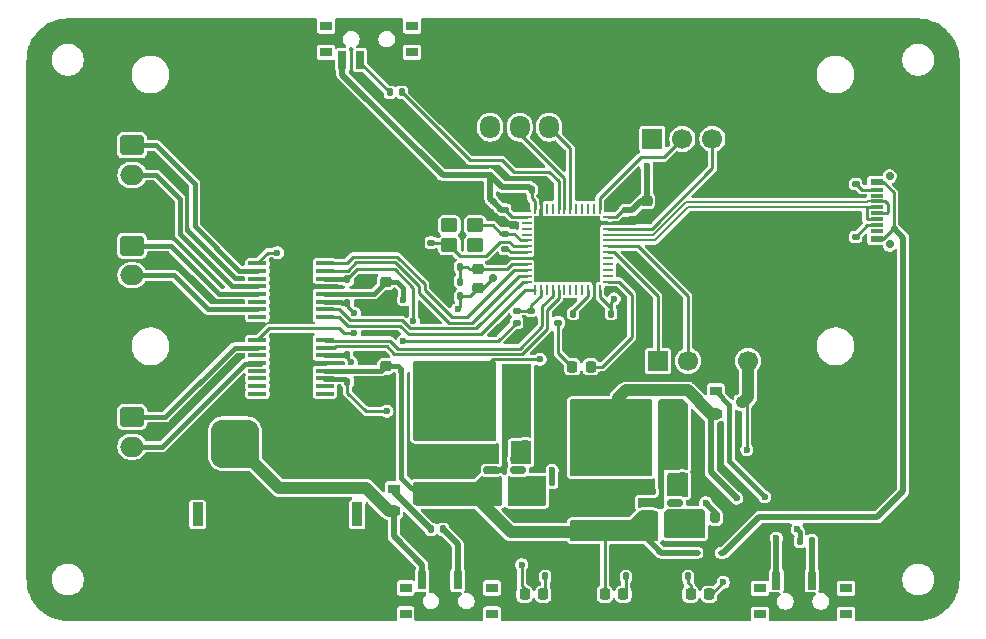
<source format=gbr>
%TF.GenerationSoftware,KiCad,Pcbnew,9.0.2*%
%TF.CreationDate,2025-06-03T01:32:06-04:00*%
%TF.ProjectId,VolleyBot,566f6c6c-6579-4426-9f74-2e6b69636164,rev?*%
%TF.SameCoordinates,Original*%
%TF.FileFunction,Copper,L1,Top*%
%TF.FilePolarity,Positive*%
%FSLAX46Y46*%
G04 Gerber Fmt 4.6, Leading zero omitted, Abs format (unit mm)*
G04 Created by KiCad (PCBNEW 9.0.2) date 2025-06-03 01:32:06*
%MOMM*%
%LPD*%
G01*
G04 APERTURE LIST*
G04 Aperture macros list*
%AMRoundRect*
0 Rectangle with rounded corners*
0 $1 Rounding radius*
0 $2 $3 $4 $5 $6 $7 $8 $9 X,Y pos of 4 corners*
0 Add a 4 corners polygon primitive as box body*
4,1,4,$2,$3,$4,$5,$6,$7,$8,$9,$2,$3,0*
0 Add four circle primitives for the rounded corners*
1,1,$1+$1,$2,$3*
1,1,$1+$1,$4,$5*
1,1,$1+$1,$6,$7*
1,1,$1+$1,$8,$9*
0 Add four rect primitives between the rounded corners*
20,1,$1+$1,$2,$3,$4,$5,0*
20,1,$1+$1,$4,$5,$6,$7,0*
20,1,$1+$1,$6,$7,$8,$9,0*
20,1,$1+$1,$8,$9,$2,$3,0*%
G04 Aperture macros list end*
%TA.AperFunction,SMDPad,CuDef*%
%ADD10RoundRect,0.200000X0.200000X0.275000X-0.200000X0.275000X-0.200000X-0.275000X0.200000X-0.275000X0*%
%TD*%
%TA.AperFunction,SMDPad,CuDef*%
%ADD11RoundRect,0.250000X-0.475000X0.250000X-0.475000X-0.250000X0.475000X-0.250000X0.475000X0.250000X0*%
%TD*%
%TA.AperFunction,SMDPad,CuDef*%
%ADD12RoundRect,0.150000X-0.512500X-0.150000X0.512500X-0.150000X0.512500X0.150000X-0.512500X0.150000X0*%
%TD*%
%TA.AperFunction,SMDPad,CuDef*%
%ADD13RoundRect,0.135000X0.135000X0.185000X-0.135000X0.185000X-0.135000X-0.185000X0.135000X-0.185000X0*%
%TD*%
%TA.AperFunction,SMDPad,CuDef*%
%ADD14RoundRect,0.225000X0.250000X-0.225000X0.250000X0.225000X-0.250000X0.225000X-0.250000X-0.225000X0*%
%TD*%
%TA.AperFunction,SMDPad,CuDef*%
%ADD15RoundRect,0.062500X-0.375000X-0.062500X0.375000X-0.062500X0.375000X0.062500X-0.375000X0.062500X0*%
%TD*%
%TA.AperFunction,SMDPad,CuDef*%
%ADD16RoundRect,0.062500X-0.062500X-0.375000X0.062500X-0.375000X0.062500X0.375000X-0.062500X0.375000X0*%
%TD*%
%TA.AperFunction,HeatsinkPad*%
%ADD17R,5.600000X5.600000*%
%TD*%
%TA.AperFunction,SMDPad,CuDef*%
%ADD18R,1.800000X4.200000*%
%TD*%
%TA.AperFunction,SMDPad,CuDef*%
%ADD19RoundRect,0.140000X0.140000X0.170000X-0.140000X0.170000X-0.140000X-0.170000X0.140000X-0.170000X0*%
%TD*%
%TA.AperFunction,ComponentPad*%
%ADD20RoundRect,0.250000X0.600000X0.725000X-0.600000X0.725000X-0.600000X-0.725000X0.600000X-0.725000X0*%
%TD*%
%TA.AperFunction,ComponentPad*%
%ADD21O,1.700000X1.950000*%
%TD*%
%TA.AperFunction,SMDPad,CuDef*%
%ADD22RoundRect,0.225000X-0.250000X0.225000X-0.250000X-0.225000X0.250000X-0.225000X0.250000X0.225000X0*%
%TD*%
%TA.AperFunction,SMDPad,CuDef*%
%ADD23RoundRect,0.140000X-0.170000X0.140000X-0.170000X-0.140000X0.170000X-0.140000X0.170000X0.140000X0*%
%TD*%
%TA.AperFunction,ComponentPad*%
%ADD24R,1.700000X1.700000*%
%TD*%
%TA.AperFunction,ComponentPad*%
%ADD25C,1.700000*%
%TD*%
%TA.AperFunction,SMDPad,CuDef*%
%ADD26RoundRect,0.250000X0.450000X0.350000X-0.450000X0.350000X-0.450000X-0.350000X0.450000X-0.350000X0*%
%TD*%
%TA.AperFunction,SMDPad,CuDef*%
%ADD27RoundRect,0.140000X0.170000X-0.140000X0.170000X0.140000X-0.170000X0.140000X-0.170000X-0.140000X0*%
%TD*%
%TA.AperFunction,SMDPad,CuDef*%
%ADD28RoundRect,0.218750X0.218750X0.256250X-0.218750X0.256250X-0.218750X-0.256250X0.218750X-0.256250X0*%
%TD*%
%TA.AperFunction,SMDPad,CuDef*%
%ADD29R,1.000000X0.800000*%
%TD*%
%TA.AperFunction,SMDPad,CuDef*%
%ADD30R,0.700000X1.500000*%
%TD*%
%TA.AperFunction,SMDPad,CuDef*%
%ADD31RoundRect,0.140000X-0.140000X-0.170000X0.140000X-0.170000X0.140000X0.170000X-0.140000X0.170000X0*%
%TD*%
%TA.AperFunction,SMDPad,CuDef*%
%ADD32RoundRect,0.112500X-0.187500X-0.112500X0.187500X-0.112500X0.187500X0.112500X-0.187500X0.112500X0*%
%TD*%
%TA.AperFunction,SMDPad,CuDef*%
%ADD33RoundRect,0.135000X0.185000X-0.135000X0.185000X0.135000X-0.185000X0.135000X-0.185000X-0.135000X0*%
%TD*%
%TA.AperFunction,ComponentPad*%
%ADD34R,0.900000X2.000000*%
%TD*%
%TA.AperFunction,ComponentPad*%
%ADD35RoundRect,1.025000X1.025000X1.025000X-1.025000X1.025000X-1.025000X-1.025000X1.025000X-1.025000X0*%
%TD*%
%TA.AperFunction,ComponentPad*%
%ADD36C,4.100000*%
%TD*%
%TA.AperFunction,SMDPad,CuDef*%
%ADD37RoundRect,0.135000X-0.185000X0.135000X-0.185000X-0.135000X0.185000X-0.135000X0.185000X0.135000X0*%
%TD*%
%TA.AperFunction,SMDPad,CuDef*%
%ADD38RoundRect,0.135000X-0.135000X-0.185000X0.135000X-0.185000X0.135000X0.185000X-0.135000X0.185000X0*%
%TD*%
%TA.AperFunction,ComponentPad*%
%ADD39RoundRect,0.250000X-0.750000X0.600000X-0.750000X-0.600000X0.750000X-0.600000X0.750000X0.600000X0*%
%TD*%
%TA.AperFunction,ComponentPad*%
%ADD40O,2.000000X1.700000*%
%TD*%
%TA.AperFunction,SMDPad,CuDef*%
%ADD41RoundRect,0.100000X-0.687500X-0.100000X0.687500X-0.100000X0.687500X0.100000X-0.687500X0.100000X0*%
%TD*%
%TA.AperFunction,HeatsinkPad*%
%ADD42C,0.600000*%
%TD*%
%TA.AperFunction,HeatsinkPad*%
%ADD43R,3.400000X5.000000*%
%TD*%
%TA.AperFunction,SMDPad,CuDef*%
%ADD44RoundRect,0.218750X-0.218750X-0.256250X0.218750X-0.256250X0.218750X0.256250X-0.218750X0.256250X0*%
%TD*%
%TA.AperFunction,SMDPad,CuDef*%
%ADD45RoundRect,0.218750X-0.256250X0.218750X-0.256250X-0.218750X0.256250X-0.218750X0.256250X0.218750X0*%
%TD*%
%TA.AperFunction,ComponentPad*%
%ADD46C,0.700000*%
%TD*%
%TA.AperFunction,SMDPad,CuDef*%
%ADD47R,1.100000X0.550000*%
%TD*%
%TA.AperFunction,SMDPad,CuDef*%
%ADD48R,1.100000X0.300000*%
%TD*%
%TA.AperFunction,ComponentPad*%
%ADD49O,2.000000X1.100000*%
%TD*%
%TA.AperFunction,ComponentPad*%
%ADD50O,1.800000X1.200000*%
%TD*%
%TA.AperFunction,ViaPad*%
%ADD51C,0.600000*%
%TD*%
%TA.AperFunction,ViaPad*%
%ADD52C,0.700000*%
%TD*%
%TA.AperFunction,Conductor*%
%ADD53C,0.508000*%
%TD*%
%TA.AperFunction,Conductor*%
%ADD54C,0.254000*%
%TD*%
%TA.AperFunction,Conductor*%
%ADD55C,0.406400*%
%TD*%
%TA.AperFunction,Conductor*%
%ADD56C,0.200000*%
%TD*%
%TA.AperFunction,Conductor*%
%ADD57C,1.016000*%
%TD*%
G04 APERTURE END LIST*
D10*
%TO.P,R11,1*%
%TO.N,+5V*%
X132300000Y-107000000D03*
%TO.P,R11,2*%
%TO.N,/FB2*%
X130650000Y-107000000D03*
%TD*%
D11*
%TO.P,C15,1*%
%TO.N,+3.3V*%
X108500000Y-99750000D03*
%TO.P,C15,2*%
%TO.N,-BATT*%
X108500000Y-101650000D03*
%TD*%
%TO.P,C25,1*%
%TO.N,+5V*%
X124000000Y-102750000D03*
%TO.P,C25,2*%
%TO.N,-BATT*%
X124000000Y-104650000D03*
%TD*%
D12*
%TO.P,U4,1,GND*%
%TO.N,-BATT*%
X113362500Y-102050000D03*
%TO.P,U4,2,SW*%
%TO.N,/SW1*%
X113362500Y-103000000D03*
%TO.P,U4,3,IN*%
%TO.N,/BATT+_IN*%
X113362500Y-103950000D03*
%TO.P,U4,4,FB*%
%TO.N,/FB1*%
X115637500Y-103950000D03*
%TO.P,U4,5,EN*%
%TO.N,unconnected-(U4-EN-Pad5)*%
X115637500Y-103000000D03*
%TO.P,U4,6,BST*%
%TO.N,/BST1*%
X115637500Y-102050000D03*
%TD*%
D13*
%TO.P,R9,1*%
%TO.N,+3.3V*%
X118520000Y-104000000D03*
%TO.P,R9,2*%
%TO.N,/FB1*%
X117500000Y-104000000D03*
%TD*%
D11*
%TO.P,C14,1*%
%TO.N,+3.3V*%
X110750000Y-99750000D03*
%TO.P,C14,2*%
%TO.N,-BATT*%
X110750000Y-101650000D03*
%TD*%
D14*
%TO.P,C23,1*%
%TO.N,/BATT+_IN*%
X124250000Y-107750000D03*
%TO.P,C23,2*%
%TO.N,-BATT*%
X124250000Y-106200000D03*
%TD*%
D15*
%TO.P,U1,1,VBAT*%
%TO.N,+3.3V*%
X116362500Y-81550000D03*
%TO.P,U1,2,PC13*%
%TO.N,unconnected-(U1-PC13-Pad2)*%
X116362500Y-82050000D03*
%TO.P,U1,3,PC14*%
%TO.N,unconnected-(U1-PC14-Pad3)*%
X116362500Y-82550000D03*
%TO.P,U1,4,PC15*%
%TO.N,unconnected-(U1-PC15-Pad4)*%
X116362500Y-83050000D03*
%TO.P,U1,5,PH0*%
%TO.N,/HSE_IN*%
X116362500Y-83550000D03*
%TO.P,U1,6,PH1*%
%TO.N,/HSE_OUT*%
X116362500Y-84050000D03*
%TO.P,U1,7,NRST*%
%TO.N,/NRST*%
X116362500Y-84550000D03*
%TO.P,U1,8,VSSA*%
%TO.N,-BATT*%
X116362500Y-85050000D03*
%TO.P,U1,9,VDDA*%
%TO.N,+3.3VA*%
X116362500Y-85550000D03*
%TO.P,U1,10,PA0*%
%TO.N,/TIM2_CH1*%
X116362500Y-86050000D03*
%TO.P,U1,11,PA1*%
%TO.N,/TIM2_CH2*%
X116362500Y-86550000D03*
%TO.P,U1,12,PA2*%
%TO.N,/TIM2_CH3*%
X116362500Y-87050000D03*
D16*
%TO.P,U1,13,PA3*%
%TO.N,/TIM2_CH4*%
X117050000Y-87737500D03*
%TO.P,U1,14,PA4*%
%TO.N,/ADC1_IN4*%
X117550000Y-87737500D03*
%TO.P,U1,15,PA5*%
%TO.N,unconnected-(U1-PA5-Pad15)*%
X118050000Y-87737500D03*
%TO.P,U1,16,PA6*%
%TO.N,/TIM3_CH1*%
X118550000Y-87737500D03*
%TO.P,U1,17,PA7*%
%TO.N,/TIM3_CH2*%
X119050000Y-87737500D03*
%TO.P,U1,18,PB0*%
%TO.N,unconnected-(U1-PB0-Pad18)*%
X119550000Y-87737500D03*
%TO.P,U1,19,PB1*%
%TO.N,unconnected-(U1-PB1-Pad19)*%
X120050000Y-87737500D03*
%TO.P,U1,20,PB2*%
%TO.N,unconnected-(U1-PB2-Pad20)*%
X120550000Y-87737500D03*
%TO.P,U1,21,PB10*%
%TO.N,unconnected-(U1-PB10-Pad21)*%
X121050000Y-87737500D03*
%TO.P,U1,22,VCAP1*%
%TO.N,Net-(U1-VCAP1)*%
X121550000Y-87737500D03*
%TO.P,U1,23,VSS*%
%TO.N,-BATT*%
X122050000Y-87737500D03*
%TO.P,U1,24,VDD*%
%TO.N,+3.3V*%
X122550000Y-87737500D03*
D15*
%TO.P,U1,25,PB12*%
%TO.N,Net-(D3-A)*%
X123237500Y-87050000D03*
%TO.P,U1,26,PB13*%
%TO.N,unconnected-(U1-PB13-Pad26)*%
X123237500Y-86550000D03*
%TO.P,U1,27,PB14*%
%TO.N,unconnected-(U1-PB14-Pad27)*%
X123237500Y-86050000D03*
%TO.P,U1,28,PB15*%
%TO.N,unconnected-(U1-PB15-Pad28)*%
X123237500Y-85550000D03*
%TO.P,U1,29,PA8*%
%TO.N,/I2C3_SCL*%
X123237500Y-85050000D03*
%TO.P,U1,30,PA9*%
%TO.N,/USART1_TX*%
X123237500Y-84550000D03*
%TO.P,U1,31,PA10*%
%TO.N,/USART1_RX*%
X123237500Y-84050000D03*
%TO.P,U1,32,PA11*%
%TO.N,/USB_D-*%
X123237500Y-83550000D03*
%TO.P,U1,33,PA12*%
%TO.N,/USB_D+*%
X123237500Y-83050000D03*
%TO.P,U1,34,PA13*%
%TO.N,/SWDIO*%
X123237500Y-82550000D03*
%TO.P,U1,35,VSS*%
%TO.N,-BATT*%
X123237500Y-82050000D03*
%TO.P,U1,36,VDD*%
%TO.N,+3.3V*%
X123237500Y-81550000D03*
D16*
%TO.P,U1,37,PA14*%
%TO.N,/SWCLK*%
X122550000Y-80862500D03*
%TO.P,U1,38,PA15*%
%TO.N,unconnected-(U1-PA15-Pad38)*%
X122050000Y-80862500D03*
%TO.P,U1,39,PB3*%
%TO.N,unconnected-(U1-PB3-Pad39)*%
X121550000Y-80862500D03*
%TO.P,U1,40,PB4*%
%TO.N,/I2C3_SDA*%
X121050000Y-80862500D03*
%TO.P,U1,41,PB5*%
%TO.N,unconnected-(U1-PB5-Pad41)*%
X120550000Y-80862500D03*
%TO.P,U1,42,PB6*%
%TO.N,/I2C1_SCL*%
X120050000Y-80862500D03*
%TO.P,U1,43,PB7*%
%TO.N,/I2C1_SDA*%
X119550000Y-80862500D03*
%TO.P,U1,44,BOOT0*%
%TO.N,/BOOT0*%
X119050000Y-80862500D03*
%TO.P,U1,45,PB8*%
%TO.N,unconnected-(U1-PB8-Pad45)*%
X118550000Y-80862500D03*
%TO.P,U1,46,PB9*%
%TO.N,unconnected-(U1-PB9-Pad46)*%
X118050000Y-80862500D03*
%TO.P,U1,47,VSS*%
%TO.N,-BATT*%
X117550000Y-80862500D03*
%TO.P,U1,48,VDD*%
%TO.N,+3.3V*%
X117050000Y-80862500D03*
D17*
%TO.P,U1,49,VSS*%
%TO.N,-BATT*%
X119800000Y-84300000D03*
%TD*%
D18*
%TO.P,L1,1,1*%
%TO.N,/SW1*%
X115150000Y-96250000D03*
%TO.P,L1,2,2*%
%TO.N,+3.3V*%
X110850000Y-96250000D03*
%TD*%
D19*
%TO.P,C7,1*%
%TO.N,+3.3V*%
X110730000Y-88287500D03*
%TO.P,C7,2*%
%TO.N,-BATT*%
X109770000Y-88287500D03*
%TD*%
%TO.P,C2,1*%
%TO.N,+3.3V*%
X123500000Y-89750000D03*
%TO.P,C2,2*%
%TO.N,-BATT*%
X122540000Y-89750000D03*
%TD*%
D20*
%TO.P,J4,1,Pin_1*%
%TO.N,-BATT*%
X120750000Y-73945000D03*
D21*
%TO.P,J4,2,Pin_2*%
%TO.N,/I2C1_SCL*%
X118250000Y-73945000D03*
%TO.P,J4,3,Pin_3*%
%TO.N,/I2C1_SDA*%
X115750000Y-73945000D03*
%TO.P,J4,4,Pin_4*%
%TO.N,+3.3V*%
X113250000Y-73945000D03*
%TD*%
D11*
%TO.P,C26,1*%
%TO.N,+5V*%
X121750000Y-102750000D03*
%TO.P,C26,2*%
%TO.N,-BATT*%
X121750000Y-104650000D03*
%TD*%
D22*
%TO.P,C21,1*%
%TO.N,/BATT+_IN*%
X104406250Y-87055000D03*
%TO.P,C21,2*%
%TO.N,-BATT*%
X104406250Y-88605000D03*
%TD*%
D23*
%TO.P,C4,1*%
%TO.N,+3.3V*%
X124750000Y-80995000D03*
%TO.P,C4,2*%
%TO.N,-BATT*%
X124750000Y-81955000D03*
%TD*%
D14*
%TO.P,C12,1*%
%TO.N,/BATT+_IN*%
X111000000Y-104800000D03*
%TO.P,C12,2*%
%TO.N,-BATT*%
X111000000Y-103250000D03*
%TD*%
D24*
%TO.P,J1,1,Pin_1*%
%TO.N,/USART1_TX*%
X127460000Y-93750000D03*
D25*
%TO.P,J1,2,Pin_2*%
%TO.N,/USART1_RX*%
X130000000Y-93750000D03*
%TO.P,J1,3,Pin_3*%
%TO.N,-BATT*%
X132540000Y-93750000D03*
%TO.P,J1,4,Pin_4*%
%TO.N,/PI_POWER*%
X135080000Y-93750000D03*
%TD*%
D19*
%TO.P,C5,1*%
%TO.N,+3.3VA*%
X110710000Y-85787500D03*
%TO.P,C5,2*%
%TO.N,-BATT*%
X109750000Y-85787500D03*
%TD*%
D26*
%TO.P,Y1,1,1*%
%TO.N,/HSE_IN*%
X112000000Y-82250000D03*
%TO.P,Y1,2,2*%
%TO.N,unconnected-(Y1-Pad2)*%
X109800000Y-82250000D03*
%TO.P,Y1,3,3*%
%TO.N,/HSE_OUT*%
X109800000Y-83950000D03*
%TO.P,Y1,4,4*%
%TO.N,unconnected-(Y1-Pad4)*%
X112000000Y-83950000D03*
%TD*%
D27*
%TO.P,C22,1*%
%TO.N,+3.3V*%
X114500000Y-80940000D03*
%TO.P,C22,2*%
%TO.N,-BATT*%
X114500000Y-79980000D03*
%TD*%
D28*
%TO.P,D2,1,K*%
%TO.N,/POWER_LED_K*%
X117750000Y-113500000D03*
%TO.P,D2,2,A*%
%TO.N,+3.3V*%
X116175000Y-113500000D03*
%TD*%
D29*
%TO.P,SW2,*%
%TO.N,*%
X136100000Y-112995000D03*
X136100000Y-115205000D03*
X143400000Y-112995000D03*
X143400000Y-115205000D03*
D30*
%TO.P,SW2,1,A*%
%TO.N,+5V*%
X137500000Y-112345000D03*
%TO.P,SW2,2,B*%
%TO.N,Net-(SW2-B)*%
X140500000Y-112345000D03*
%TO.P,SW2,3,C*%
%TO.N,-BATT*%
X142000000Y-112345000D03*
%TD*%
D23*
%TO.P,C8,1*%
%TO.N,/NRST*%
X114500000Y-84250000D03*
%TO.P,C8,2*%
%TO.N,-BATT*%
X114500000Y-85210000D03*
%TD*%
D31*
%TO.P,C20,1*%
%TO.N,+3.3V*%
X101156250Y-93250000D03*
%TO.P,C20,2*%
%TO.N,-BATT*%
X102116250Y-93250000D03*
%TD*%
D32*
%TO.P,D1,1,K*%
%TO.N,/BATT+_IN*%
X130750000Y-110000000D03*
%TO.P,D1,2,A*%
%TO.N,VBUS*%
X132850000Y-110000000D03*
%TD*%
D27*
%TO.P,C24,1*%
%TO.N,/BST2*%
X129500000Y-103460000D03*
%TO.P,C24,2*%
%TO.N,/SW2*%
X129500000Y-102500000D03*
%TD*%
D33*
%TO.P,R8,1*%
%TO.N,-BATT*%
X116000000Y-106520000D03*
%TO.P,R8,2*%
%TO.N,/FB1*%
X116000000Y-105500000D03*
%TD*%
%TO.P,R5,1*%
%TO.N,/BATT+_IN*%
X115500000Y-90500000D03*
%TO.P,R5,2*%
%TO.N,/ADC1_IN4*%
X115500000Y-89480000D03*
%TD*%
%TO.P,R2,1*%
%TO.N,Net-(USB2-CC2)*%
X144212500Y-78760000D03*
%TO.P,R2,2*%
%TO.N,-BATT*%
X144212500Y-77740000D03*
%TD*%
D31*
%TO.P,C11,1*%
%TO.N,Net-(U1-VCAP1)*%
X120290000Y-89750000D03*
%TO.P,C11,2*%
%TO.N,-BATT*%
X121250000Y-89750000D03*
%TD*%
D29*
%TO.P,Q1,1,G*%
%TO.N,Net-(Q1-G)*%
X132350000Y-96300000D03*
%TO.P,Q1,2,S*%
%TO.N,+5V*%
X132350000Y-98200000D03*
%TO.P,Q1,3,D*%
%TO.N,/PI_POWER*%
X134650000Y-97250000D03*
%TD*%
D27*
%TO.P,C10,1*%
%TO.N,/HSE_OUT*%
X108250000Y-83730000D03*
%TO.P,C10,2*%
%TO.N,-BATT*%
X108250000Y-82770000D03*
%TD*%
D34*
%TO.P,J3,*%
%TO.N,*%
X102000000Y-106750000D03*
X88500000Y-106750000D03*
D35*
%TO.P,J3,1,Pin_1*%
%TO.N,+BATT*%
X91650000Y-100750000D03*
D36*
%TO.P,J3,2,Pin_2*%
%TO.N,-BATT*%
X98850000Y-100750000D03*
%TD*%
D31*
%TO.P,C3,1*%
%TO.N,+3.3V*%
X116790000Y-79250000D03*
%TO.P,C3,2*%
%TO.N,-BATT*%
X117750000Y-79250000D03*
%TD*%
D37*
%TO.P,R6,1*%
%TO.N,/ADC1_IN4*%
X116750000Y-89480000D03*
%TO.P,R6,2*%
%TO.N,-BATT*%
X116750000Y-90500000D03*
%TD*%
D13*
%TO.P,R13,1*%
%TO.N,-BATT*%
X131020000Y-112000000D03*
%TO.P,R13,2*%
%TO.N,Net-(D4-K)*%
X130000000Y-112000000D03*
%TD*%
D38*
%TO.P,R7,1*%
%TO.N,-BATT*%
X116905000Y-112000000D03*
%TO.P,R7,2*%
%TO.N,/POWER_LED_K*%
X117925000Y-112000000D03*
%TD*%
%TO.P,R1,1*%
%TO.N,Net-(SW1-B)*%
X104750000Y-71000000D03*
%TO.P,R1,2*%
%TO.N,/BOOT0*%
X105770000Y-71000000D03*
%TD*%
D22*
%TO.P,C18,1*%
%TO.N,/BATT+_IN*%
X104406250Y-94200000D03*
%TO.P,C18,2*%
%TO.N,-BATT*%
X104406250Y-95750000D03*
%TD*%
D39*
%TO.P,J7,1,Pin_1*%
%TO.N,Net-(J7-Pin_1)*%
X82945000Y-98500000D03*
D40*
%TO.P,J7,2,Pin_2*%
%TO.N,Net-(J7-Pin_2)*%
X82945000Y-101000000D03*
%TD*%
D24*
%TO.P,J2,1,Pin_1*%
%TO.N,+3.3V*%
X127000000Y-74945000D03*
D25*
%TO.P,J2,2,Pin_2*%
%TO.N,/SWCLK*%
X129540000Y-74945000D03*
%TO.P,J2,3,Pin_3*%
%TO.N,/SWDIO*%
X132080000Y-74945000D03*
%TO.P,J2,4,Pin_4*%
%TO.N,-BATT*%
X134620000Y-74945000D03*
%TD*%
D41*
%TO.P,U2,1,~{SLEEP}*%
%TO.N,+3.3V*%
X93543750Y-85475000D03*
%TO.P,U2,2,AOUT1*%
%TO.N,Net-(J5-Pin_1)*%
X93543750Y-86125000D03*
%TO.P,U2,3,AISEN*%
%TO.N,unconnected-(U2-AISEN-Pad3)*%
X93543750Y-86775000D03*
%TO.P,U2,4,AOUT2*%
%TO.N,Net-(J5-Pin_2)*%
X93543750Y-87425000D03*
%TO.P,U2,5,BOUT2*%
%TO.N,Net-(J6-Pin_1)*%
X93543750Y-88075000D03*
%TO.P,U2,6,BISEN*%
%TO.N,unconnected-(U2-BISEN-Pad6)*%
X93543750Y-88725000D03*
%TO.P,U2,7,BOUT1*%
%TO.N,Net-(J6-Pin_2)*%
X93543750Y-89375000D03*
%TO.P,U2,8,~{FAULT}*%
%TO.N,unconnected-(U2-~{FAULT}-Pad8)*%
X93543750Y-90025000D03*
%TO.P,U2,9,BIN1*%
%TO.N,/TIM2_CH4*%
X99268750Y-90025000D03*
%TO.P,U2,10,BIN2*%
%TO.N,/TIM2_CH3*%
X99268750Y-89375000D03*
%TO.P,U2,11,VCP*%
%TO.N,+3.3V*%
X99268750Y-88725000D03*
%TO.P,U2,12,VM*%
%TO.N,/BATT+_IN*%
X99268750Y-88075000D03*
%TO.P,U2,13,GND*%
%TO.N,-BATT*%
X99268750Y-87425000D03*
%TO.P,U2,14,VINT*%
%TO.N,+3.3V*%
X99268750Y-86775000D03*
%TO.P,U2,15,AIN2*%
%TO.N,/TIM2_CH2*%
X99268750Y-86125000D03*
%TO.P,U2,16,AIN1*%
%TO.N,/TIM2_CH1*%
X99268750Y-85475000D03*
D42*
%TO.P,U2,17,GND*%
%TO.N,-BATT*%
X95656250Y-86250000D03*
X95656250Y-87750000D03*
X95656250Y-89250000D03*
D43*
X96406250Y-87750000D03*
D42*
X97156250Y-86250000D03*
X97156250Y-87750000D03*
X97156250Y-89250000D03*
%TD*%
D44*
%TO.P,D3,1,K*%
%TO.N,Net-(D3-K)*%
X120212500Y-94250000D03*
%TO.P,D3,2,A*%
%TO.N,Net-(D3-A)*%
X121787500Y-94250000D03*
%TD*%
D45*
%TO.P,FB1,1*%
%TO.N,+3.3VA*%
X112250000Y-86000000D03*
%TO.P,FB1,2*%
%TO.N,+3.3V*%
X112250000Y-87575000D03*
%TD*%
D27*
%TO.P,C9,1*%
%TO.N,/HSE_IN*%
X114500000Y-82960000D03*
%TO.P,C9,2*%
%TO.N,-BATT*%
X114500000Y-82000000D03*
%TD*%
D44*
%TO.P,D4,1,K*%
%TO.N,Net-(D4-K)*%
X130222500Y-113500000D03*
%TO.P,D4,2,A*%
%TO.N,/PI_POWER*%
X131797500Y-113500000D03*
%TD*%
D33*
%TO.P,R10,1*%
%TO.N,-BATT*%
X129250000Y-109270000D03*
%TO.P,R10,2*%
%TO.N,/FB2*%
X129250000Y-108250000D03*
%TD*%
D29*
%TO.P,SW3,*%
%TO.N,*%
X106100000Y-112970000D03*
X106100000Y-115180000D03*
X113400000Y-112970000D03*
X113400000Y-115180000D03*
D30*
%TO.P,SW3,1,A*%
%TO.N,+BATT*%
X107500000Y-112320000D03*
%TO.P,SW3,2,B*%
%TO.N,Net-(SW3-B)*%
X110500000Y-112320000D03*
%TO.P,SW3,3,C*%
%TO.N,-BATT*%
X112000000Y-112320000D03*
%TD*%
D41*
%TO.P,U3,1,~{SLEEP}*%
%TO.N,+3.3V*%
X93543750Y-91975000D03*
%TO.P,U3,2,AOUT1*%
%TO.N,Net-(J7-Pin_1)*%
X93543750Y-92625000D03*
%TO.P,U3,3,AISEN*%
%TO.N,unconnected-(U3-AISEN-Pad3)*%
X93543750Y-93275000D03*
%TO.P,U3,4,AOUT2*%
%TO.N,Net-(J7-Pin_2)*%
X93543750Y-93925000D03*
%TO.P,U3,5,BOUT2*%
%TO.N,unconnected-(U3-BOUT2-Pad5)*%
X93543750Y-94575000D03*
%TO.P,U3,6,BISEN*%
%TO.N,unconnected-(U3-BISEN-Pad6)*%
X93543750Y-95225000D03*
%TO.P,U3,7,BOUT1*%
%TO.N,unconnected-(U3-BOUT1-Pad7)*%
X93543750Y-95875000D03*
%TO.P,U3,8,~{FAULT}*%
%TO.N,unconnected-(U3-~{FAULT}-Pad8)*%
X93543750Y-96525000D03*
%TO.P,U3,9,BIN1*%
%TO.N,unconnected-(U3-BIN1-Pad9)*%
X99268750Y-96525000D03*
%TO.P,U3,10,BIN2*%
%TO.N,unconnected-(U3-BIN2-Pad10)*%
X99268750Y-95875000D03*
%TO.P,U3,11,VCP*%
%TO.N,+3.3V*%
X99268750Y-95225000D03*
%TO.P,U3,12,VM*%
%TO.N,/BATT+_IN*%
X99268750Y-94575000D03*
%TO.P,U3,13,GND*%
%TO.N,-BATT*%
X99268750Y-93925000D03*
%TO.P,U3,14,VINT*%
%TO.N,+3.3V*%
X99268750Y-93275000D03*
%TO.P,U3,15,AIN2*%
%TO.N,/TIM3_CH2*%
X99268750Y-92625000D03*
%TO.P,U3,16,AIN1*%
%TO.N,/TIM3_CH1*%
X99268750Y-91975000D03*
D42*
%TO.P,U3,17,GND*%
%TO.N,-BATT*%
X95656250Y-92750000D03*
X95656250Y-94250000D03*
X95656250Y-95750000D03*
D43*
X96406250Y-94250000D03*
D42*
X97156250Y-92750000D03*
X97156250Y-94250000D03*
X97156250Y-95750000D03*
%TD*%
D13*
%TO.P,R21,1*%
%TO.N,Net-(SW3-B)*%
X109260000Y-108000000D03*
%TO.P,R21,2*%
%TO.N,Net-(Q2-G)*%
X108240000Y-108000000D03*
%TD*%
D38*
%TO.P,R20,1*%
%TO.N,-BATT*%
X123730000Y-112000000D03*
%TO.P,R20,2*%
%TO.N,Net-(D5-K)*%
X124750000Y-112000000D03*
%TD*%
D39*
%TO.P,J6,1,Pin_1*%
%TO.N,Net-(J6-Pin_1)*%
X82945000Y-84000000D03*
D40*
%TO.P,J6,2,Pin_2*%
%TO.N,Net-(J6-Pin_2)*%
X82945000Y-86500000D03*
%TD*%
D39*
%TO.P,J5,1,Pin_1*%
%TO.N,Net-(J5-Pin_1)*%
X82945000Y-75500000D03*
D40*
%TO.P,J5,2,Pin_2*%
%TO.N,Net-(J5-Pin_2)*%
X82945000Y-78000000D03*
%TD*%
D28*
%TO.P,D5,1,K*%
%TO.N,Net-(D5-K)*%
X124537500Y-113500000D03*
%TO.P,D5,2,A*%
%TO.N,/BATT+_IN*%
X122962500Y-113500000D03*
%TD*%
D18*
%TO.P,L2,1,1*%
%TO.N,/SW2*%
X128400000Y-99250000D03*
%TO.P,L2,2,2*%
%TO.N,+5V*%
X124100000Y-99250000D03*
%TD*%
D37*
%TO.P,R12,1*%
%TO.N,-BATT*%
X119000000Y-89480000D03*
%TO.P,R12,2*%
%TO.N,Net-(D3-K)*%
X119000000Y-90500000D03*
%TD*%
D31*
%TO.P,C16,1*%
%TO.N,+3.3V*%
X101176250Y-86830000D03*
%TO.P,C16,2*%
%TO.N,-BATT*%
X102136250Y-86830000D03*
%TD*%
D12*
%TO.P,U5,1,GND*%
%TO.N,-BATT*%
X126612500Y-104800000D03*
%TO.P,U5,2,SW*%
%TO.N,/SW2*%
X126612500Y-105750000D03*
%TO.P,U5,3,IN*%
%TO.N,/BATT+_IN*%
X126612500Y-106700000D03*
%TO.P,U5,4,FB*%
%TO.N,/FB2*%
X128887500Y-106700000D03*
%TO.P,U5,5,EN*%
%TO.N,unconnected-(U5-EN-Pad5)*%
X128887500Y-105750000D03*
%TO.P,U5,6,BST*%
%TO.N,/BST2*%
X128887500Y-104800000D03*
%TD*%
D22*
%TO.P,C1,1*%
%TO.N,+3.3V*%
X126500000Y-80200000D03*
%TO.P,C1,2*%
%TO.N,-BATT*%
X126500000Y-81750000D03*
%TD*%
D46*
%TO.P,USB2,*%
%TO.N,*%
X147080000Y-83890000D03*
X147080000Y-78110000D03*
D47*
%TO.P,USB2,1,GND*%
%TO.N,-BATT*%
X146000000Y-84200000D03*
%TO.P,USB2,2,VBUS*%
%TO.N,VBUS*%
X146000000Y-83400000D03*
D48*
%TO.P,USB2,3,SBU2*%
%TO.N,unconnected-(USB2-SBU2-Pad3)*%
X146000000Y-82750000D03*
%TO.P,USB2,4,CC1*%
%TO.N,Net-(USB2-CC1)*%
X146000000Y-82250000D03*
%TO.P,USB2,5,DN2*%
%TO.N,/USB_D-*%
X146000000Y-81750000D03*
%TO.P,USB2,6,DP1*%
%TO.N,/USB_D+*%
X146000000Y-81250000D03*
%TO.P,USB2,7,DN1*%
%TO.N,/USB_D-*%
X146000000Y-80750000D03*
%TO.P,USB2,8,DP2*%
%TO.N,/USB_D+*%
X146000000Y-80250000D03*
%TO.P,USB2,9,SBU1*%
%TO.N,unconnected-(USB2-SBU1-Pad9)*%
X146000000Y-79750000D03*
%TO.P,USB2,10,CC2*%
%TO.N,Net-(USB2-CC2)*%
X146000000Y-79250000D03*
D47*
%TO.P,USB2,11,VBUS*%
%TO.N,VBUS*%
X146000000Y-78600000D03*
%TO.P,USB2,12,GND*%
%TO.N,-BATT*%
X146000000Y-77800000D03*
D49*
%TO.P,USB2,13,SHELL*%
X146550000Y-85320000D03*
D50*
X150760000Y-85320000D03*
D49*
%TO.P,USB2,14,SHELL*%
X146550000Y-76680000D03*
D50*
X150760000Y-76680000D03*
%TD*%
D27*
%TO.P,C13,1*%
%TO.N,/BST1*%
X116250000Y-100730000D03*
%TO.P,C13,2*%
%TO.N,/SW1*%
X116250000Y-99770000D03*
%TD*%
D37*
%TO.P,R3,1*%
%TO.N,Net-(USB2-CC1)*%
X144212500Y-83240000D03*
%TO.P,R3,2*%
%TO.N,-BATT*%
X144212500Y-84260000D03*
%TD*%
D29*
%TO.P,Q2,1,G*%
%TO.N,Net-(Q2-G)*%
X105100000Y-104550000D03*
%TO.P,Q2,2,S*%
%TO.N,+BATT*%
X105100000Y-106450000D03*
%TO.P,Q2,3,D*%
%TO.N,/BATT+_IN*%
X107400000Y-105500000D03*
%TD*%
D13*
%TO.P,R4,1*%
%TO.N,Net-(SW2-B)*%
X140510000Y-109000000D03*
%TO.P,R4,2*%
%TO.N,Net-(Q1-G)*%
X139490000Y-109000000D03*
%TD*%
D19*
%TO.P,C19,1*%
%TO.N,-BATT*%
X102136250Y-95500000D03*
%TO.P,C19,2*%
%TO.N,+3.3V*%
X101176250Y-95500000D03*
%TD*%
%TO.P,C17,1*%
%TO.N,-BATT*%
X102136250Y-88830000D03*
%TO.P,C17,2*%
%TO.N,+3.3V*%
X101176250Y-88830000D03*
%TD*%
%TO.P,C6,1*%
%TO.N,+3.3VA*%
X110710000Y-87037500D03*
%TO.P,C6,2*%
%TO.N,-BATT*%
X109750000Y-87037500D03*
%TD*%
D29*
%TO.P,SW1,*%
%TO.N,*%
X106650000Y-67610000D03*
X106650000Y-65400000D03*
X99350000Y-67610000D03*
X99350000Y-65400000D03*
D30*
%TO.P,SW1,1,A*%
%TO.N,-BATT*%
X105250000Y-68260000D03*
%TO.P,SW1,2,B*%
%TO.N,Net-(SW1-B)*%
X102250000Y-68260000D03*
%TO.P,SW1,3,C*%
%TO.N,+3.3V*%
X100750000Y-68260000D03*
%TD*%
D51*
%TO.N,+3.3V*%
X115925000Y-111000000D03*
X106750000Y-90365000D03*
X113500000Y-80250000D03*
X101771481Y-91405000D03*
X113250000Y-78000000D03*
X126500000Y-77250000D03*
X123750000Y-88500000D03*
D52*
X113500000Y-86750000D03*
D51*
X107250000Y-96000000D03*
X101500000Y-93871800D03*
X101771481Y-89695000D03*
X113000000Y-100000000D03*
X117500000Y-93612000D03*
X118500000Y-103000000D03*
X95250000Y-84580000D03*
X107250000Y-98000000D03*
X107250000Y-94500000D03*
X110500000Y-89373000D03*
X104500000Y-98000000D03*
%TO.N,+5V*%
X131500000Y-105750000D03*
X134125000Y-105375000D03*
X137500000Y-108750000D03*
X126250000Y-103000000D03*
%TO.N,-BATT*%
X124500000Y-89500000D03*
X125250000Y-104250000D03*
X103000000Y-86830000D03*
X121000000Y-106000000D03*
X104000000Y-91405000D03*
X107750000Y-103000000D03*
X118250000Y-92250000D03*
X103000000Y-93750000D03*
X116260549Y-91260549D03*
X128250000Y-109250000D03*
X122500000Y-106000000D03*
X124750000Y-79000000D03*
X112250000Y-80500000D03*
X103250000Y-96750000D03*
X109250000Y-103000000D03*
X105500000Y-72500000D03*
X107000000Y-69750000D03*
X108250000Y-81750000D03*
X115500000Y-80250000D03*
X114000000Y-91000000D03*
X127000000Y-86500000D03*
X112000000Y-101250000D03*
X119750000Y-88750000D03*
X117250000Y-107000000D03*
X109250000Y-76500000D03*
X103000000Y-89695000D03*
X107500000Y-89500000D03*
%TO.N,/PI_POWER*%
X135000000Y-101250000D03*
X133000000Y-112500000D03*
%TO.N,/BATT+_IN*%
X105906250Y-88580000D03*
X105750000Y-94500000D03*
X105906250Y-92075000D03*
%TO.N,Net-(Q1-G)*%
X136500000Y-105250000D03*
X139250000Y-108000000D03*
%TD*%
D53*
%TO.N,+5V*%
X132300000Y-106600000D02*
X132300000Y-107000000D01*
X131500000Y-105800000D02*
X132300000Y-106600000D01*
X131500000Y-105750000D02*
X131500000Y-105800000D01*
D54*
%TO.N,+3.3V*%
X110730000Y-88287500D02*
X111537500Y-88287500D01*
X113488000Y-93612000D02*
X110850000Y-96250000D01*
X112250000Y-87575000D02*
X112675000Y-87575000D01*
X116362500Y-81550000D02*
X115110000Y-81550000D01*
D53*
X113250000Y-78000000D02*
X113250000Y-80000000D01*
D54*
X124505000Y-80995000D02*
X124750000Y-80995000D01*
X123500000Y-89250000D02*
X123500000Y-89750000D01*
X115925000Y-112787500D02*
X116175000Y-113037500D01*
X122550000Y-87737500D02*
X122550000Y-88300000D01*
D53*
X118520000Y-104000000D02*
X118520000Y-103020000D01*
D54*
X123750000Y-88500000D02*
X123500000Y-88750000D01*
D55*
X100750000Y-88830000D02*
X100645000Y-88725000D01*
X100645000Y-88725000D02*
X99268750Y-88725000D01*
X99293750Y-95250000D02*
X99268750Y-95225000D01*
D54*
X102750000Y-98000000D02*
X104500000Y-98000000D01*
X110730000Y-89143000D02*
X110500000Y-89373000D01*
D55*
X100555000Y-86830000D02*
X101176250Y-86830000D01*
D53*
X114250000Y-79000000D02*
X113250000Y-78000000D01*
D55*
X101176250Y-95500000D02*
X100926250Y-95250000D01*
D54*
X101176250Y-86830000D02*
X101176250Y-86814268D01*
X101176250Y-88830000D02*
X101176250Y-89099769D01*
X101771481Y-91405000D02*
X100905000Y-91405000D01*
X94518750Y-91000000D02*
X93543750Y-91975000D01*
D53*
X114190000Y-80940000D02*
X113500000Y-80250000D01*
D54*
X123500000Y-88750000D02*
X123500000Y-89750000D01*
X100905000Y-91405000D02*
X100500000Y-91000000D01*
D53*
X109250000Y-78000000D02*
X100750000Y-69500000D01*
D54*
X101176250Y-86814268D02*
X101990518Y-86000000D01*
D53*
X125255000Y-80995000D02*
X126050000Y-80200000D01*
D55*
X99268750Y-93275000D02*
X101131250Y-93275000D01*
D54*
X116790000Y-79990000D02*
X117050000Y-80250000D01*
D55*
X99268750Y-86775000D02*
X100500000Y-86775000D01*
D54*
X101156250Y-93528050D02*
X101500000Y-93871800D01*
X115110000Y-81550000D02*
X114500000Y-80940000D01*
D53*
X114500000Y-80940000D02*
X114190000Y-80940000D01*
D54*
X115925000Y-111000000D02*
X115925000Y-112787500D01*
X94438750Y-84580000D02*
X95250000Y-84580000D01*
X101176250Y-96426250D02*
X102750000Y-98000000D01*
D53*
X126050000Y-80200000D02*
X126500000Y-80200000D01*
X118520000Y-103020000D02*
X118500000Y-103000000D01*
D54*
X101176250Y-95926250D02*
X101176250Y-96426250D01*
X101156250Y-93250000D02*
X101156250Y-93528050D01*
D53*
X116540000Y-79000000D02*
X114250000Y-79000000D01*
D54*
X123950000Y-81550000D02*
X124505000Y-80995000D01*
X93543750Y-85475000D02*
X94438750Y-84580000D01*
X117500000Y-93612000D02*
X113488000Y-93612000D01*
D53*
X126500000Y-77250000D02*
X126500000Y-80200000D01*
D54*
X123237500Y-81550000D02*
X123950000Y-81550000D01*
X105170000Y-86000000D02*
X106750000Y-87580000D01*
D55*
X100750000Y-88830000D02*
X101176250Y-88830000D01*
D54*
X110730000Y-88287500D02*
X110730000Y-89143000D01*
D53*
X113250000Y-78000000D02*
X109250000Y-78000000D01*
D55*
X101131250Y-93275000D02*
X101156250Y-93250000D01*
D54*
X106750000Y-87580000D02*
X106750000Y-90365000D01*
X111537500Y-88287500D02*
X112250000Y-87575000D01*
X100500000Y-91000000D02*
X94518750Y-91000000D01*
X122550000Y-88300000D02*
X123500000Y-89250000D01*
D53*
X124750000Y-80995000D02*
X125255000Y-80995000D01*
D55*
X100500000Y-86775000D02*
X100555000Y-86830000D01*
D54*
X112675000Y-87575000D02*
X113500000Y-86750000D01*
X101176250Y-95500000D02*
X101176250Y-95926250D01*
X101990518Y-86000000D02*
X105170000Y-86000000D01*
D53*
X113250000Y-80000000D02*
X113500000Y-80250000D01*
X100750000Y-69500000D02*
X100750000Y-68260000D01*
D54*
X116175000Y-113037500D02*
X116175000Y-113500000D01*
X116790000Y-79250000D02*
X116790000Y-79990000D01*
X101176250Y-89099769D02*
X101771481Y-89695000D01*
D53*
X116790000Y-79250000D02*
X116540000Y-79000000D01*
D55*
X100926250Y-95250000D02*
X99293750Y-95250000D01*
D54*
X117050000Y-80250000D02*
X117050000Y-80862500D01*
%TO.N,+3.3VA*%
X111537500Y-86000000D02*
X112250000Y-86000000D01*
X115135732Y-85550000D02*
X114685732Y-86000000D01*
X110710000Y-85787500D02*
X111325000Y-85787500D01*
X110710000Y-87037500D02*
X110710000Y-85787500D01*
X112250000Y-86000000D02*
X112358000Y-86108000D01*
X116362500Y-85550000D02*
X115135732Y-85550000D01*
X114685732Y-86000000D02*
X112250000Y-86000000D01*
X111325000Y-85787500D02*
X111537500Y-86000000D01*
%TO.N,/NRST*%
X114700000Y-84250000D02*
X115000000Y-84550000D01*
X114500000Y-84250000D02*
X114700000Y-84250000D01*
X115000000Y-84550000D02*
X116362500Y-84550000D01*
%TO.N,/HSE_IN*%
X115871016Y-83550000D02*
X116362500Y-83550000D01*
X113500000Y-82250000D02*
X114210000Y-82960000D01*
X115281016Y-82960000D02*
X115871016Y-83550000D01*
X114500000Y-82960000D02*
X115281016Y-82960000D01*
X114210000Y-82960000D02*
X114500000Y-82960000D01*
X113500000Y-82250000D02*
X112350000Y-82250000D01*
%TO.N,/HSE_OUT*%
X109580000Y-83730000D02*
X109800000Y-83950000D01*
X114867732Y-83642000D02*
X115275732Y-84050000D01*
X109800000Y-83950000D02*
X110728000Y-84878000D01*
X110728000Y-84878000D02*
X112872000Y-84878000D01*
X112872000Y-84878000D02*
X114108000Y-83642000D01*
X115275732Y-84050000D02*
X116362500Y-84050000D01*
X108250000Y-83730000D02*
X109580000Y-83730000D01*
X114108000Y-83642000D02*
X114867732Y-83642000D01*
%TO.N,/POWER_LED_K*%
X117750000Y-113387500D02*
X117750000Y-113500000D01*
X117925000Y-112000000D02*
X117925000Y-113212500D01*
X117925000Y-113212500D02*
X117750000Y-113387500D01*
%TO.N,/SWDIO*%
X132080000Y-77433294D02*
X132080000Y-74945000D01*
X123250500Y-82563000D02*
X126950294Y-82563000D01*
X123237500Y-82550000D02*
X123250500Y-82563000D01*
X126950294Y-82563000D02*
X132080000Y-77433294D01*
%TO.N,/SWCLK*%
X122550000Y-80862500D02*
X122550000Y-79950000D01*
X127985000Y-76500000D02*
X129540000Y-74945000D01*
X122550000Y-79950000D02*
X126000000Y-76500000D01*
X126000000Y-76500000D02*
X127985000Y-76500000D01*
D55*
%TO.N,Net-(J5-Pin_2)*%
X93543750Y-87425000D02*
X91425000Y-87425000D01*
X87000000Y-80000000D02*
X85000000Y-78000000D01*
X85000000Y-78000000D02*
X82945000Y-78000000D01*
X91425000Y-87425000D02*
X87000000Y-83000000D01*
X87000000Y-83000000D02*
X87000000Y-80000000D01*
%TO.N,Net-(J5-Pin_1)*%
X93543750Y-86125000D02*
X92020432Y-86125000D01*
X88250000Y-82354568D02*
X88250000Y-78750000D01*
X88250000Y-78750000D02*
X85000000Y-75500000D01*
X85000000Y-75500000D02*
X82945000Y-75500000D01*
X92020432Y-86125000D02*
X88250000Y-82354568D01*
%TO.N,Net-(J6-Pin_1)*%
X93543750Y-88075000D02*
X90325000Y-88075000D01*
X90325000Y-88075000D02*
X86250000Y-84000000D01*
X86250000Y-84000000D02*
X82945000Y-84000000D01*
%TO.N,Net-(J6-Pin_2)*%
X89375000Y-89375000D02*
X86500000Y-86500000D01*
X93543750Y-89375000D02*
X89375000Y-89375000D01*
X86500000Y-86500000D02*
X82945000Y-86500000D01*
%TO.N,Net-(J7-Pin_1)*%
X91625000Y-92625000D02*
X85750000Y-98500000D01*
X85750000Y-98500000D02*
X82945000Y-98500000D01*
X93543750Y-92625000D02*
X91625000Y-92625000D01*
%TO.N,Net-(J7-Pin_2)*%
X93750000Y-93970800D02*
X92529200Y-93970800D01*
X85500000Y-101000000D02*
X82945000Y-101000000D01*
X92529200Y-93970800D02*
X85500000Y-101000000D01*
D54*
%TO.N,/USART1_RX*%
X130000000Y-88250000D02*
X130000000Y-93750000D01*
X123237500Y-84050000D02*
X125800000Y-84050000D01*
X125800000Y-84050000D02*
X130000000Y-88250000D01*
%TO.N,/USART1_TX*%
X123237500Y-84550000D02*
X123728984Y-84550000D01*
X123728984Y-84550000D02*
X127460000Y-88281016D01*
X127460000Y-88281016D02*
X127460000Y-93750000D01*
%TO.N,/BOOT0*%
X119050000Y-78550000D02*
X118250000Y-77750000D01*
X115250000Y-77750000D02*
X114250000Y-76750000D01*
X111520000Y-76750000D02*
X105770000Y-71000000D01*
X114250000Y-76750000D02*
X111520000Y-76750000D01*
X119050000Y-80862500D02*
X119050000Y-78550000D01*
X118250000Y-77750000D02*
X115250000Y-77750000D01*
%TO.N,Net-(SW1-B)*%
X104750000Y-71000000D02*
X102250000Y-68500000D01*
X102250000Y-68500000D02*
X102250000Y-68260000D01*
%TO.N,Net-(USB2-CC2)*%
X144702500Y-79250000D02*
X146000000Y-79250000D01*
X144702500Y-79250000D02*
X144212500Y-78760000D01*
%TO.N,Net-(USB2-CC1)*%
X146000000Y-82250000D02*
X145202500Y-82250000D01*
X145202500Y-82250000D02*
X144212500Y-83240000D01*
D56*
%TO.N,/USB_D+*%
X145174999Y-80250000D02*
X145149999Y-80275000D01*
D54*
X146962500Y-80500000D02*
X146712500Y-80250000D01*
D56*
X129843578Y-80275000D02*
X127068578Y-83050000D01*
D54*
X146962500Y-81143500D02*
X146962500Y-80500000D01*
D56*
X146000000Y-80250000D02*
X145174999Y-80250000D01*
D54*
X146856000Y-81250000D02*
X146962500Y-81143500D01*
D56*
X145149999Y-80275000D02*
X129843578Y-80275000D01*
X146000000Y-80250000D02*
X145998000Y-80248000D01*
D54*
X146712500Y-80250000D02*
X146000000Y-80250000D01*
X146000000Y-81250000D02*
X146856000Y-81250000D01*
D56*
X127068578Y-83050000D02*
X123237500Y-83050000D01*
D54*
%TO.N,Net-(D3-A)*%
X123237500Y-87050000D02*
X124175000Y-87050000D01*
X125250000Y-91750000D02*
X122750000Y-94250000D01*
X125250000Y-88125000D02*
X125250000Y-91750000D01*
X122750000Y-94250000D02*
X121787500Y-94250000D01*
X124175000Y-87050000D02*
X125250000Y-88125000D01*
%TO.N,/TIM2_CH1*%
X107705000Y-87705000D02*
X107705000Y-87248065D01*
X110001000Y-90001000D02*
X107705000Y-87705000D01*
X101641532Y-84938468D02*
X101105000Y-85475000D01*
X115279200Y-86050000D02*
X111328200Y-90001000D01*
X116362500Y-86050000D02*
X115279200Y-86050000D01*
X101105000Y-85475000D02*
X99268750Y-85475000D01*
X107705000Y-87248065D02*
X105395402Y-84938468D01*
X111328200Y-90001000D02*
X110001000Y-90001000D01*
X105395402Y-84938468D02*
X101641532Y-84938468D01*
%TO.N,/TIM2_CH2*%
X111710508Y-90500000D02*
X109750000Y-90500000D01*
X107250000Y-87436533D02*
X105206935Y-85393468D01*
X109750000Y-90500000D02*
X107250000Y-88000000D01*
X116362500Y-86550000D02*
X115660508Y-86550000D01*
X101205000Y-86125000D02*
X99268750Y-86125000D01*
X105206935Y-85393468D02*
X101936532Y-85393468D01*
X107250000Y-88000000D02*
X107250000Y-87436533D01*
X115660508Y-86550000D02*
X111710508Y-90500000D01*
X101936532Y-85393468D02*
X101205000Y-86125000D01*
%TO.N,/TIM2_CH4*%
X116241476Y-87737500D02*
X112478976Y-91500000D01*
X101210782Y-90778000D02*
X100457782Y-90025000D01*
X117050000Y-87737500D02*
X116241476Y-87737500D01*
X100457782Y-90025000D02*
X99268750Y-90025000D01*
X106353405Y-91500000D02*
X105631405Y-90778000D01*
X105631405Y-90778000D02*
X101210782Y-90778000D01*
X112478976Y-91500000D02*
X106353405Y-91500000D01*
%TO.N,/TIM3_CH1*%
X117648000Y-89130984D02*
X117648000Y-90830522D01*
X117648000Y-90830522D02*
X115776522Y-92702000D01*
X99326750Y-92033000D02*
X99268750Y-91975000D01*
X115776522Y-92702000D02*
X105452000Y-92702000D01*
X118550000Y-88228984D02*
X117648000Y-89130984D01*
X105452000Y-92702000D02*
X104783000Y-92033000D01*
X118550000Y-87737500D02*
X118550000Y-88228984D01*
X104783000Y-92033000D02*
X99326750Y-92033000D01*
D56*
%TO.N,/USB_D-*%
X127207774Y-83550000D02*
X123237500Y-83550000D01*
D54*
X146000000Y-81750000D02*
X145144000Y-81750000D01*
X145122000Y-81728000D02*
X145122000Y-80840500D01*
D56*
X146000000Y-80750000D02*
X145998000Y-80752000D01*
D54*
X145122000Y-80840500D02*
X145212500Y-80750000D01*
X145144000Y-81750000D02*
X145122000Y-81728000D01*
D56*
X145151979Y-80726980D02*
X130030794Y-80726980D01*
X145174999Y-80750000D02*
X145151979Y-80726980D01*
X146000000Y-80750000D02*
X145174999Y-80750000D01*
D54*
X145212500Y-80750000D02*
X146000000Y-80750000D01*
D56*
X130030794Y-80726980D02*
X127207774Y-83550000D01*
D54*
%TO.N,Net-(D3-K)*%
X119000000Y-93037500D02*
X120212500Y-94250000D01*
X119000000Y-90500000D02*
X119000000Y-93037500D01*
%TO.N,/TIM2_CH3*%
X99268750Y-89375000D02*
X100451250Y-89375000D01*
X100451250Y-89375000D02*
X101399250Y-90323000D01*
X105819873Y-90323000D02*
X106489873Y-90993000D01*
X116014484Y-87050000D02*
X116362500Y-87050000D01*
X112071484Y-90993000D02*
X116014484Y-87050000D01*
X106489873Y-90993000D02*
X112071484Y-90993000D01*
X101399250Y-90323000D02*
X105819873Y-90323000D01*
%TO.N,/TIM3_CH2*%
X100181249Y-92500000D02*
X104500000Y-92500000D01*
X99300750Y-92657000D02*
X99268750Y-92625000D01*
X105157000Y-93157000D02*
X115964989Y-93157000D01*
X118103000Y-91018990D02*
X118103000Y-89398478D01*
X99268750Y-92625000D02*
X100056249Y-92625000D01*
X104500000Y-92500000D02*
X105157000Y-93157000D01*
X115964989Y-93157000D02*
X118103000Y-91018990D01*
X118103000Y-89398478D02*
X119050000Y-88451478D01*
X119050000Y-88451478D02*
X119050000Y-87737500D01*
X100056249Y-92625000D02*
X100181249Y-92500000D01*
%TO.N,Net-(U1-VCAP1)*%
X121550000Y-88228984D02*
X120290000Y-89488984D01*
X120290000Y-89488984D02*
X120290000Y-89750000D01*
X121550000Y-87737500D02*
X121550000Y-88228984D01*
D57*
%TO.N,+5V*%
X124100000Y-96900000D02*
X124100000Y-99250000D01*
X124750000Y-96250000D02*
X124100000Y-96900000D01*
D53*
X137500000Y-108750000D02*
X137500000Y-112345000D01*
D57*
X131932000Y-98200000D02*
X132350000Y-98200000D01*
X124750000Y-96250000D02*
X129982000Y-96250000D01*
D55*
X137500000Y-108750000D02*
X137500000Y-112740000D01*
D57*
X129982000Y-96250000D02*
X131932000Y-98200000D01*
D53*
X131932000Y-103182000D02*
X134125000Y-105375000D01*
X131932000Y-98200000D02*
X131932000Y-103182000D01*
D54*
%TO.N,-BATT*%
X104431250Y-88830000D02*
X104656250Y-88605000D01*
X121250000Y-89750000D02*
X122050000Y-88950000D01*
X102136250Y-95750000D02*
X103136250Y-96750000D01*
X146000000Y-84770000D02*
X146550000Y-85320000D01*
X107612000Y-83138000D02*
X107980000Y-82770000D01*
D55*
X103000000Y-95500000D02*
X103250000Y-95750000D01*
D54*
X145940000Y-77740000D02*
X146000000Y-77800000D01*
X123237500Y-82050000D02*
X124655000Y-82050000D01*
X102136250Y-88831250D02*
X103000000Y-89695000D01*
X114910000Y-85050000D02*
X114750000Y-85210000D01*
X122050000Y-82050000D02*
X119800000Y-84300000D01*
X107612000Y-84362000D02*
X107612000Y-83138000D01*
X109037500Y-85787500D02*
X107612000Y-84362000D01*
D53*
X125750000Y-81750000D02*
X125545000Y-81955000D01*
D54*
X117750000Y-80000000D02*
X117750000Y-79000000D01*
X108250000Y-82770000D02*
X108250000Y-81750000D01*
X105250000Y-68260000D02*
X105250000Y-69250000D01*
D55*
X102750000Y-93250000D02*
X103000000Y-93500000D01*
D54*
X114291163Y-82000000D02*
X114500000Y-82000000D01*
D53*
X128270000Y-109270000D02*
X128250000Y-109250000D01*
D54*
X121250000Y-89750000D02*
X122540000Y-89750000D01*
X117550000Y-80862500D02*
X117550000Y-80200000D01*
X112750000Y-81000000D02*
X113291163Y-81000000D01*
X102136250Y-88830000D02*
X102136250Y-88831250D01*
X146000000Y-77800000D02*
X146000000Y-77230000D01*
X145940000Y-84260000D02*
X146000000Y-84200000D01*
X117550000Y-80200000D02*
X117750000Y-80000000D01*
X116750000Y-90500000D02*
X116750000Y-90771098D01*
X121250000Y-89750000D02*
X121250000Y-90059999D01*
X122050000Y-88950000D02*
X122050000Y-87737500D01*
D55*
X104181250Y-88830000D02*
X104406250Y-88605000D01*
D54*
X109770000Y-85807500D02*
X109750000Y-85787500D01*
D55*
X96731250Y-93925000D02*
X96406250Y-94250000D01*
D54*
X103136250Y-96750000D02*
X103250000Y-96750000D01*
X105750000Y-69750000D02*
X107000000Y-69750000D01*
D55*
X102136250Y-95500000D02*
X103000000Y-95500000D01*
X96731250Y-94235000D02*
X96406250Y-94560000D01*
D53*
X117250000Y-107000000D02*
X116770000Y-106520000D01*
D55*
X103250000Y-95750000D02*
X104406250Y-95750000D01*
D54*
X122050000Y-87737500D02*
X122050000Y-86550000D01*
D53*
X125545000Y-81955000D02*
X124750000Y-81955000D01*
D55*
X96731250Y-87425000D02*
X96406250Y-87750000D01*
D54*
X102136250Y-95500000D02*
X102136250Y-95750000D01*
X119020000Y-89480000D02*
X119000000Y-89480000D01*
X114500000Y-79980000D02*
X115230000Y-79980000D01*
X119750000Y-88750000D02*
X119020000Y-89480000D01*
X109770000Y-88287500D02*
X109770000Y-85807500D01*
X105250000Y-69250000D02*
X105750000Y-69750000D01*
X113291163Y-81000000D02*
X114291163Y-82000000D01*
X107980000Y-82770000D02*
X108250000Y-82770000D01*
X146000000Y-84200000D02*
X146000000Y-84770000D01*
D53*
X129250000Y-109270000D02*
X128270000Y-109270000D01*
D54*
X117550000Y-80862500D02*
X117550000Y-82050000D01*
X122050000Y-86550000D02*
X119800000Y-84300000D01*
X116362500Y-85050000D02*
X114910000Y-85050000D01*
X119050000Y-85050000D02*
X119800000Y-84300000D01*
X119908000Y-90388000D02*
X119000000Y-89480000D01*
X117550000Y-82050000D02*
X119800000Y-84300000D01*
X121250000Y-90059999D02*
X120921999Y-90388000D01*
D53*
X116770000Y-106520000D02*
X116000000Y-106520000D01*
D54*
X124655000Y-82050000D02*
X124750000Y-81955000D01*
X123237500Y-82050000D02*
X122050000Y-82050000D01*
D55*
X102136250Y-86830000D02*
X103000000Y-86830000D01*
D54*
X116362500Y-85050000D02*
X119050000Y-85050000D01*
X112250000Y-80500000D02*
X112750000Y-81000000D01*
X114500000Y-85210000D02*
X114750000Y-85210000D01*
X115230000Y-79980000D02*
X115500000Y-80250000D01*
X116750000Y-90771098D02*
X116260549Y-91260549D01*
X144212500Y-84260000D02*
X145940000Y-84260000D01*
D55*
X99268750Y-87425000D02*
X96731250Y-87425000D01*
X102116250Y-93250000D02*
X102750000Y-93250000D01*
D54*
X120921999Y-90388000D02*
X119908000Y-90388000D01*
D53*
X126500000Y-81750000D02*
X125750000Y-81750000D01*
D54*
X146000000Y-77230000D02*
X146550000Y-76680000D01*
X144212500Y-77740000D02*
X145940000Y-77740000D01*
D55*
X99268750Y-93925000D02*
X96731250Y-93925000D01*
D54*
X109750000Y-85787500D02*
X109037500Y-85787500D01*
D55*
X102136250Y-88830000D02*
X104181250Y-88830000D01*
X103000000Y-93500000D02*
X103000000Y-93750000D01*
D57*
%TO.N,+BATT*%
X91650000Y-100750000D02*
X95400000Y-104500000D01*
D53*
X107500000Y-112320000D02*
X107500000Y-111000000D01*
D57*
X104700000Y-106450000D02*
X105100000Y-106450000D01*
X102750000Y-104500000D02*
X104700000Y-106450000D01*
D53*
X105100000Y-108600000D02*
X105100000Y-106450000D01*
D57*
X95400000Y-104500000D02*
X102750000Y-104500000D01*
D53*
X107500000Y-111000000D02*
X105100000Y-108600000D01*
D54*
%TO.N,/ADC1_IN4*%
X115500000Y-89480000D02*
X116750000Y-89480000D01*
X116750000Y-89028984D02*
X117550000Y-88228984D01*
X117550000Y-88228984D02*
X117550000Y-87737500D01*
X116750000Y-89480000D02*
X116750000Y-89028984D01*
D57*
%TO.N,/PI_POWER*%
X134650000Y-97250000D02*
X134600000Y-97250000D01*
X135080000Y-96820000D02*
X134650000Y-97250000D01*
D54*
X132000000Y-113500000D02*
X133000000Y-112500000D01*
D57*
X135080000Y-93750000D02*
X135080000Y-96820000D01*
D54*
X135000000Y-101250000D02*
X135000000Y-97600000D01*
X135000000Y-97600000D02*
X134650000Y-97250000D01*
%TO.N,Net-(D4-K)*%
X130000000Y-112527500D02*
X130222500Y-112750000D01*
X130222500Y-112750000D02*
X130222500Y-113500000D01*
X130000000Y-112000000D02*
X130000000Y-112527500D01*
%TO.N,/I2C1_SCL*%
X120050000Y-80862500D02*
X120050000Y-75745000D01*
X120050000Y-75745000D02*
X118250000Y-73945000D01*
%TO.N,/I2C1_SDA*%
X119550000Y-78300000D02*
X115750000Y-74500000D01*
X119550000Y-80862500D02*
X119550000Y-78300000D01*
X115750000Y-74500000D02*
X115750000Y-73945000D01*
D53*
%TO.N,/BATT+_IN*%
X127750000Y-110000000D02*
X126612500Y-108862500D01*
D55*
X104406250Y-94200000D02*
X105450000Y-94200000D01*
X105450000Y-94200000D02*
X105750000Y-94500000D01*
D53*
X127932268Y-110000000D02*
X127750000Y-110000000D01*
D55*
X104031250Y-94575000D02*
X104406250Y-94200000D01*
X99268750Y-88075000D02*
X103386250Y-88075000D01*
X105750000Y-94500000D02*
X105750000Y-103650000D01*
X99268750Y-94575000D02*
X104031250Y-94575000D01*
X110800000Y-105000000D02*
X111000000Y-104800000D01*
D57*
X115000000Y-108250000D02*
X111550000Y-104800000D01*
D55*
X105906250Y-87580000D02*
X105381250Y-87055000D01*
D53*
X126612500Y-108862500D02*
X126612500Y-106700000D01*
D55*
X105381250Y-87055000D02*
X104406250Y-87055000D01*
D54*
X122500000Y-108250000D02*
X122962500Y-108712500D01*
X122962500Y-108712500D02*
X122962500Y-113500000D01*
D57*
X122500000Y-108250000D02*
X115000000Y-108250000D01*
D53*
X130745000Y-110005000D02*
X127937268Y-110005000D01*
D55*
X105906250Y-88580000D02*
X105906250Y-87580000D01*
D54*
X113925000Y-92075000D02*
X115500000Y-90500000D01*
D57*
X111550000Y-104800000D02*
X111000000Y-104800000D01*
X124250000Y-107750000D02*
X123750000Y-108250000D01*
D55*
X103386250Y-88075000D02*
X104406250Y-87055000D01*
D54*
X105906250Y-92075000D02*
X113925000Y-92075000D01*
D57*
X123750000Y-108250000D02*
X122500000Y-108250000D01*
D53*
X127937268Y-110005000D02*
X127932268Y-110000000D01*
X130750000Y-110000000D02*
X130745000Y-110005000D01*
D55*
X105750000Y-103650000D02*
X107400000Y-105300000D01*
D54*
%TO.N,VBUS*%
X146000000Y-78600000D02*
X146540453Y-78600000D01*
D53*
X148250000Y-104750000D02*
X146000000Y-107000000D01*
D54*
X147417500Y-82522953D02*
X146540453Y-83400000D01*
D53*
X148250000Y-83355453D02*
X148250000Y-104750000D01*
D54*
X146540453Y-83400000D02*
X146000000Y-83400000D01*
D53*
X133000000Y-110000000D02*
X132850000Y-110000000D01*
D54*
X147417500Y-79477047D02*
X147417500Y-82522953D01*
D53*
X146000000Y-107000000D02*
X136000000Y-107000000D01*
X147417500Y-82522953D02*
X148250000Y-83355453D01*
D54*
X146540453Y-78600000D02*
X147417500Y-79477047D01*
D53*
X136000000Y-107000000D02*
X133000000Y-110000000D01*
D54*
%TO.N,Net-(D5-K)*%
X124537500Y-113500000D02*
X124750000Y-113287500D01*
X124750000Y-113287500D02*
X124750000Y-112000000D01*
D55*
%TO.N,Net-(Q1-G)*%
X133500000Y-97450000D02*
X133500000Y-102250000D01*
X132350000Y-96300000D02*
X133500000Y-97450000D01*
X139500000Y-108250000D02*
X139500000Y-108990000D01*
X133500000Y-102250000D02*
X136500000Y-105250000D01*
X139250000Y-108000000D02*
X139500000Y-108250000D01*
X139500000Y-108990000D02*
X139490000Y-109000000D01*
D53*
%TO.N,Net-(Q2-G)*%
X105100000Y-104550000D02*
X105100000Y-104860000D01*
X105100000Y-104860000D02*
X108240000Y-108000000D01*
%TO.N,Net-(SW2-B)*%
X140500000Y-112345000D02*
X140500000Y-109010000D01*
X140500000Y-109010000D02*
X140510000Y-109000000D01*
%TO.N,Net-(SW3-B)*%
X110500000Y-109240000D02*
X110500000Y-112320000D01*
X109260000Y-108000000D02*
X110500000Y-109240000D01*
%TD*%
%TA.AperFunction,Conductor*%
%TO.N,/FB2*%
G36*
X131252206Y-106269685D02*
G01*
X131272848Y-106286319D01*
X131428197Y-106441668D01*
X131461682Y-106502991D01*
X131464516Y-106529349D01*
X131464516Y-108626000D01*
X131444831Y-108693039D01*
X131392027Y-108738794D01*
X131340516Y-108750000D01*
X129482964Y-108750000D01*
X129473996Y-108749675D01*
X129471583Y-108749500D01*
X129471582Y-108749500D01*
X129028418Y-108749500D01*
X129028417Y-108749500D01*
X129026004Y-108749675D01*
X129017036Y-108750000D01*
X128518199Y-108750000D01*
X128471132Y-108737381D01*
X128469995Y-108740127D01*
X128462486Y-108737016D01*
X128427482Y-108727637D01*
X128322475Y-108699500D01*
X128177525Y-108699500D01*
X128156092Y-108705242D01*
X128086243Y-108703580D01*
X128028381Y-108664417D01*
X128000877Y-108600189D01*
X128000000Y-108585468D01*
X128000000Y-106557971D01*
X128019685Y-106490932D01*
X128042561Y-106464463D01*
X128051887Y-106456340D01*
X128094828Y-106431888D01*
X128147632Y-106386133D01*
X128179257Y-106353359D01*
X128186894Y-106338759D01*
X128204502Y-106323424D01*
X128215854Y-106318204D01*
X128224525Y-106309210D01*
X128246999Y-106303886D01*
X128267985Y-106294239D01*
X128280355Y-106295985D01*
X128292514Y-106293106D01*
X128305336Y-106294458D01*
X128343481Y-106300500D01*
X129431518Y-106300499D01*
X129525304Y-106285646D01*
X129557750Y-106269113D01*
X129568739Y-106263515D01*
X129625033Y-106250000D01*
X131185167Y-106250000D01*
X131252206Y-106269685D01*
G37*
%TD.AperFunction*%
%TD*%
%TA.AperFunction,Conductor*%
%TO.N,/SW1*%
G36*
X116693039Y-94009185D02*
G01*
X116738794Y-94061989D01*
X116750000Y-94113500D01*
X116750000Y-100117525D01*
X116730315Y-100184564D01*
X116677511Y-100230319D01*
X116608353Y-100240263D01*
X116569707Y-100228010D01*
X116542178Y-100213983D01*
X116542171Y-100213981D01*
X116450735Y-100199500D01*
X116049260Y-100199500D01*
X116049260Y-100199501D01*
X115957829Y-100213981D01*
X115957827Y-100213982D01*
X115957825Y-100213982D01*
X115957825Y-100213983D01*
X115930296Y-100228010D01*
X115924455Y-100230986D01*
X115868162Y-100244500D01*
X115123997Y-100244500D01*
X115069687Y-100250338D01*
X115018181Y-100261543D01*
X115018172Y-100261546D01*
X114991807Y-100268779D01*
X114991796Y-100268783D01*
X114905181Y-100318105D01*
X114905173Y-100318111D01*
X114852371Y-100363863D01*
X114820743Y-100396640D01*
X114774534Y-100484977D01*
X114774533Y-100484977D01*
X114754851Y-100552009D01*
X114754848Y-100552021D01*
X114744500Y-100623998D01*
X114744500Y-101739218D01*
X114741949Y-101747903D01*
X114743238Y-101756865D01*
X114739912Y-101771167D01*
X114724500Y-101868475D01*
X114724500Y-102231517D01*
X114739354Y-102325304D01*
X114742370Y-102334585D01*
X114741668Y-102334812D01*
X114748288Y-102360741D01*
X114749289Y-102370054D01*
X114750000Y-102383302D01*
X114750000Y-102674033D01*
X114740231Y-102714725D01*
X114742368Y-102715420D01*
X114739353Y-102724697D01*
X114724500Y-102818475D01*
X114724500Y-103181517D01*
X114725193Y-103185887D01*
X114722896Y-103203655D01*
X114725673Y-103221351D01*
X114718511Y-103237581D01*
X114716237Y-103255180D01*
X114704699Y-103268884D01*
X114697468Y-103285275D01*
X114675581Y-103303473D01*
X114671240Y-103308631D01*
X114671093Y-103308728D01*
X114667643Y-103311008D01*
X114655180Y-103318105D01*
X114649623Y-103322918D01*
X114642889Y-103327370D01*
X114642803Y-103327396D01*
X114642138Y-103327866D01*
X114606199Y-103355784D01*
X114599645Y-103364871D01*
X114588297Y-103378445D01*
X114587825Y-103378934D01*
X114527104Y-103413498D01*
X114457335Y-103409747D01*
X114404894Y-103374020D01*
X114386133Y-103352368D01*
X114353359Y-103320743D01*
X114265024Y-103274535D01*
X114265023Y-103274534D01*
X114265022Y-103274534D01*
X114265022Y-103274533D01*
X114197990Y-103254851D01*
X114197978Y-103254848D01*
X114126001Y-103244500D01*
X114126000Y-103244500D01*
X114100033Y-103244500D01*
X114063669Y-103247101D01*
X114028712Y-103252127D01*
X114019753Y-103253578D01*
X114019740Y-103253582D01*
X114008632Y-103257951D01*
X114003601Y-103259805D01*
X113997107Y-103262039D01*
X113997087Y-103261955D01*
X113984085Y-103265077D01*
X113927764Y-103285853D01*
X113927446Y-103286014D01*
X113924322Y-103287090D01*
X113923185Y-103287142D01*
X113903373Y-103292312D01*
X113896047Y-103293472D01*
X113876653Y-103294999D01*
X112848349Y-103294999D01*
X112828945Y-103293471D01*
X112821617Y-103292310D01*
X112798101Y-103286173D01*
X112786080Y-103281738D01*
X112729998Y-103240066D01*
X112705348Y-103174689D01*
X112705000Y-103165403D01*
X112705000Y-102848339D01*
X112706524Y-102828957D01*
X112707302Y-102824041D01*
X112719293Y-102787133D01*
X112723903Y-102778086D01*
X112734296Y-102767083D01*
X112737222Y-102760909D01*
X112744279Y-102756513D01*
X112771878Y-102727293D01*
X112778050Y-102723922D01*
X112787138Y-102719292D01*
X112824050Y-102707302D01*
X112828977Y-102706521D01*
X112848347Y-102705000D01*
X113876656Y-102705000D01*
X113896051Y-102706526D01*
X113900939Y-102707300D01*
X113960034Y-102716659D01*
X114000000Y-102719804D01*
X114097776Y-102700355D01*
X114180666Y-102644970D01*
X114236051Y-102562080D01*
X114248400Y-102500000D01*
X114250000Y-102500000D01*
X114250000Y-102491953D01*
X114252383Y-102479974D01*
X114252383Y-102479972D01*
X114255500Y-102464303D01*
X114255500Y-102360782D01*
X114259581Y-102335016D01*
X114259120Y-102334943D01*
X114275499Y-102231524D01*
X114275500Y-102231519D01*
X114275499Y-101868482D01*
X114260646Y-101774696D01*
X114260645Y-101774694D01*
X114259119Y-101765058D01*
X114259580Y-101764984D01*
X114255500Y-101739218D01*
X114255500Y-100749999D01*
X114255499Y-100749998D01*
X114252383Y-100734329D01*
X114250000Y-100710137D01*
X114250000Y-94113500D01*
X114269685Y-94046461D01*
X114322489Y-94000706D01*
X114374000Y-93989500D01*
X116626000Y-93989500D01*
X116693039Y-94009185D01*
G37*
%TD.AperFunction*%
%TD*%
%TA.AperFunction,Conductor*%
%TO.N,/BATT+_IN*%
G36*
X127146030Y-106406523D02*
G01*
X127147832Y-106406808D01*
X127150945Y-106407301D01*
X127151861Y-106407598D01*
X127152388Y-106407537D01*
X127185983Y-106418354D01*
X127186860Y-106418782D01*
X127247346Y-106449602D01*
X127247599Y-106449104D01*
X127293348Y-106470788D01*
X127293418Y-106470822D01*
X127303209Y-106475463D01*
X127303216Y-106475465D01*
X127370255Y-106495150D01*
X127370262Y-106495151D01*
X127393645Y-106498513D01*
X127457201Y-106527536D01*
X127494976Y-106586314D01*
X127500000Y-106621251D01*
X127500000Y-108876000D01*
X127480315Y-108943039D01*
X127427511Y-108988794D01*
X127376000Y-109000000D01*
X120124000Y-109000000D01*
X120056961Y-108980315D01*
X120011206Y-108927511D01*
X120000000Y-108876000D01*
X120000000Y-107379500D01*
X120019685Y-107312461D01*
X120072489Y-107266706D01*
X120124000Y-107255500D01*
X124132559Y-107255500D01*
X124132561Y-107255500D01*
X124182407Y-107250591D01*
X124188480Y-107249383D01*
X124212672Y-107247000D01*
X124287331Y-107247000D01*
X124311518Y-107249382D01*
X124313913Y-107249858D01*
X124317597Y-107250591D01*
X124367440Y-107255500D01*
X124367441Y-107255500D01*
X125000002Y-107255500D01*
X125000003Y-107255499D01*
X125097776Y-107236051D01*
X125180666Y-107180666D01*
X125814428Y-106546903D01*
X125847214Y-106506660D01*
X125847216Y-106506653D01*
X125847982Y-106505363D01*
X125849189Y-106504236D01*
X125853063Y-106499482D01*
X125853715Y-106500013D01*
X125869421Y-106485362D01*
X125888885Y-106463430D01*
X125895848Y-106460708D01*
X125899072Y-106457702D01*
X125921161Y-106449149D01*
X125926424Y-106447670D01*
X125977452Y-106438088D01*
X126046291Y-106414629D01*
X126048995Y-106413250D01*
X126058189Y-106410669D01*
X126061376Y-106410706D01*
X126072323Y-106407577D01*
X126078961Y-106406526D01*
X126098352Y-106405000D01*
X127126656Y-106405000D01*
X127146030Y-106406523D01*
G37*
%TD.AperFunction*%
%TD*%
%TA.AperFunction,Conductor*%
%TO.N,/BST1*%
G36*
X116693039Y-100519685D02*
G01*
X116738794Y-100572489D01*
X116750000Y-100624000D01*
X116750000Y-102376000D01*
X116730315Y-102443039D01*
X116677511Y-102488794D01*
X116626000Y-102500000D01*
X116375033Y-102500000D01*
X116318738Y-102486485D01*
X116275301Y-102464352D01*
X116181524Y-102449500D01*
X115124000Y-102449500D01*
X115056961Y-102429815D01*
X115011206Y-102377011D01*
X115000000Y-102325500D01*
X115000000Y-100624000D01*
X115019685Y-100556961D01*
X115072489Y-100511206D01*
X115124000Y-100500000D01*
X116626000Y-100500000D01*
X116693039Y-100519685D01*
G37*
%TD.AperFunction*%
%TD*%
%TA.AperFunction,Conductor*%
%TO.N,/FB1*%
G36*
X114956261Y-103513514D02*
G01*
X114999694Y-103535645D01*
X114999698Y-103535647D01*
X115093475Y-103550499D01*
X115093481Y-103550500D01*
X116181518Y-103550499D01*
X116275304Y-103535646D01*
X116307750Y-103519113D01*
X116318739Y-103513515D01*
X116375033Y-103500000D01*
X117876000Y-103500000D01*
X117884685Y-103502550D01*
X117893647Y-103501262D01*
X117917687Y-103512240D01*
X117943039Y-103519685D01*
X117948966Y-103526525D01*
X117957203Y-103530287D01*
X117971492Y-103552521D01*
X117988794Y-103572489D01*
X117991081Y-103583003D01*
X117994977Y-103589065D01*
X118000000Y-103624000D01*
X118000000Y-103767035D01*
X117999675Y-103776002D01*
X117999500Y-103778415D01*
X117999500Y-104221587D01*
X117999675Y-104224001D01*
X118000000Y-104232967D01*
X118000000Y-105876000D01*
X117980315Y-105943039D01*
X117927511Y-105988794D01*
X117876000Y-106000000D01*
X116232964Y-106000000D01*
X116223996Y-105999675D01*
X116221583Y-105999500D01*
X116221582Y-105999500D01*
X115778418Y-105999500D01*
X115778417Y-105999500D01*
X115776004Y-105999675D01*
X115767036Y-106000000D01*
X114874000Y-106000000D01*
X114806961Y-105980315D01*
X114761206Y-105927511D01*
X114750000Y-105876000D01*
X114750000Y-103624000D01*
X114752550Y-103615314D01*
X114751262Y-103606353D01*
X114762240Y-103582312D01*
X114769685Y-103556961D01*
X114776525Y-103551033D01*
X114780287Y-103542797D01*
X114802521Y-103528507D01*
X114822489Y-103511206D01*
X114833003Y-103508918D01*
X114839065Y-103505023D01*
X114874000Y-103500000D01*
X114899967Y-103500000D01*
X114956261Y-103513514D01*
G37*
%TD.AperFunction*%
%TD*%
%TA.AperFunction,Conductor*%
%TO.N,-BATT*%
G36*
X106874000Y-100755500D02*
G01*
X106874001Y-100755500D01*
X113626000Y-100755500D01*
X113677160Y-100750000D01*
X114000000Y-100750000D01*
X114000000Y-102464304D01*
X113906524Y-102449500D01*
X112818482Y-102449500D01*
X112737519Y-102462323D01*
X112724696Y-102464354D01*
X112654737Y-102500000D01*
X112500000Y-102500000D01*
X112500000Y-102654736D01*
X112464352Y-102724698D01*
X112449500Y-102818475D01*
X112449500Y-103177803D01*
X112446421Y-103188288D01*
X112447649Y-103199149D01*
X112436749Y-103221225D01*
X112429815Y-103244842D01*
X112420745Y-103253642D01*
X112416718Y-103261799D01*
X112396506Y-103277159D01*
X112389358Y-103284096D01*
X112381489Y-103288823D01*
X112378298Y-103290079D01*
X112362470Y-103300249D01*
X112360860Y-103301217D01*
X112360590Y-103301287D01*
X112356435Y-103303753D01*
X112355335Y-103304353D01*
X112355194Y-103304448D01*
X112341230Y-103312073D01*
X112341222Y-103312079D01*
X112283016Y-103355652D01*
X112283004Y-103355662D01*
X111930487Y-103708181D01*
X111869164Y-103741666D01*
X111842806Y-103744500D01*
X106873997Y-103744500D01*
X106819687Y-103750338D01*
X106768181Y-103761543D01*
X106768172Y-103761546D01*
X106750000Y-103766531D01*
X106750000Y-100750000D01*
X106835747Y-100750000D01*
X106874000Y-100755500D01*
G37*
%TD.AperFunction*%
%TD*%
%TA.AperFunction,Conductor*%
%TO.N,-BATT*%
G36*
X127251556Y-104533662D02*
G01*
X127251557Y-104533666D01*
X127255787Y-104551293D01*
X127257684Y-104560826D01*
X127258291Y-104564661D01*
X127258291Y-104564662D01*
X127263536Y-104597777D01*
X127268473Y-104628953D01*
X127269999Y-104648349D01*
X127269999Y-104951652D01*
X127268471Y-104971055D01*
X127266538Y-104983256D01*
X127250000Y-105018138D01*
X127250000Y-104520511D01*
X127251556Y-104533662D01*
G37*
%TD.AperFunction*%
%TA.AperFunction,Conductor*%
G36*
X106447153Y-94676792D02*
G01*
X106487681Y-94733707D01*
X106494500Y-94774262D01*
X106494500Y-100376002D01*
X106500338Y-100430312D01*
X106511543Y-100481818D01*
X106511546Y-100481827D01*
X106518779Y-100508192D01*
X106518783Y-100508203D01*
X106568105Y-100594818D01*
X106568110Y-100594825D01*
X106568112Y-100594828D01*
X106593387Y-100623997D01*
X106613863Y-100647628D01*
X106613866Y-100647631D01*
X106613867Y-100647632D01*
X106646641Y-100679257D01*
X106734976Y-100725465D01*
X106734977Y-100725465D01*
X106734977Y-100725466D01*
X106779218Y-100738456D01*
X106802015Y-100745150D01*
X106802019Y-100745150D01*
X106802021Y-100745151D01*
X106813652Y-100746823D01*
X106835748Y-100750000D01*
X106750000Y-100750000D01*
X106750000Y-103766531D01*
X106741807Y-103768779D01*
X106741802Y-103768781D01*
X106676539Y-103805944D01*
X106608542Y-103822011D01*
X106542652Y-103798766D01*
X106527499Y-103785870D01*
X106240019Y-103498390D01*
X106206534Y-103437067D01*
X106203700Y-103410709D01*
X106203700Y-94848392D01*
X106207850Y-94832902D01*
X106207196Y-94819157D01*
X106220310Y-94786396D01*
X106262984Y-94712485D01*
X106262984Y-94712483D01*
X106263113Y-94712261D01*
X106313681Y-94664046D01*
X106382288Y-94650824D01*
X106447153Y-94676792D01*
G37*
%TD.AperFunction*%
%TA.AperFunction,Conductor*%
G36*
X127193026Y-103709386D02*
G01*
X127224577Y-103750000D01*
X126927160Y-103750000D01*
X126930313Y-103749661D01*
X126981824Y-103738455D01*
X127008198Y-103731219D01*
X127059141Y-103702209D01*
X127127136Y-103686142D01*
X127193026Y-103709386D01*
G37*
%TD.AperFunction*%
%TA.AperFunction,Conductor*%
G36*
X112611656Y-102521950D02*
G01*
X112521950Y-102611656D01*
X112500000Y-102654734D01*
X112500000Y-102500000D01*
X112654733Y-102500000D01*
X112611656Y-102521950D01*
G37*
%TD.AperFunction*%
%TA.AperFunction,Conductor*%
G36*
X114003143Y-101779171D02*
G01*
X114003145Y-101779184D01*
X114005531Y-101794251D01*
X114005634Y-101794916D01*
X114006848Y-101802866D01*
X114006764Y-101805025D01*
X114018533Y-101879336D01*
X114018576Y-101879616D01*
X114018543Y-101879857D01*
X114019999Y-101898346D01*
X114019999Y-102201649D01*
X114018472Y-102221046D01*
X114006837Y-102294510D01*
X114006679Y-102295488D01*
X114006642Y-102295705D01*
X114005537Y-102305710D01*
X114003147Y-102320801D01*
X114003145Y-102320818D01*
X114002011Y-102335231D01*
X114000000Y-102340507D01*
X114000000Y-101739229D01*
X114003143Y-101779171D01*
G37*
%TD.AperFunction*%
%TA.AperFunction,Conductor*%
G36*
X113948526Y-100706254D02*
G01*
X113982510Y-100750000D01*
X113677160Y-100750000D01*
X113680313Y-100749661D01*
X113731824Y-100738455D01*
X113758198Y-100731219D01*
X113814641Y-100699077D01*
X113882636Y-100683010D01*
X113948526Y-100706254D01*
G37*
%TD.AperFunction*%
%TA.AperFunction,Conductor*%
G36*
X104359312Y-92897185D02*
G01*
X104379954Y-92913819D01*
X104753953Y-93287819D01*
X104787438Y-93349142D01*
X104782454Y-93418834D01*
X104740582Y-93474767D01*
X104675118Y-93499184D01*
X104666272Y-93499500D01*
X104110768Y-93499500D01*
X104110759Y-93499501D01*
X104054135Y-93505587D01*
X103926023Y-93553372D01*
X103816563Y-93635313D01*
X103734623Y-93744771D01*
X103686837Y-93872889D01*
X103680750Y-93929498D01*
X103680750Y-93997300D01*
X103661065Y-94064339D01*
X103608261Y-94110094D01*
X103556750Y-94121300D01*
X102164666Y-94121300D01*
X102097627Y-94101615D01*
X102051872Y-94048811D01*
X102041928Y-93979653D01*
X102044891Y-93965207D01*
X102044967Y-93964925D01*
X102050500Y-93944275D01*
X102050500Y-93799325D01*
X102012984Y-93659315D01*
X101999126Y-93635313D01*
X101940511Y-93533788D01*
X101940506Y-93533782D01*
X101838017Y-93431293D01*
X101838015Y-93431291D01*
X101782971Y-93399511D01*
X101748748Y-93379752D01*
X101700533Y-93329184D01*
X101686749Y-93272365D01*
X101686749Y-93049266D01*
X101682256Y-93020897D01*
X101691212Y-92951603D01*
X101736209Y-92898152D01*
X101802961Y-92877513D01*
X101804730Y-92877500D01*
X104292273Y-92877500D01*
X104359312Y-92897185D01*
G37*
%TD.AperFunction*%
%TA.AperFunction,Conductor*%
G36*
X123180669Y-87426561D02*
G01*
X123187799Y-87427500D01*
X123187801Y-87427500D01*
X123967273Y-87427500D01*
X124034312Y-87447185D01*
X124054954Y-87463819D01*
X124836181Y-88245046D01*
X124869666Y-88306369D01*
X124872500Y-88332727D01*
X124872500Y-91542273D01*
X124852815Y-91609312D01*
X124836181Y-91629954D01*
X122634087Y-93832047D01*
X122572764Y-93865532D01*
X122503072Y-93860548D01*
X122447139Y-93818676D01*
X122430223Y-93787697D01*
X122422336Y-93766550D01*
X122422335Y-93766549D01*
X122407177Y-93746300D01*
X122341472Y-93658528D01*
X122233450Y-93577664D01*
X122233447Y-93577662D01*
X122107024Y-93530509D01*
X122051144Y-93524500D01*
X122051130Y-93524500D01*
X121523870Y-93524500D01*
X121523855Y-93524500D01*
X121467975Y-93530509D01*
X121341552Y-93577662D01*
X121341549Y-93577664D01*
X121233528Y-93658528D01*
X121152664Y-93766549D01*
X121152662Y-93766552D01*
X121116182Y-93864361D01*
X121074311Y-93920295D01*
X121008846Y-93944712D01*
X120940573Y-93929860D01*
X120891168Y-93880455D01*
X120883818Y-93864361D01*
X120847337Y-93766552D01*
X120847335Y-93766549D01*
X120832177Y-93746300D01*
X120766472Y-93658528D01*
X120658450Y-93577664D01*
X120658447Y-93577662D01*
X120532024Y-93530509D01*
X120476144Y-93524500D01*
X120476130Y-93524500D01*
X120072227Y-93524500D01*
X120005188Y-93504815D01*
X119984546Y-93488181D01*
X119413819Y-92917454D01*
X119380334Y-92856131D01*
X119377500Y-92829773D01*
X119377500Y-91039041D01*
X119397185Y-90972002D01*
X119413819Y-90951360D01*
X119503076Y-90862102D01*
X119503078Y-90862099D01*
X119531329Y-90804310D01*
X119559582Y-90746518D01*
X119570500Y-90671582D01*
X119570500Y-90328418D01*
X119559582Y-90253482D01*
X119519500Y-90171493D01*
X119503078Y-90137900D01*
X119503076Y-90137897D01*
X119412102Y-90046923D01*
X119412099Y-90046921D01*
X119296521Y-89990419D01*
X119296519Y-89990418D01*
X119296518Y-89990418D01*
X119221582Y-89979500D01*
X118778418Y-89979500D01*
X118731583Y-89986323D01*
X118703479Y-89990418D01*
X118658959Y-90012183D01*
X118590086Y-90023941D01*
X118525789Y-89996598D01*
X118486482Y-89938833D01*
X118480500Y-89900782D01*
X118480500Y-89606205D01*
X118500185Y-89539166D01*
X118516819Y-89518524D01*
X118932843Y-89102500D01*
X119352075Y-88683268D01*
X119370258Y-88651774D01*
X119401774Y-88597187D01*
X119425025Y-88510412D01*
X119427690Y-88503707D01*
X119444943Y-88481651D01*
X119459514Y-88457746D01*
X119466175Y-88454509D01*
X119470740Y-88448675D01*
X119497178Y-88439449D01*
X119522361Y-88427216D01*
X119535341Y-88426132D01*
X119536709Y-88425655D01*
X119537831Y-88425924D01*
X119542918Y-88425499D01*
X119649178Y-88425499D01*
X119649180Y-88425499D01*
X119664372Y-88423499D01*
X119694760Y-88419499D01*
X119747597Y-88394860D01*
X119816671Y-88384369D01*
X119852401Y-88394859D01*
X119905240Y-88419499D01*
X119950821Y-88425500D01*
X120149178Y-88425499D01*
X120149180Y-88425499D01*
X120164372Y-88423499D01*
X120194760Y-88419499D01*
X120247597Y-88394860D01*
X120316671Y-88384369D01*
X120323363Y-88385464D01*
X120338465Y-88388361D01*
X120405240Y-88419499D01*
X120450821Y-88425500D01*
X120532045Y-88425499D01*
X120543619Y-88427720D01*
X120564626Y-88438527D01*
X120587294Y-88445183D01*
X120595120Y-88454215D01*
X120605749Y-88459683D01*
X120617578Y-88480131D01*
X120633050Y-88497986D01*
X120634751Y-88509816D01*
X120640736Y-88520162D01*
X120639631Y-88543761D01*
X120642994Y-88567144D01*
X120638029Y-88578014D01*
X120637471Y-88589955D01*
X120623782Y-88609212D01*
X120613970Y-88630700D01*
X120607937Y-88637180D01*
X120068591Y-89176526D01*
X120035215Y-89196991D01*
X120036520Y-89199553D01*
X120027825Y-89203982D01*
X120027825Y-89203983D01*
X119917609Y-89260141D01*
X119917608Y-89260142D01*
X119917603Y-89260145D01*
X119830145Y-89347603D01*
X119830143Y-89347607D01*
X119830141Y-89347609D01*
X119815622Y-89376104D01*
X119773981Y-89457827D01*
X119773981Y-89457828D01*
X119759500Y-89549264D01*
X119759500Y-89950739D01*
X119773981Y-90042170D01*
X119773981Y-90042171D01*
X119773982Y-90042174D01*
X119773983Y-90042175D01*
X119822757Y-90137900D01*
X119830142Y-90152392D01*
X119830145Y-90152396D01*
X119917603Y-90239854D01*
X119917605Y-90239855D01*
X119917609Y-90239859D01*
X120027825Y-90296017D01*
X120027826Y-90296017D01*
X120027828Y-90296018D01*
X120062947Y-90301579D01*
X120119265Y-90310500D01*
X120460734Y-90310499D01*
X120460739Y-90310499D01*
X120460739Y-90310498D01*
X120506454Y-90303258D01*
X120552170Y-90296018D01*
X120552171Y-90296018D01*
X120552172Y-90296017D01*
X120552175Y-90296017D01*
X120662391Y-90239859D01*
X120749859Y-90152391D01*
X120806017Y-90042175D01*
X120806017Y-90042173D01*
X120806018Y-90042172D01*
X120806018Y-90042171D01*
X120813236Y-89996598D01*
X120820500Y-89950735D01*
X120820499Y-89549266D01*
X120820499Y-89549264D01*
X120820499Y-89544394D01*
X120822746Y-89544394D01*
X120835186Y-89485129D01*
X120856764Y-89456083D01*
X121852075Y-88460774D01*
X121901774Y-88374694D01*
X121903698Y-88367515D01*
X121904006Y-88366362D01*
X121908471Y-88349699D01*
X121927500Y-88278683D01*
X121927500Y-88278678D01*
X121928725Y-88274107D01*
X121954054Y-88232553D01*
X121965089Y-88214449D01*
X121965091Y-88214447D01*
X121997408Y-88198748D01*
X122027936Y-88183919D01*
X122027938Y-88183919D01*
X122044526Y-88185902D01*
X122097312Y-88192213D01*
X122097313Y-88192213D01*
X122097314Y-88192214D01*
X122111370Y-88203820D01*
X122151190Y-88236698D01*
X122151190Y-88236699D01*
X122151191Y-88236700D01*
X122158863Y-88260702D01*
X122172465Y-88303250D01*
X122172500Y-88306202D01*
X122172500Y-88349699D01*
X122198226Y-88445710D01*
X122247925Y-88531790D01*
X122247927Y-88531792D01*
X122984403Y-89268268D01*
X123017888Y-89329591D01*
X123012904Y-89399283D01*
X123007208Y-89412242D01*
X122983982Y-89457826D01*
X122983981Y-89457828D01*
X122969500Y-89549264D01*
X122969500Y-89950739D01*
X122983981Y-90042170D01*
X122983981Y-90042171D01*
X122983982Y-90042174D01*
X122983983Y-90042175D01*
X123032757Y-90137900D01*
X123040142Y-90152392D01*
X123040145Y-90152396D01*
X123127603Y-90239854D01*
X123127605Y-90239855D01*
X123127609Y-90239859D01*
X123237825Y-90296017D01*
X123237826Y-90296017D01*
X123237828Y-90296018D01*
X123272947Y-90301579D01*
X123329265Y-90310500D01*
X123670734Y-90310499D01*
X123670739Y-90310499D01*
X123670739Y-90310498D01*
X123716454Y-90303258D01*
X123762170Y-90296018D01*
X123762171Y-90296018D01*
X123762172Y-90296017D01*
X123762175Y-90296017D01*
X123872391Y-90239859D01*
X123959859Y-90152391D01*
X124016017Y-90042175D01*
X124016017Y-90042173D01*
X124016018Y-90042172D01*
X124016018Y-90042171D01*
X124023236Y-89996598D01*
X124030500Y-89950735D01*
X124030499Y-89549266D01*
X124030499Y-89549264D01*
X124030499Y-89549260D01*
X124016018Y-89457829D01*
X124016018Y-89457828D01*
X124016017Y-89457826D01*
X124016017Y-89457825D01*
X123959859Y-89347609D01*
X123959857Y-89347607D01*
X123959854Y-89347603D01*
X123913819Y-89301568D01*
X123899115Y-89274640D01*
X123882523Y-89248822D01*
X123881631Y-89242621D01*
X123880334Y-89240245D01*
X123877500Y-89213887D01*
X123877500Y-89130904D01*
X123897185Y-89063865D01*
X123949989Y-89018110D01*
X123955053Y-89016291D01*
X123954973Y-89016096D01*
X123962479Y-89012985D01*
X123962485Y-89012984D01*
X124088015Y-88940509D01*
X124190509Y-88838015D01*
X124262984Y-88712485D01*
X124300500Y-88572475D01*
X124300500Y-88427525D01*
X124262984Y-88287515D01*
X124260195Y-88282685D01*
X124190511Y-88161988D01*
X124190506Y-88161982D01*
X124088017Y-88059493D01*
X124088011Y-88059488D01*
X123962488Y-87987017D01*
X123962489Y-87987017D01*
X123933666Y-87979294D01*
X123822475Y-87949500D01*
X123677525Y-87949500D01*
X123566334Y-87979294D01*
X123537511Y-87987017D01*
X123411988Y-88059488D01*
X123411982Y-88059493D01*
X123309493Y-88161982D01*
X123309487Y-88161991D01*
X123257187Y-88252575D01*
X123239094Y-88269826D01*
X123224111Y-88289841D01*
X123214242Y-88293521D01*
X123206620Y-88300790D01*
X123182071Y-88305520D01*
X123158647Y-88314258D01*
X123148354Y-88312018D01*
X123138013Y-88314012D01*
X123114803Y-88304720D01*
X123090374Y-88299406D01*
X123077551Y-88289806D01*
X123073148Y-88288044D01*
X123062120Y-88278255D01*
X122963819Y-88179954D01*
X122930334Y-88118631D01*
X122927500Y-88092273D01*
X122927500Y-87687798D01*
X122926560Y-87680659D01*
X122925499Y-87664474D01*
X122925499Y-87549499D01*
X122945184Y-87482460D01*
X122997988Y-87436705D01*
X123049499Y-87425499D01*
X123164478Y-87425499D01*
X123180669Y-87426561D01*
G37*
%TD.AperFunction*%
%TA.AperFunction,Conductor*%
G36*
X116277999Y-89877185D02*
G01*
X116298642Y-89893820D01*
X116337897Y-89933076D01*
X116337900Y-89933078D01*
X116415934Y-89971226D01*
X116453482Y-89989582D01*
X116528418Y-90000500D01*
X116528423Y-90000500D01*
X116971577Y-90000500D01*
X116971582Y-90000500D01*
X117046518Y-89989582D01*
X117092039Y-89967328D01*
X117160912Y-89955568D01*
X117225209Y-89982911D01*
X117264517Y-90040675D01*
X117270500Y-90078728D01*
X117270500Y-90622794D01*
X117250815Y-90689833D01*
X117234181Y-90710475D01*
X115656476Y-92288181D01*
X115595153Y-92321666D01*
X115568795Y-92324500D01*
X114508727Y-92324500D01*
X114441688Y-92304815D01*
X114395933Y-92252011D01*
X114385989Y-92182853D01*
X114415014Y-92119297D01*
X114421046Y-92112819D01*
X114865349Y-91668517D01*
X115477047Y-91056819D01*
X115538370Y-91023334D01*
X115564728Y-91020500D01*
X115721577Y-91020500D01*
X115721582Y-91020500D01*
X115796518Y-91009582D01*
X115877500Y-90969992D01*
X115912099Y-90953078D01*
X115912102Y-90953076D01*
X116003076Y-90862102D01*
X116003078Y-90862099D01*
X116031329Y-90804310D01*
X116059582Y-90746518D01*
X116070500Y-90671582D01*
X116070500Y-90328418D01*
X116059582Y-90253482D01*
X116019500Y-90171493D01*
X116003078Y-90137900D01*
X116003076Y-90137897D01*
X115942859Y-90077680D01*
X115938518Y-90069731D01*
X115931269Y-90064304D01*
X115922035Y-90039545D01*
X115909374Y-90016357D01*
X115910019Y-90007324D01*
X115906855Y-89998838D01*
X115912473Y-89973018D01*
X115914358Y-89946665D01*
X115920178Y-89937609D01*
X115921711Y-89930566D01*
X115942861Y-89902316D01*
X115951364Y-89893814D01*
X116012689Y-89860332D01*
X116039040Y-89857500D01*
X116210960Y-89857500D01*
X116277999Y-89877185D01*
G37*
%TD.AperFunction*%
%TA.AperFunction,Conductor*%
G36*
X105490717Y-91175185D02*
G01*
X105511359Y-91191819D01*
X105698551Y-91379011D01*
X105732036Y-91440334D01*
X105727052Y-91510026D01*
X105685180Y-91565959D01*
X105672871Y-91574079D01*
X105568235Y-91634491D01*
X105568232Y-91634493D01*
X105465743Y-91736982D01*
X105465738Y-91736988D01*
X105393263Y-91862517D01*
X105391970Y-91865641D01*
X105390173Y-91867869D01*
X105389202Y-91869553D01*
X105388939Y-91869401D01*
X105348127Y-91920043D01*
X105281832Y-91942105D01*
X105214133Y-91924823D01*
X105189730Y-91905865D01*
X105014792Y-91730927D01*
X105014790Y-91730925D01*
X104928710Y-91681226D01*
X104832699Y-91655500D01*
X104832698Y-91655500D01*
X102435879Y-91655500D01*
X102368840Y-91635815D01*
X102323085Y-91583011D01*
X102313141Y-91513853D01*
X102316104Y-91499407D01*
X102319112Y-91488181D01*
X102321981Y-91477475D01*
X102321981Y-91332525D01*
X102316372Y-91311592D01*
X102318035Y-91241743D01*
X102357198Y-91183881D01*
X102421426Y-91156377D01*
X102436147Y-91155500D01*
X105423678Y-91155500D01*
X105490717Y-91175185D01*
G37*
%TD.AperFunction*%
%TA.AperFunction,Conductor*%
G36*
X114857380Y-89714416D02*
G01*
X114886489Y-89713651D01*
X114891815Y-89716879D01*
X114898030Y-89717324D01*
X114921340Y-89734774D01*
X114946240Y-89749866D01*
X114951162Y-89757099D01*
X114953963Y-89759196D01*
X114966096Y-89779045D01*
X114996923Y-89842101D01*
X114996923Y-89842102D01*
X115057140Y-89902319D01*
X115090625Y-89963642D01*
X115085641Y-90033334D01*
X115057140Y-90077681D01*
X114996923Y-90137897D01*
X114996921Y-90137900D01*
X114940419Y-90253478D01*
X114940418Y-90253480D01*
X114940418Y-90253482D01*
X114929500Y-90328418D01*
X114929500Y-90328423D01*
X114929500Y-90485272D01*
X114909815Y-90552311D01*
X114893181Y-90572953D01*
X113804954Y-91661181D01*
X113743631Y-91694666D01*
X113717273Y-91697500D01*
X113114703Y-91697500D01*
X113047664Y-91677815D01*
X113001909Y-91625011D01*
X112991965Y-91555853D01*
X113020990Y-91492297D01*
X113027022Y-91485819D01*
X113895694Y-90617147D01*
X114767017Y-89745823D01*
X114792567Y-89731872D01*
X114816643Y-89715489D01*
X114822871Y-89715325D01*
X114828338Y-89712340D01*
X114857380Y-89714416D01*
G37*
%TD.AperFunction*%
%TA.AperFunction,Conductor*%
G36*
X107332703Y-88617014D02*
G01*
X107339181Y-88623046D01*
X109119954Y-90403819D01*
X109153439Y-90465142D01*
X109148455Y-90534834D01*
X109106583Y-90590767D01*
X109041119Y-90615184D01*
X109032273Y-90615500D01*
X107414398Y-90615500D01*
X107347359Y-90595815D01*
X107301604Y-90543011D01*
X107291660Y-90473853D01*
X107294623Y-90459407D01*
X107300500Y-90437475D01*
X107300500Y-90292525D01*
X107262984Y-90152515D01*
X107262915Y-90152396D01*
X107190511Y-90026988D01*
X107190506Y-90026982D01*
X107163819Y-90000295D01*
X107130334Y-89938972D01*
X107127500Y-89912614D01*
X107127500Y-88710727D01*
X107147185Y-88643688D01*
X107199989Y-88597933D01*
X107269147Y-88587989D01*
X107332703Y-88617014D01*
G37*
%TD.AperFunction*%
%TA.AperFunction,Conductor*%
G36*
X105208998Y-87528385D02*
G01*
X105229640Y-87545019D01*
X105416231Y-87731609D01*
X105449716Y-87792932D01*
X105452550Y-87819290D01*
X105452550Y-88231606D01*
X105435937Y-88293606D01*
X105393267Y-88367511D01*
X105393266Y-88367515D01*
X105355750Y-88507525D01*
X105355750Y-88652475D01*
X105384339Y-88759169D01*
X105393267Y-88792488D01*
X105465738Y-88918011D01*
X105465740Y-88918013D01*
X105465741Y-88918015D01*
X105568235Y-89020509D01*
X105568236Y-89020510D01*
X105568238Y-89020511D01*
X105693761Y-89092982D01*
X105693762Y-89092982D01*
X105693765Y-89092984D01*
X105833775Y-89130500D01*
X105833778Y-89130500D01*
X105978722Y-89130500D01*
X105978725Y-89130500D01*
X106118735Y-89092984D01*
X106186499Y-89053859D01*
X106254400Y-89037387D01*
X106320427Y-89060239D01*
X106363617Y-89115160D01*
X106372500Y-89161247D01*
X106372500Y-89912614D01*
X106365700Y-89935770D01*
X106363181Y-89959776D01*
X106355083Y-89971928D01*
X106352815Y-89979653D01*
X106345248Y-89990175D01*
X106340991Y-89995484D01*
X106309491Y-90026985D01*
X106293413Y-90054832D01*
X106287498Y-90062211D01*
X106266289Y-90077016D01*
X106247569Y-90094866D01*
X106238108Y-90096689D01*
X106230207Y-90102205D01*
X106204358Y-90103193D01*
X106178962Y-90108088D01*
X106170016Y-90104506D01*
X106160388Y-90104875D01*
X106138111Y-90091733D01*
X106114097Y-90082120D01*
X106103069Y-90072331D01*
X106051665Y-90020927D01*
X106051663Y-90020925D01*
X105965583Y-89971226D01*
X105869572Y-89945500D01*
X105869571Y-89945500D01*
X102435879Y-89945500D01*
X102368840Y-89925815D01*
X102323085Y-89873011D01*
X102313141Y-89803853D01*
X102316104Y-89789407D01*
X102321981Y-89767475D01*
X102321981Y-89622525D01*
X102284465Y-89482515D01*
X102270212Y-89457829D01*
X102211992Y-89356988D01*
X102211987Y-89356982D01*
X102109498Y-89254493D01*
X102109492Y-89254488D01*
X101983969Y-89182017D01*
X101983970Y-89182017D01*
X101952587Y-89173608D01*
X101843956Y-89144500D01*
X101843953Y-89144500D01*
X101830750Y-89144500D01*
X101763711Y-89124815D01*
X101717956Y-89072011D01*
X101706750Y-89020500D01*
X101706749Y-88652700D01*
X101726433Y-88585661D01*
X101779237Y-88539906D01*
X101830749Y-88528700D01*
X103445978Y-88528700D01*
X103445981Y-88528700D01*
X103561372Y-88497781D01*
X103599239Y-88475918D01*
X103664828Y-88438051D01*
X104311060Y-87791817D01*
X104372383Y-87758333D01*
X104398741Y-87755499D01*
X104701731Y-87755499D01*
X104701734Y-87755499D01*
X104758364Y-87749412D01*
X104886476Y-87701628D01*
X104995937Y-87619687D01*
X105041823Y-87558389D01*
X105045478Y-87555653D01*
X105047377Y-87551497D01*
X105073192Y-87534906D01*
X105097756Y-87516518D01*
X105103386Y-87515502D01*
X105106155Y-87513723D01*
X105141090Y-87508700D01*
X105141959Y-87508700D01*
X105208998Y-87528385D01*
G37*
%TD.AperFunction*%
%TA.AperFunction,Conductor*%
G36*
X117643236Y-80845602D02*
G01*
X117673018Y-80908806D01*
X117674500Y-80927918D01*
X117674500Y-81274180D01*
X117680500Y-81319756D01*
X117680502Y-81319763D01*
X117720673Y-81405909D01*
X117727150Y-81419799D01*
X117805201Y-81497850D01*
X117905240Y-81544499D01*
X117950821Y-81550500D01*
X118149178Y-81550499D01*
X118149180Y-81550499D01*
X118164372Y-81548499D01*
X118194760Y-81544499D01*
X118247597Y-81519860D01*
X118316671Y-81509369D01*
X118352401Y-81519859D01*
X118405240Y-81544499D01*
X118450821Y-81550500D01*
X118649178Y-81550499D01*
X118649180Y-81550499D01*
X118664372Y-81548499D01*
X118694760Y-81544499D01*
X118747597Y-81519860D01*
X118816671Y-81509369D01*
X118852401Y-81519859D01*
X118905240Y-81544499D01*
X118950821Y-81550500D01*
X119149178Y-81550499D01*
X119149180Y-81550499D01*
X119164372Y-81548499D01*
X119194760Y-81544499D01*
X119247597Y-81519860D01*
X119316671Y-81509369D01*
X119352401Y-81519859D01*
X119405240Y-81544499D01*
X119450821Y-81550500D01*
X119649178Y-81550499D01*
X119649180Y-81550499D01*
X119664372Y-81548499D01*
X119694760Y-81544499D01*
X119747597Y-81519860D01*
X119816671Y-81509369D01*
X119852401Y-81519859D01*
X119905240Y-81544499D01*
X119950821Y-81550500D01*
X120149178Y-81550499D01*
X120149180Y-81550499D01*
X120164372Y-81548499D01*
X120194760Y-81544499D01*
X120247597Y-81519860D01*
X120316671Y-81509369D01*
X120352401Y-81519859D01*
X120405240Y-81544499D01*
X120450821Y-81550500D01*
X120649178Y-81550499D01*
X120649180Y-81550499D01*
X120664372Y-81548499D01*
X120694760Y-81544499D01*
X120747597Y-81519860D01*
X120816671Y-81509369D01*
X120852401Y-81519859D01*
X120905240Y-81544499D01*
X120950821Y-81550500D01*
X121149178Y-81550499D01*
X121149180Y-81550499D01*
X121164372Y-81548499D01*
X121194760Y-81544499D01*
X121247597Y-81519860D01*
X121316671Y-81509369D01*
X121352401Y-81519859D01*
X121405240Y-81544499D01*
X121450821Y-81550500D01*
X121649178Y-81550499D01*
X121649180Y-81550499D01*
X121664372Y-81548499D01*
X121694760Y-81544499D01*
X121747597Y-81519860D01*
X121816671Y-81509369D01*
X121852401Y-81519859D01*
X121905240Y-81544499D01*
X121950821Y-81550500D01*
X122149178Y-81550499D01*
X122149180Y-81550499D01*
X122164372Y-81548499D01*
X122194760Y-81544499D01*
X122247597Y-81519860D01*
X122275383Y-81515640D01*
X122302508Y-81508268D01*
X122310972Y-81510234D01*
X122316671Y-81509369D01*
X122337334Y-81513997D01*
X122345058Y-81516435D01*
X122405240Y-81544499D01*
X122450821Y-81550500D01*
X122452948Y-81550499D01*
X122464835Y-81554253D01*
X122485175Y-81567913D01*
X122507581Y-81577825D01*
X122513664Y-81587047D01*
X122522837Y-81593208D01*
X122532563Y-81615698D01*
X122546053Y-81636149D01*
X122550440Y-81656315D01*
X122555500Y-81694756D01*
X122555502Y-81694763D01*
X122599458Y-81789026D01*
X122602150Y-81794799D01*
X122680201Y-81872850D01*
X122780240Y-81919499D01*
X122825821Y-81925500D01*
X123164478Y-81925499D01*
X123172330Y-81927804D01*
X123180646Y-81926558D01*
X123184448Y-81927058D01*
X123213419Y-81939869D01*
X123231517Y-81945183D01*
X123235294Y-81949542D01*
X123248349Y-81955315D01*
X123274052Y-81994271D01*
X123277272Y-81997987D01*
X123277649Y-81999723D01*
X123286828Y-82013634D01*
X123287188Y-82043570D01*
X123288478Y-82049499D01*
X123288478Y-82050500D01*
X123287319Y-82054446D01*
X123287669Y-82083499D01*
X123270937Y-82110235D01*
X123268793Y-82117539D01*
X123263493Y-82122130D01*
X123250605Y-82142727D01*
X123226747Y-82153971D01*
X123215989Y-82163294D01*
X123203008Y-82165160D01*
X123187404Y-82172515D01*
X123184480Y-82172936D01*
X123180678Y-82173437D01*
X123164478Y-82174500D01*
X122825819Y-82174500D01*
X122780243Y-82180500D01*
X122780236Y-82180502D01*
X122680200Y-82227150D01*
X122602150Y-82305200D01*
X122555500Y-82405241D01*
X122549501Y-82450811D01*
X122549500Y-82450827D01*
X122549500Y-82649180D01*
X122555500Y-82694756D01*
X122555503Y-82694766D01*
X122580138Y-82747596D01*
X122590630Y-82816673D01*
X122580139Y-82852403D01*
X122558178Y-82899501D01*
X122555500Y-82905243D01*
X122549501Y-82950811D01*
X122549500Y-82950827D01*
X122549500Y-83149180D01*
X122555500Y-83194756D01*
X122555503Y-83194766D01*
X122580138Y-83247596D01*
X122590630Y-83316673D01*
X122580139Y-83352404D01*
X122555500Y-83405243D01*
X122549501Y-83450811D01*
X122549500Y-83450827D01*
X122549500Y-83649180D01*
X122555500Y-83694756D01*
X122555503Y-83694766D01*
X122580138Y-83747596D01*
X122590630Y-83816673D01*
X122580139Y-83852403D01*
X122557603Y-83900734D01*
X122555500Y-83905243D01*
X122549501Y-83950811D01*
X122549500Y-83950827D01*
X122549500Y-84149180D01*
X122555500Y-84194756D01*
X122555503Y-84194766D01*
X122580138Y-84247596D01*
X122590630Y-84316673D01*
X122580139Y-84352403D01*
X122556568Y-84402953D01*
X122555500Y-84405243D01*
X122549501Y-84450811D01*
X122549500Y-84450827D01*
X122549500Y-84649180D01*
X122555500Y-84694756D01*
X122555503Y-84694766D01*
X122580138Y-84747596D01*
X122590630Y-84816673D01*
X122580139Y-84852403D01*
X122557118Y-84901774D01*
X122555500Y-84905243D01*
X122549501Y-84950811D01*
X122549500Y-84950827D01*
X122549500Y-85149180D01*
X122555500Y-85194756D01*
X122555503Y-85194766D01*
X122580138Y-85247596D01*
X122590630Y-85316673D01*
X122580139Y-85352403D01*
X122564889Y-85385109D01*
X122555500Y-85405243D01*
X122549501Y-85450811D01*
X122549500Y-85450827D01*
X122549500Y-85649180D01*
X122555500Y-85694756D01*
X122555503Y-85694766D01*
X122580138Y-85747596D01*
X122590630Y-85816673D01*
X122580139Y-85852404D01*
X122555500Y-85905243D01*
X122549501Y-85950811D01*
X122549500Y-85950827D01*
X122549500Y-86149180D01*
X122555500Y-86194756D01*
X122555503Y-86194766D01*
X122580138Y-86247596D01*
X122590630Y-86316673D01*
X122580139Y-86352403D01*
X122560025Y-86395540D01*
X122555500Y-86405243D01*
X122549501Y-86450811D01*
X122549500Y-86450827D01*
X122549500Y-86649180D01*
X122555500Y-86694756D01*
X122555503Y-86694766D01*
X122580138Y-86747596D01*
X122584358Y-86775381D01*
X122591731Y-86802508D01*
X122589764Y-86810973D01*
X122590630Y-86816673D01*
X122586002Y-86837334D01*
X122583561Y-86845065D01*
X122555501Y-86905240D01*
X122549500Y-86950821D01*
X122549500Y-86952945D01*
X122545746Y-86964835D01*
X122532084Y-86985176D01*
X122522172Y-87007583D01*
X122512950Y-87013665D01*
X122506791Y-87022837D01*
X122484300Y-87032563D01*
X122463848Y-87046054D01*
X122443684Y-87050440D01*
X122405243Y-87055500D01*
X122405236Y-87055502D01*
X122305200Y-87102150D01*
X122227150Y-87180200D01*
X122180500Y-87280241D01*
X122174501Y-87325811D01*
X122174500Y-87325827D01*
X122174500Y-87664483D01*
X122172216Y-87672258D01*
X122173439Y-87680672D01*
X122172939Y-87684469D01*
X122160130Y-87713420D01*
X122154815Y-87731522D01*
X122150447Y-87735306D01*
X122144670Y-87748365D01*
X122105759Y-87774028D01*
X122102011Y-87777277D01*
X122100274Y-87777646D01*
X122086345Y-87786834D01*
X122055382Y-87787201D01*
X122049385Y-87788478D01*
X122048384Y-87788469D01*
X122044626Y-87787329D01*
X122016480Y-87787663D01*
X121988970Y-87770441D01*
X121981524Y-87768182D01*
X121977150Y-87763042D01*
X121957258Y-87750589D01*
X121945724Y-87726109D01*
X121936246Y-87714969D01*
X121934553Y-87702397D01*
X121927480Y-87687383D01*
X121927061Y-87684463D01*
X121926560Y-87680657D01*
X121925499Y-87664474D01*
X121925499Y-87325819D01*
X121921013Y-87291740D01*
X121919499Y-87280240D01*
X121872850Y-87180201D01*
X121794799Y-87102150D01*
X121694760Y-87055501D01*
X121694758Y-87055500D01*
X121649188Y-87049501D01*
X121649185Y-87049500D01*
X121649179Y-87049500D01*
X121649172Y-87049500D01*
X121450819Y-87049500D01*
X121405243Y-87055500D01*
X121405238Y-87055501D01*
X121352403Y-87080139D01*
X121283325Y-87090630D01*
X121247595Y-87080138D01*
X121194759Y-87055500D01*
X121149188Y-87049501D01*
X121149185Y-87049500D01*
X121149179Y-87049500D01*
X121149172Y-87049500D01*
X120950819Y-87049500D01*
X120905243Y-87055500D01*
X120905238Y-87055501D01*
X120852403Y-87080139D01*
X120783325Y-87090630D01*
X120747595Y-87080138D01*
X120694759Y-87055500D01*
X120649188Y-87049501D01*
X120649185Y-87049500D01*
X120649179Y-87049500D01*
X120649172Y-87049500D01*
X120450819Y-87049500D01*
X120405243Y-87055500D01*
X120405238Y-87055501D01*
X120352403Y-87080139D01*
X120283325Y-87090630D01*
X120247595Y-87080138D01*
X120194759Y-87055500D01*
X120149188Y-87049501D01*
X120149185Y-87049500D01*
X120149179Y-87049500D01*
X120149172Y-87049500D01*
X119950819Y-87049500D01*
X119905243Y-87055500D01*
X119905238Y-87055501D01*
X119852403Y-87080139D01*
X119783325Y-87090630D01*
X119747595Y-87080138D01*
X119694759Y-87055500D01*
X119649188Y-87049501D01*
X119649185Y-87049500D01*
X119649179Y-87049500D01*
X119649172Y-87049500D01*
X119450819Y-87049500D01*
X119405243Y-87055500D01*
X119405238Y-87055501D01*
X119352403Y-87080139D01*
X119283325Y-87090630D01*
X119247595Y-87080138D01*
X119194759Y-87055500D01*
X119149188Y-87049501D01*
X119149185Y-87049500D01*
X119149179Y-87049500D01*
X119149172Y-87049500D01*
X118950819Y-87049500D01*
X118905243Y-87055500D01*
X118905238Y-87055501D01*
X118852403Y-87080139D01*
X118783325Y-87090630D01*
X118747595Y-87080138D01*
X118694759Y-87055500D01*
X118649188Y-87049501D01*
X118649185Y-87049500D01*
X118649179Y-87049500D01*
X118649172Y-87049500D01*
X118450819Y-87049500D01*
X118405243Y-87055500D01*
X118405238Y-87055501D01*
X118352403Y-87080139D01*
X118283325Y-87090630D01*
X118247595Y-87080138D01*
X118194759Y-87055500D01*
X118149188Y-87049501D01*
X118149185Y-87049500D01*
X118149179Y-87049500D01*
X118149172Y-87049500D01*
X117950819Y-87049500D01*
X117905243Y-87055500D01*
X117905238Y-87055501D01*
X117852403Y-87080139D01*
X117783325Y-87090630D01*
X117747595Y-87080138D01*
X117694759Y-87055500D01*
X117649188Y-87049501D01*
X117649185Y-87049500D01*
X117649179Y-87049500D01*
X117649172Y-87049500D01*
X117450819Y-87049500D01*
X117405243Y-87055500D01*
X117405238Y-87055501D01*
X117352403Y-87080139D01*
X117324613Y-87084359D01*
X117297491Y-87091731D01*
X117289025Y-87089764D01*
X117283325Y-87090630D01*
X117262665Y-87086002D01*
X117254937Y-87083562D01*
X117194760Y-87055501D01*
X117149179Y-87049500D01*
X117147054Y-87049500D01*
X117135164Y-87045746D01*
X117114825Y-87032086D01*
X117092416Y-87022173D01*
X117086332Y-87012950D01*
X117077162Y-87006791D01*
X117067436Y-86984301D01*
X117053945Y-86963848D01*
X117049560Y-86943695D01*
X117044499Y-86905240D01*
X117019860Y-86852403D01*
X117009369Y-86783327D01*
X117019858Y-86747601D01*
X117044499Y-86694760D01*
X117050500Y-86649179D01*
X117050499Y-86450822D01*
X117050389Y-86449989D01*
X117045628Y-86413819D01*
X117044499Y-86405240D01*
X117019860Y-86352403D01*
X117009369Y-86283327D01*
X117019858Y-86247601D01*
X117044499Y-86194760D01*
X117050500Y-86149179D01*
X117050499Y-85950822D01*
X117044499Y-85905240D01*
X117019860Y-85852403D01*
X117009369Y-85783327D01*
X117019858Y-85747601D01*
X117044499Y-85694760D01*
X117050500Y-85649179D01*
X117050499Y-85450822D01*
X117050462Y-85450544D01*
X117047310Y-85426597D01*
X117044499Y-85405240D01*
X116997850Y-85305201D01*
X116919799Y-85227150D01*
X116819760Y-85180501D01*
X116819758Y-85180500D01*
X116774188Y-85174501D01*
X116774185Y-85174500D01*
X116774179Y-85174500D01*
X116774172Y-85174500D01*
X116435520Y-85174500D01*
X116427668Y-85172194D01*
X116419316Y-85173437D01*
X116415515Y-85172936D01*
X116386576Y-85160128D01*
X116368481Y-85154815D01*
X116364693Y-85150443D01*
X116351623Y-85144659D01*
X116325967Y-85105751D01*
X116322726Y-85102011D01*
X116322347Y-85100261D01*
X116313160Y-85086329D01*
X116312806Y-85056193D01*
X116311520Y-85050252D01*
X116311522Y-85049251D01*
X116312678Y-85045339D01*
X116312340Y-85016464D01*
X116329172Y-84989583D01*
X116331341Y-84982251D01*
X116336611Y-84977702D01*
X116349421Y-84957246D01*
X116373401Y-84945952D01*
X116384236Y-84936602D01*
X116397138Y-84934773D01*
X116412631Y-84927477D01*
X116415555Y-84927057D01*
X116419358Y-84926557D01*
X116435522Y-84925499D01*
X116774180Y-84925499D01*
X116789372Y-84923499D01*
X116819760Y-84919499D01*
X116919799Y-84872850D01*
X116997850Y-84794799D01*
X117044499Y-84694760D01*
X117050500Y-84649179D01*
X117050499Y-84450822D01*
X117050020Y-84447185D01*
X117044499Y-84405243D01*
X117044499Y-84405240D01*
X117019860Y-84352403D01*
X117009369Y-84283327D01*
X117019858Y-84247601D01*
X117044499Y-84194760D01*
X117050500Y-84149179D01*
X117050499Y-83950822D01*
X117044499Y-83905240D01*
X117019860Y-83852403D01*
X117009369Y-83783327D01*
X117019858Y-83747601D01*
X117044499Y-83694760D01*
X117050500Y-83649179D01*
X117050499Y-83450822D01*
X117044499Y-83405240D01*
X117019860Y-83352403D01*
X117009369Y-83283327D01*
X117019858Y-83247601D01*
X117044499Y-83194760D01*
X117050500Y-83149179D01*
X117050499Y-82950822D01*
X117044499Y-82905240D01*
X117019860Y-82852403D01*
X117009369Y-82783327D01*
X117019858Y-82747601D01*
X117044499Y-82694760D01*
X117050500Y-82649179D01*
X117050499Y-82450822D01*
X117049238Y-82441245D01*
X117044499Y-82405243D01*
X117044499Y-82405240D01*
X117019860Y-82352403D01*
X117009369Y-82283327D01*
X117019858Y-82247601D01*
X117044499Y-82194760D01*
X117050500Y-82149179D01*
X117050499Y-81950822D01*
X117050020Y-81947185D01*
X117044499Y-81905243D01*
X117044499Y-81905240D01*
X117019860Y-81852403D01*
X117015640Y-81824616D01*
X117008268Y-81797491D01*
X117010234Y-81789026D01*
X117009369Y-81783327D01*
X117013997Y-81762665D01*
X117016434Y-81754943D01*
X117044499Y-81694760D01*
X117050500Y-81649179D01*
X117050499Y-81647050D01*
X117054253Y-81635164D01*
X117067913Y-81614823D01*
X117077825Y-81592418D01*
X117087047Y-81586334D01*
X117093208Y-81577162D01*
X117115696Y-81567436D01*
X117136148Y-81553946D01*
X117156304Y-81549560D01*
X117194760Y-81544499D01*
X117294799Y-81497850D01*
X117372850Y-81419799D01*
X117419499Y-81319760D01*
X117425500Y-81274179D01*
X117425499Y-80935523D01*
X117426559Y-80919344D01*
X117427498Y-80912203D01*
X117427500Y-80912199D01*
X117427500Y-80912193D01*
X117427560Y-80911738D01*
X117455824Y-80847840D01*
X117514146Y-80809367D01*
X117584011Y-80808532D01*
X117643236Y-80845602D01*
G37*
%TD.AperFunction*%
%TA.AperFunction,Conductor*%
G36*
X103720333Y-86397185D02*
G01*
X103766088Y-86449989D01*
X103776032Y-86519147D01*
X103752560Y-86575812D01*
X103734623Y-86599771D01*
X103686837Y-86727889D01*
X103680750Y-86784498D01*
X103680750Y-87087508D01*
X103661065Y-87154547D01*
X103644431Y-87175189D01*
X103234640Y-87584981D01*
X103173317Y-87618466D01*
X103146959Y-87621300D01*
X101465339Y-87621300D01*
X101398300Y-87601615D01*
X101352545Y-87548811D01*
X101342601Y-87479653D01*
X101371626Y-87416097D01*
X101429167Y-87379117D01*
X101429140Y-87379034D01*
X101429458Y-87378930D01*
X101430404Y-87378323D01*
X101433408Y-87377647D01*
X101438421Y-87376018D01*
X101438422Y-87376017D01*
X101438425Y-87376017D01*
X101548641Y-87319859D01*
X101636109Y-87232391D01*
X101692267Y-87122175D01*
X101692267Y-87122173D01*
X101692268Y-87122172D01*
X101692268Y-87122171D01*
X101697263Y-87090630D01*
X101706750Y-87030735D01*
X101706749Y-86868994D01*
X101726433Y-86801955D01*
X101743063Y-86781318D01*
X102110564Y-86413819D01*
X102171887Y-86380334D01*
X102198245Y-86377500D01*
X103653294Y-86377500D01*
X103720333Y-86397185D01*
G37*
%TD.AperFunction*%
%TA.AperFunction,Conductor*%
G36*
X113861151Y-84480616D02*
G01*
X113889257Y-84479412D01*
X113895533Y-84483075D01*
X113902783Y-84483594D01*
X113925304Y-84500453D01*
X113949599Y-84514634D01*
X113955577Y-84523115D01*
X113958717Y-84525465D01*
X113969930Y-84543474D01*
X114010141Y-84622391D01*
X114010143Y-84622393D01*
X114010145Y-84622396D01*
X114097603Y-84709854D01*
X114097605Y-84709855D01*
X114097609Y-84709859D01*
X114207825Y-84766017D01*
X114207826Y-84766017D01*
X114207828Y-84766018D01*
X114242947Y-84771579D01*
X114299265Y-84780500D01*
X114645272Y-84780499D01*
X114712311Y-84800183D01*
X114732953Y-84816818D01*
X114768210Y-84852075D01*
X114854290Y-84901774D01*
X114950301Y-84927500D01*
X114950303Y-84927500D01*
X115058514Y-84927500D01*
X115125553Y-84947185D01*
X115171308Y-84999989D01*
X115181252Y-85069147D01*
X115152227Y-85132703D01*
X115093449Y-85170477D01*
X115090605Y-85171275D01*
X115010315Y-85192786D01*
X115010316Y-85192787D01*
X114990026Y-85198224D01*
X114990021Y-85198226D01*
X114903942Y-85247925D01*
X114903939Y-85247927D01*
X114565686Y-85586181D01*
X114504363Y-85619666D01*
X114478005Y-85622500D01*
X113033285Y-85622500D01*
X113028136Y-85620988D01*
X113022878Y-85622063D01*
X112994959Y-85611246D01*
X112966246Y-85602815D01*
X112961396Y-85598242D01*
X112957727Y-85596821D01*
X112948707Y-85586278D01*
X112933088Y-85571551D01*
X112924438Y-85559687D01*
X112922336Y-85554050D01*
X112845327Y-85451178D01*
X112844865Y-85450544D01*
X112833323Y-85418365D01*
X112821378Y-85386339D01*
X112821551Y-85385543D01*
X112821276Y-85384777D01*
X112828963Y-85351468D01*
X112836230Y-85318066D01*
X112836805Y-85317490D01*
X112836989Y-85316697D01*
X112861459Y-85292836D01*
X112885635Y-85268661D01*
X112886563Y-85268358D01*
X112887014Y-85267919D01*
X112889426Y-85267425D01*
X112914309Y-85259321D01*
X112913849Y-85257603D01*
X112921697Y-85255500D01*
X112921699Y-85255500D01*
X113017710Y-85229774D01*
X113103790Y-85180075D01*
X113771769Y-84512094D01*
X113796455Y-84498614D01*
X113819452Y-84482404D01*
X113826713Y-84482092D01*
X113833092Y-84478610D01*
X113861151Y-84480616D01*
G37*
%TD.AperFunction*%
%TA.AperFunction,Conductor*%
G36*
X113940494Y-79403853D02*
G01*
X114055271Y-79470120D01*
X114149197Y-79495286D01*
X114149199Y-79495287D01*
X114149200Y-79495287D01*
X114158355Y-79497740D01*
X114183581Y-79504500D01*
X114183582Y-79504500D01*
X114316419Y-79504500D01*
X116178800Y-79504500D01*
X116185273Y-79506400D01*
X116191914Y-79505195D01*
X116218378Y-79516121D01*
X116245839Y-79524185D01*
X116251782Y-79529913D01*
X116256495Y-79531859D01*
X116266230Y-79543838D01*
X116280575Y-79557663D01*
X116285425Y-79564631D01*
X116330141Y-79652391D01*
X116383978Y-79706228D01*
X116390275Y-79715275D01*
X116397993Y-79738377D01*
X116409666Y-79759753D01*
X116411815Y-79779747D01*
X116412416Y-79781544D01*
X116412129Y-79782670D01*
X116412500Y-79786112D01*
X116412500Y-79940301D01*
X116412500Y-80039699D01*
X116438226Y-80135710D01*
X116487925Y-80221790D01*
X116487927Y-80221792D01*
X116636181Y-80370046D01*
X116669666Y-80431369D01*
X116672500Y-80457727D01*
X116672500Y-80912198D01*
X116673439Y-80919331D01*
X116674500Y-80935516D01*
X116674500Y-81050500D01*
X116654815Y-81117539D01*
X116602011Y-81163294D01*
X116550500Y-81174500D01*
X116435520Y-81174500D01*
X116419338Y-81173440D01*
X116412201Y-81172500D01*
X116412199Y-81172500D01*
X116412196Y-81172500D01*
X115317728Y-81172500D01*
X115288287Y-81163855D01*
X115258301Y-81157332D01*
X115253285Y-81153577D01*
X115250689Y-81152815D01*
X115230047Y-81136181D01*
X115096818Y-81002952D01*
X115063333Y-80941629D01*
X115060499Y-80915271D01*
X115060499Y-80769260D01*
X115046018Y-80677829D01*
X115046018Y-80677828D01*
X115046017Y-80677826D01*
X115046017Y-80677825D01*
X114989859Y-80567609D01*
X114989857Y-80567607D01*
X114989854Y-80567603D01*
X114902396Y-80480145D01*
X114902393Y-80480143D01*
X114902391Y-80480141D01*
X114792175Y-80423983D01*
X114792174Y-80423982D01*
X114792171Y-80423981D01*
X114700735Y-80409500D01*
X114424333Y-80409500D01*
X114357294Y-80389815D01*
X114336652Y-80373181D01*
X114038910Y-80075440D01*
X114017931Y-80044043D01*
X114017048Y-80044554D01*
X113956857Y-79940301D01*
X113940509Y-79911985D01*
X113838015Y-79809491D01*
X113829007Y-79804290D01*
X113816496Y-79797066D01*
X113808214Y-79788379D01*
X113797297Y-79783394D01*
X113784550Y-79763560D01*
X113768282Y-79746497D01*
X113765066Y-79733242D01*
X113759523Y-79724616D01*
X113754500Y-79689681D01*
X113754500Y-79511243D01*
X113774185Y-79444204D01*
X113826989Y-79398449D01*
X113896147Y-79388505D01*
X113940494Y-79403853D01*
G37*
%TD.AperFunction*%
%TA.AperFunction,Conductor*%
G36*
X125878328Y-77258049D02*
G01*
X125934261Y-77299921D01*
X125954767Y-77342134D01*
X125976493Y-77423212D01*
X125989120Y-77470336D01*
X125988133Y-77470600D01*
X125995500Y-77507632D01*
X125995500Y-79509473D01*
X125975815Y-79576512D01*
X125963533Y-79592574D01*
X125955455Y-79601520D01*
X125910313Y-79635313D01*
X125839369Y-79730082D01*
X125835540Y-79734324D01*
X125826872Y-79739646D01*
X125805508Y-79758609D01*
X125740236Y-79796294D01*
X125740227Y-79796301D01*
X125100119Y-80436408D01*
X125038796Y-80469893D01*
X124993042Y-80471201D01*
X124950735Y-80464500D01*
X124950730Y-80464500D01*
X124549260Y-80464500D01*
X124549260Y-80464501D01*
X124457829Y-80478981D01*
X124457828Y-80478981D01*
X124347607Y-80535142D01*
X124347603Y-80535145D01*
X124260145Y-80622603D01*
X124260142Y-80622608D01*
X124203981Y-80732827D01*
X124200967Y-80742106D01*
X124198416Y-80741277D01*
X124174822Y-80791026D01*
X124169975Y-80796158D01*
X123829952Y-81136182D01*
X123768632Y-81169666D01*
X123742273Y-81172500D01*
X123187800Y-81172500D01*
X123180657Y-81173440D01*
X123164479Y-81174500D01*
X123049499Y-81174500D01*
X122982460Y-81154815D01*
X122936705Y-81102011D01*
X122925499Y-81050500D01*
X122925499Y-80935524D01*
X122926560Y-80919334D01*
X122927498Y-80912202D01*
X122927500Y-80912199D01*
X122927500Y-80157726D01*
X122947185Y-80090687D01*
X122963814Y-80070050D01*
X125747315Y-77286548D01*
X125808636Y-77253065D01*
X125878328Y-77258049D01*
G37*
%TD.AperFunction*%
%TA.AperFunction,Conductor*%
G36*
X101640579Y-67220185D02*
G01*
X101686334Y-67272989D01*
X101696278Y-67342147D01*
X101676642Y-67393391D01*
X101664034Y-67412259D01*
X101664032Y-67412264D01*
X101649500Y-67485321D01*
X101649500Y-69034678D01*
X101664032Y-69107735D01*
X101664033Y-69107739D01*
X101675710Y-69125215D01*
X101719399Y-69190601D01*
X101802260Y-69245966D01*
X101802264Y-69245967D01*
X101875321Y-69260499D01*
X101875324Y-69260500D01*
X101875326Y-69260500D01*
X102425273Y-69260500D01*
X102492312Y-69280185D01*
X102512954Y-69296819D01*
X104193181Y-70977046D01*
X104226666Y-71038369D01*
X104229500Y-71064727D01*
X104229500Y-71221582D01*
X104240418Y-71296518D01*
X104240418Y-71296519D01*
X104240419Y-71296521D01*
X104296921Y-71412099D01*
X104296923Y-71412102D01*
X104387897Y-71503076D01*
X104387900Y-71503078D01*
X104498656Y-71557222D01*
X104503482Y-71559582D01*
X104578418Y-71570500D01*
X104578423Y-71570500D01*
X104921577Y-71570500D01*
X104921582Y-71570500D01*
X104996518Y-71559582D01*
X105054310Y-71531329D01*
X105112099Y-71503078D01*
X105112102Y-71503076D01*
X105172319Y-71442860D01*
X105233642Y-71409375D01*
X105303334Y-71414359D01*
X105347681Y-71442860D01*
X105407897Y-71503076D01*
X105407900Y-71503078D01*
X105518656Y-71557222D01*
X105523482Y-71559582D01*
X105598418Y-71570500D01*
X105755273Y-71570500D01*
X105822312Y-71590185D01*
X105842954Y-71606819D01*
X111288210Y-77052075D01*
X111374290Y-77101774D01*
X111470301Y-77127500D01*
X114042273Y-77127500D01*
X114109312Y-77147185D01*
X114129953Y-77163818D01*
X115018210Y-78052076D01*
X115018212Y-78052077D01*
X115018216Y-78052080D01*
X115104283Y-78101770D01*
X115104290Y-78101774D01*
X115200301Y-78127500D01*
X118042273Y-78127500D01*
X118109312Y-78147185D01*
X118129954Y-78163819D01*
X118636181Y-78670046D01*
X118669666Y-78731369D01*
X118672500Y-78757727D01*
X118672500Y-80050500D01*
X118652815Y-80117539D01*
X118600011Y-80163294D01*
X118548501Y-80174500D01*
X118450819Y-80174500D01*
X118405243Y-80180500D01*
X118405238Y-80180501D01*
X118352403Y-80205139D01*
X118283325Y-80215630D01*
X118247595Y-80205138D01*
X118194759Y-80180500D01*
X118149188Y-80174501D01*
X118149185Y-80174500D01*
X118149179Y-80174500D01*
X118149172Y-80174500D01*
X117950819Y-80174500D01*
X117905243Y-80180500D01*
X117905236Y-80180502D01*
X117805200Y-80227150D01*
X117727150Y-80305200D01*
X117680500Y-80405241D01*
X117674439Y-80451283D01*
X117646172Y-80515179D01*
X117587848Y-80553650D01*
X117517983Y-80554481D01*
X117458760Y-80517409D01*
X117428981Y-80454203D01*
X117427500Y-80435097D01*
X117427500Y-80200303D01*
X117427500Y-80200301D01*
X117414156Y-80150500D01*
X117401774Y-80104290D01*
X117382003Y-80070045D01*
X117352080Y-80018216D01*
X117352074Y-80018208D01*
X117205739Y-79871873D01*
X117172254Y-79810550D01*
X117177238Y-79740858D01*
X117205740Y-79696510D01*
X117249855Y-79652395D01*
X117249859Y-79652391D01*
X117306017Y-79542175D01*
X117306017Y-79542173D01*
X117306018Y-79542172D01*
X117306018Y-79542171D01*
X117310916Y-79511243D01*
X117320500Y-79450735D01*
X117320499Y-79049266D01*
X117320499Y-79049260D01*
X117306018Y-78957829D01*
X117306018Y-78957828D01*
X117306017Y-78957826D01*
X117306017Y-78957825D01*
X117249859Y-78847609D01*
X117249857Y-78847607D01*
X117249854Y-78847603D01*
X117162396Y-78760145D01*
X117162393Y-78760143D01*
X117162391Y-78760141D01*
X117052175Y-78703983D01*
X117052174Y-78703982D01*
X117052171Y-78703981D01*
X116979422Y-78692459D01*
X116965982Y-78686710D01*
X116954483Y-78685788D01*
X116936409Y-78674061D01*
X116923653Y-78668606D01*
X116917023Y-78663552D01*
X116849770Y-78596299D01*
X116770098Y-78550301D01*
X116734730Y-78529881D01*
X116606419Y-78495500D01*
X116606416Y-78495500D01*
X114510333Y-78495500D01*
X114443294Y-78475815D01*
X114422652Y-78459181D01*
X113788909Y-77825438D01*
X113767932Y-77794043D01*
X113767048Y-77794554D01*
X113719391Y-77712010D01*
X113690509Y-77661985D01*
X113588015Y-77559491D01*
X113588013Y-77559490D01*
X113588011Y-77559488D01*
X113462488Y-77487017D01*
X113462489Y-77487017D01*
X113447464Y-77482991D01*
X113322475Y-77449500D01*
X113177525Y-77449500D01*
X113037515Y-77487016D01*
X113037513Y-77487017D01*
X113029665Y-77489120D01*
X113029400Y-77488134D01*
X112992368Y-77495500D01*
X109510332Y-77495500D01*
X109443293Y-77475815D01*
X109422651Y-77459181D01*
X101301878Y-69338407D01*
X101268393Y-69277084D01*
X101273377Y-69207392D01*
X101286453Y-69181842D01*
X101335966Y-69107740D01*
X101350500Y-69034674D01*
X101350500Y-67485326D01*
X101350500Y-67485323D01*
X101350499Y-67485321D01*
X101335967Y-67412264D01*
X101335966Y-67412262D01*
X101335966Y-67412260D01*
X101323357Y-67393390D01*
X101320320Y-67383690D01*
X101313666Y-67376011D01*
X101310057Y-67350913D01*
X101302480Y-67326714D01*
X101305168Y-67316913D01*
X101303722Y-67306853D01*
X101314255Y-67283787D01*
X101320964Y-67259333D01*
X101328525Y-67252540D01*
X101332747Y-67243297D01*
X101354077Y-67229588D01*
X101372943Y-67212643D01*
X101384540Y-67210011D01*
X101391525Y-67205523D01*
X101426460Y-67200500D01*
X101573540Y-67200500D01*
X101640579Y-67220185D01*
G37*
%TD.AperFunction*%
%TA.AperFunction,Conductor*%
G36*
X98560165Y-64770185D02*
G01*
X98605920Y-64822989D01*
X98615864Y-64892147D01*
X98614743Y-64898691D01*
X98599500Y-64975321D01*
X98599500Y-65824678D01*
X98614032Y-65897735D01*
X98614033Y-65897739D01*
X98614034Y-65897740D01*
X98669399Y-65980601D01*
X98736481Y-66025423D01*
X98752260Y-66035966D01*
X98752264Y-66035967D01*
X98825321Y-66050499D01*
X98825324Y-66050500D01*
X98825326Y-66050500D01*
X99874676Y-66050500D01*
X99874677Y-66050499D01*
X99947740Y-66035966D01*
X100030601Y-65980601D01*
X100085966Y-65897740D01*
X100100500Y-65824674D01*
X100100500Y-64975326D01*
X100100500Y-64975323D01*
X100100499Y-64975321D01*
X100085257Y-64898691D01*
X100091484Y-64829100D01*
X100134347Y-64773922D01*
X100200237Y-64750678D01*
X100206874Y-64750500D01*
X105793126Y-64750500D01*
X105860165Y-64770185D01*
X105905920Y-64822989D01*
X105915864Y-64892147D01*
X105914743Y-64898691D01*
X105899500Y-64975321D01*
X105899500Y-65824678D01*
X105914032Y-65897735D01*
X105914033Y-65897739D01*
X105914034Y-65897740D01*
X105969399Y-65980601D01*
X106036481Y-66025423D01*
X106052260Y-66035966D01*
X106052264Y-66035967D01*
X106125321Y-66050499D01*
X106125324Y-66050500D01*
X106125326Y-66050500D01*
X107174676Y-66050500D01*
X107174677Y-66050499D01*
X107247740Y-66035966D01*
X107330601Y-65980601D01*
X107385966Y-65897740D01*
X107400500Y-65824674D01*
X107400500Y-64975326D01*
X107400500Y-64975323D01*
X107400499Y-64975321D01*
X107385257Y-64898691D01*
X107391484Y-64829100D01*
X107434347Y-64773922D01*
X107500237Y-64750678D01*
X107506874Y-64750500D01*
X149434108Y-64750500D01*
X149496949Y-64750500D01*
X149503032Y-64750648D01*
X149836929Y-64767052D01*
X149849037Y-64768245D01*
X149952146Y-64783539D01*
X150176699Y-64816849D01*
X150188617Y-64819219D01*
X150509951Y-64899709D01*
X150521588Y-64903240D01*
X150592806Y-64928722D01*
X150833467Y-65014832D01*
X150844688Y-65019479D01*
X151144163Y-65161120D01*
X151154871Y-65166844D01*
X151438988Y-65337137D01*
X151449106Y-65343897D01*
X151715170Y-65541224D01*
X151724576Y-65548944D01*
X151970013Y-65771395D01*
X151978604Y-65779986D01*
X152138032Y-65955888D01*
X152201055Y-66025423D01*
X152208775Y-66034829D01*
X152406102Y-66300893D01*
X152412862Y-66311011D01*
X152567491Y-66568995D01*
X152583148Y-66595116D01*
X152588883Y-66605844D01*
X152695760Y-66831817D01*
X152730514Y-66905297D01*
X152735170Y-66916540D01*
X152846759Y-67228411D01*
X152850292Y-67240055D01*
X152930777Y-67561369D01*
X152933151Y-67573305D01*
X152981754Y-67900962D01*
X152982947Y-67913071D01*
X152999351Y-68246966D01*
X152999500Y-68253051D01*
X152999500Y-112246948D01*
X152999351Y-112253033D01*
X152982947Y-112586928D01*
X152981754Y-112599037D01*
X152933151Y-112926694D01*
X152930777Y-112938630D01*
X152850292Y-113259944D01*
X152846759Y-113271588D01*
X152735170Y-113583459D01*
X152730514Y-113594702D01*
X152588885Y-113894151D01*
X152583148Y-113904883D01*
X152412862Y-114188988D01*
X152406102Y-114199106D01*
X152208775Y-114465170D01*
X152201055Y-114474576D01*
X151978611Y-114720006D01*
X151970006Y-114728611D01*
X151724576Y-114951055D01*
X151715170Y-114958775D01*
X151449106Y-115156102D01*
X151438988Y-115162862D01*
X151154883Y-115333148D01*
X151144151Y-115338885D01*
X150844702Y-115480514D01*
X150833459Y-115485170D01*
X150521588Y-115596759D01*
X150509944Y-115600292D01*
X150188630Y-115680777D01*
X150176694Y-115683151D01*
X149849037Y-115731754D01*
X149836928Y-115732947D01*
X149521989Y-115748419D01*
X149503031Y-115749351D01*
X149496949Y-115749500D01*
X144274500Y-115749500D01*
X144207461Y-115729815D01*
X144161706Y-115677011D01*
X144150500Y-115625500D01*
X144150500Y-114780323D01*
X144150499Y-114780321D01*
X144135967Y-114707264D01*
X144135966Y-114707260D01*
X144111351Y-114670421D01*
X144080601Y-114624399D01*
X143997740Y-114569034D01*
X143997739Y-114569033D01*
X143997735Y-114569032D01*
X143924677Y-114554500D01*
X143924674Y-114554500D01*
X142875326Y-114554500D01*
X142875323Y-114554500D01*
X142802264Y-114569032D01*
X142802260Y-114569033D01*
X142719399Y-114624399D01*
X142664033Y-114707260D01*
X142664032Y-114707264D01*
X142649500Y-114780321D01*
X142649500Y-115625500D01*
X142629815Y-115692539D01*
X142577011Y-115738294D01*
X142525500Y-115749500D01*
X136974500Y-115749500D01*
X136907461Y-115729815D01*
X136861706Y-115677011D01*
X136850500Y-115625500D01*
X136850500Y-114780323D01*
X136850499Y-114780321D01*
X136835967Y-114707264D01*
X136835966Y-114707260D01*
X136811351Y-114670421D01*
X136780601Y-114624399D01*
X136697740Y-114569034D01*
X136697739Y-114569033D01*
X136697735Y-114569032D01*
X136624677Y-114554500D01*
X136624674Y-114554500D01*
X135575326Y-114554500D01*
X135575323Y-114554500D01*
X135502264Y-114569032D01*
X135502260Y-114569033D01*
X135419399Y-114624399D01*
X135364033Y-114707260D01*
X135364032Y-114707264D01*
X135349500Y-114780321D01*
X135349500Y-115625500D01*
X135329815Y-115692539D01*
X135277011Y-115738294D01*
X135225500Y-115749500D01*
X114272787Y-115749500D01*
X114205748Y-115729815D01*
X114159993Y-115677011D01*
X114150472Y-115610795D01*
X114149903Y-115610739D01*
X114150131Y-115608423D01*
X114150049Y-115607853D01*
X114150374Y-115605954D01*
X114150500Y-115604676D01*
X114150500Y-114755323D01*
X114150499Y-114755321D01*
X114135967Y-114682264D01*
X114135966Y-114682260D01*
X114080601Y-114599399D01*
X114008977Y-114551542D01*
X113997739Y-114544033D01*
X113997735Y-114544032D01*
X113924677Y-114529500D01*
X113924674Y-114529500D01*
X112875326Y-114529500D01*
X112875323Y-114529500D01*
X112802264Y-114544032D01*
X112802260Y-114544033D01*
X112719399Y-114599399D01*
X112664033Y-114682260D01*
X112664032Y-114682264D01*
X112649500Y-114755321D01*
X112649500Y-115604676D01*
X112650097Y-115610739D01*
X112647967Y-115610948D01*
X112642603Y-115670899D01*
X112599741Y-115726077D01*
X112533852Y-115749322D01*
X112527213Y-115749500D01*
X106972787Y-115749500D01*
X106905748Y-115729815D01*
X106859993Y-115677011D01*
X106850472Y-115610795D01*
X106849903Y-115610739D01*
X106850131Y-115608423D01*
X106850049Y-115607853D01*
X106850374Y-115605954D01*
X106850500Y-115604676D01*
X106850500Y-114755323D01*
X106850499Y-114755321D01*
X106835967Y-114682264D01*
X106835966Y-114682260D01*
X106780601Y-114599399D01*
X106708977Y-114551542D01*
X106697739Y-114544033D01*
X106697735Y-114544032D01*
X106624677Y-114529500D01*
X106624674Y-114529500D01*
X105575326Y-114529500D01*
X105575323Y-114529500D01*
X105502264Y-114544032D01*
X105502260Y-114544033D01*
X105419399Y-114599399D01*
X105364033Y-114682260D01*
X105364032Y-114682264D01*
X105349500Y-114755321D01*
X105349500Y-115604676D01*
X105350097Y-115610739D01*
X105347967Y-115610948D01*
X105342603Y-115670899D01*
X105299741Y-115726077D01*
X105233852Y-115749322D01*
X105227213Y-115749500D01*
X77503051Y-115749500D01*
X77496968Y-115749351D01*
X77476900Y-115748365D01*
X77163071Y-115732947D01*
X77150962Y-115731754D01*
X76823305Y-115683151D01*
X76811369Y-115680777D01*
X76490055Y-115600292D01*
X76478411Y-115596759D01*
X76166540Y-115485170D01*
X76155301Y-115480515D01*
X75855844Y-115338883D01*
X75845121Y-115333150D01*
X75561011Y-115162862D01*
X75550893Y-115156102D01*
X75284829Y-114958775D01*
X75275423Y-114951055D01*
X75236475Y-114915755D01*
X75029986Y-114728604D01*
X75021395Y-114720013D01*
X74798944Y-114474576D01*
X74791224Y-114465170D01*
X74770196Y-114436817D01*
X74593895Y-114199103D01*
X74587137Y-114188988D01*
X74578151Y-114173995D01*
X74416844Y-113904871D01*
X74411120Y-113894163D01*
X74269479Y-113594688D01*
X74264829Y-113583459D01*
X74262017Y-113575601D01*
X74170741Y-113320500D01*
X74153240Y-113271588D01*
X74149707Y-113259944D01*
X74147367Y-113250601D01*
X74069219Y-112938617D01*
X74066848Y-112926694D01*
X74065170Y-112915384D01*
X74018245Y-112599037D01*
X74017052Y-112586927D01*
X74016236Y-112570326D01*
X74002343Y-112287511D01*
X74000649Y-112253032D01*
X74000500Y-112246948D01*
X74000500Y-112143713D01*
X76149500Y-112143713D01*
X76149500Y-112356287D01*
X76158340Y-112412099D01*
X76179440Y-112545323D01*
X76182754Y-112566243D01*
X76231645Y-112716714D01*
X76248444Y-112768414D01*
X76344951Y-112957820D01*
X76469890Y-113129786D01*
X76620213Y-113280109D01*
X76792179Y-113405048D01*
X76792181Y-113405049D01*
X76792184Y-113405051D01*
X76981588Y-113501557D01*
X77183757Y-113567246D01*
X77393713Y-113600500D01*
X77393714Y-113600500D01*
X77606286Y-113600500D01*
X77606287Y-113600500D01*
X77816243Y-113567246D01*
X78018412Y-113501557D01*
X78207816Y-113405051D01*
X78262687Y-113365185D01*
X78379786Y-113280109D01*
X78379788Y-113280106D01*
X78379792Y-113280104D01*
X78530104Y-113129792D01*
X78530106Y-113129788D01*
X78530109Y-113129786D01*
X78639086Y-112979789D01*
X78655051Y-112957816D01*
X78751557Y-112768412D01*
X78817246Y-112566243D01*
X78850500Y-112356287D01*
X78850500Y-112143713D01*
X78817246Y-111933757D01*
X78751557Y-111731588D01*
X78655051Y-111542184D01*
X78655049Y-111542181D01*
X78655048Y-111542179D01*
X78530109Y-111370213D01*
X78379786Y-111219890D01*
X78207820Y-111094951D01*
X78018414Y-110998444D01*
X78018413Y-110998443D01*
X78018412Y-110998443D01*
X77816243Y-110932754D01*
X77816241Y-110932753D01*
X77816240Y-110932753D01*
X77654957Y-110907208D01*
X77606287Y-110899500D01*
X77393713Y-110899500D01*
X77345042Y-110907208D01*
X77183760Y-110932753D01*
X76981585Y-110998444D01*
X76792179Y-111094951D01*
X76620213Y-111219890D01*
X76469890Y-111370213D01*
X76344951Y-111542179D01*
X76248444Y-111731585D01*
X76182753Y-111933760D01*
X76162839Y-112059493D01*
X76149500Y-112143713D01*
X74000500Y-112143713D01*
X74000500Y-105725321D01*
X87799500Y-105725321D01*
X87799500Y-107774678D01*
X87814032Y-107847735D01*
X87814033Y-107847739D01*
X87814034Y-107847740D01*
X87869399Y-107930601D01*
X87930489Y-107971419D01*
X87952260Y-107985966D01*
X87952264Y-107985967D01*
X88025321Y-108000499D01*
X88025324Y-108000500D01*
X88025326Y-108000500D01*
X88974676Y-108000500D01*
X88974677Y-108000499D01*
X89047740Y-107985966D01*
X89130601Y-107930601D01*
X89185966Y-107847740D01*
X89200500Y-107774674D01*
X89200500Y-105725326D01*
X89200500Y-105725323D01*
X89200499Y-105725321D01*
X89185967Y-105652264D01*
X89185966Y-105652260D01*
X89144441Y-105590113D01*
X89130601Y-105569399D01*
X89047740Y-105514034D01*
X89047739Y-105514033D01*
X89047735Y-105514032D01*
X88974677Y-105499500D01*
X88974674Y-105499500D01*
X88025326Y-105499500D01*
X88025323Y-105499500D01*
X87952264Y-105514032D01*
X87952260Y-105514033D01*
X87869399Y-105569399D01*
X87814033Y-105652260D01*
X87814032Y-105652264D01*
X87799500Y-105725321D01*
X74000500Y-105725321D01*
X74000500Y-92374038D01*
X82899500Y-92374038D01*
X82899500Y-92625961D01*
X82938910Y-92874785D01*
X83016760Y-93114383D01*
X83095413Y-93268747D01*
X83126207Y-93329184D01*
X83131132Y-93338848D01*
X83279201Y-93542649D01*
X83279205Y-93542654D01*
X83457345Y-93720794D01*
X83457350Y-93720798D01*
X83600064Y-93824485D01*
X83661155Y-93868870D01*
X83780178Y-93929515D01*
X83885616Y-93983239D01*
X83885618Y-93983239D01*
X83885621Y-93983241D01*
X84125215Y-94061090D01*
X84374038Y-94100500D01*
X84374039Y-94100500D01*
X84625961Y-94100500D01*
X84625962Y-94100500D01*
X84874785Y-94061090D01*
X85114379Y-93983241D01*
X85338845Y-93868870D01*
X85542656Y-93720793D01*
X85720793Y-93542656D01*
X85868870Y-93338845D01*
X85983241Y-93114379D01*
X86061090Y-92874785D01*
X86100500Y-92625962D01*
X86100500Y-92374038D01*
X86061090Y-92125215D01*
X85983241Y-91885621D01*
X85983239Y-91885618D01*
X85983239Y-91885616D01*
X85939461Y-91799697D01*
X85868870Y-91661155D01*
X85812095Y-91583011D01*
X85720798Y-91457350D01*
X85720794Y-91457345D01*
X85542654Y-91279205D01*
X85542649Y-91279201D01*
X85338848Y-91131132D01*
X85338847Y-91131131D01*
X85338845Y-91131130D01*
X85268747Y-91095413D01*
X85114383Y-91016760D01*
X84874785Y-90938910D01*
X84625962Y-90899500D01*
X84374038Y-90899500D01*
X84249626Y-90919205D01*
X84125214Y-90938910D01*
X83885616Y-91016760D01*
X83661151Y-91131132D01*
X83457350Y-91279201D01*
X83457345Y-91279205D01*
X83279205Y-91457345D01*
X83279201Y-91457350D01*
X83131132Y-91661151D01*
X83016760Y-91885616D01*
X82938910Y-92125214D01*
X82899500Y-92374038D01*
X74000500Y-92374038D01*
X74000500Y-74852135D01*
X81694500Y-74852135D01*
X81694500Y-76147870D01*
X81694501Y-76147876D01*
X81700908Y-76207483D01*
X81751202Y-76342328D01*
X81751206Y-76342335D01*
X81837452Y-76457544D01*
X81837455Y-76457547D01*
X81952664Y-76543793D01*
X81952671Y-76543797D01*
X82087517Y-76594091D01*
X82087516Y-76594091D01*
X82094444Y-76594835D01*
X82147127Y-76600500D01*
X83742872Y-76600499D01*
X83802483Y-76594091D01*
X83937331Y-76543796D01*
X84052546Y-76457546D01*
X84138796Y-76342331D01*
X84189091Y-76207483D01*
X84195500Y-76147873D01*
X84195500Y-76077700D01*
X84215185Y-76010661D01*
X84267989Y-75964906D01*
X84319500Y-75953700D01*
X84760709Y-75953700D01*
X84827748Y-75973385D01*
X84848390Y-75990019D01*
X87759981Y-78901609D01*
X87793466Y-78962932D01*
X87796300Y-78989290D01*
X87796300Y-82414299D01*
X87819302Y-82500142D01*
X87827219Y-82529690D01*
X87836807Y-82546298D01*
X87836809Y-82546300D01*
X87886949Y-82633146D01*
X91657382Y-86403578D01*
X91741854Y-86488050D01*
X91845310Y-86547781D01*
X91960701Y-86578700D01*
X92381750Y-86578700D01*
X92390435Y-86581250D01*
X92399397Y-86579962D01*
X92423437Y-86590940D01*
X92448789Y-86598385D01*
X92454716Y-86605225D01*
X92462953Y-86608987D01*
X92477242Y-86631221D01*
X92494544Y-86651189D01*
X92496831Y-86661703D01*
X92500727Y-86667765D01*
X92505750Y-86702700D01*
X92505750Y-86847300D01*
X92486065Y-86914339D01*
X92433261Y-86960094D01*
X92381750Y-86971300D01*
X91664291Y-86971300D01*
X91597252Y-86951615D01*
X91576610Y-86934981D01*
X87490019Y-82848390D01*
X87456534Y-82787067D01*
X87453700Y-82760709D01*
X87453700Y-79940271D01*
X87453700Y-79940269D01*
X87422781Y-79824878D01*
X87363050Y-79721422D01*
X87278578Y-79636950D01*
X85278578Y-77636949D01*
X85193821Y-77588015D01*
X85193819Y-77588013D01*
X85175125Y-77577220D01*
X85175126Y-77577220D01*
X85161491Y-77573566D01*
X85059731Y-77546300D01*
X85059729Y-77546300D01*
X84174936Y-77546300D01*
X84107897Y-77526615D01*
X84064451Y-77478595D01*
X84036231Y-77423211D01*
X83999387Y-77372500D01*
X83934414Y-77283072D01*
X83811928Y-77160586D01*
X83671788Y-77058768D01*
X83517445Y-76980127D01*
X83352701Y-76926598D01*
X83352699Y-76926597D01*
X83352698Y-76926597D01*
X83221271Y-76905781D01*
X83181611Y-76899500D01*
X82708389Y-76899500D01*
X82668728Y-76905781D01*
X82537302Y-76926597D01*
X82372552Y-76980128D01*
X82218211Y-77058768D01*
X82138256Y-77116859D01*
X82078072Y-77160586D01*
X82078070Y-77160588D01*
X82078069Y-77160588D01*
X81955588Y-77283069D01*
X81955588Y-77283070D01*
X81955586Y-77283072D01*
X81933662Y-77313248D01*
X81853768Y-77423211D01*
X81775128Y-77577552D01*
X81721597Y-77742302D01*
X81708430Y-77825438D01*
X81694500Y-77913389D01*
X81694500Y-78086611D01*
X81696902Y-78101774D01*
X81720444Y-78250419D01*
X81721598Y-78257701D01*
X81775127Y-78422445D01*
X81853768Y-78576788D01*
X81955586Y-78716928D01*
X82078072Y-78839414D01*
X82218212Y-78941232D01*
X82372555Y-79019873D01*
X82537299Y-79073402D01*
X82708389Y-79100500D01*
X82708390Y-79100500D01*
X83181610Y-79100500D01*
X83181611Y-79100500D01*
X83352701Y-79073402D01*
X83517445Y-79019873D01*
X83671788Y-78941232D01*
X83811928Y-78839414D01*
X83934414Y-78716928D01*
X84036232Y-78576788D01*
X84064451Y-78521405D01*
X84112426Y-78470609D01*
X84174936Y-78453700D01*
X84760709Y-78453700D01*
X84827748Y-78473385D01*
X84848390Y-78490019D01*
X86509981Y-80151609D01*
X86543466Y-80212932D01*
X86546300Y-80239290D01*
X86546300Y-83059731D01*
X86577219Y-83175122D01*
X86599081Y-83212989D01*
X86636949Y-83278578D01*
X86636951Y-83278580D01*
X90767990Y-87409619D01*
X90778602Y-87429055D01*
X90793103Y-87445789D01*
X90795019Y-87459120D01*
X90801475Y-87470942D01*
X90799895Y-87493028D01*
X90803047Y-87514947D01*
X90797451Y-87527198D01*
X90796491Y-87540634D01*
X90783220Y-87558360D01*
X90774022Y-87578503D01*
X90762690Y-87585785D01*
X90754619Y-87596567D01*
X90733873Y-87604304D01*
X90715244Y-87616277D01*
X90693325Y-87619428D01*
X90689155Y-87620984D01*
X90680309Y-87621300D01*
X90564290Y-87621300D01*
X90497251Y-87601615D01*
X90476609Y-87584981D01*
X88520131Y-85628503D01*
X86528578Y-83636949D01*
X86457901Y-83596144D01*
X86457900Y-83596143D01*
X86425127Y-83577221D01*
X86425126Y-83577220D01*
X86411491Y-83573566D01*
X86309731Y-83546300D01*
X86309729Y-83546300D01*
X84319499Y-83546300D01*
X84252460Y-83526615D01*
X84206705Y-83473811D01*
X84195499Y-83422300D01*
X84195499Y-83352129D01*
X84195498Y-83352123D01*
X84195497Y-83352116D01*
X84189091Y-83292517D01*
X84185663Y-83283327D01*
X84138797Y-83157671D01*
X84138793Y-83157664D01*
X84052547Y-83042455D01*
X84052544Y-83042452D01*
X83937335Y-82956206D01*
X83937328Y-82956202D01*
X83802482Y-82905908D01*
X83802483Y-82905908D01*
X83742883Y-82899501D01*
X83742881Y-82899500D01*
X83742873Y-82899500D01*
X83742864Y-82899500D01*
X82147129Y-82899500D01*
X82147123Y-82899501D01*
X82087516Y-82905908D01*
X81952671Y-82956202D01*
X81952664Y-82956206D01*
X81837455Y-83042452D01*
X81837452Y-83042455D01*
X81751206Y-83157664D01*
X81751202Y-83157671D01*
X81700908Y-83292517D01*
X81696053Y-83337681D01*
X81694501Y-83352123D01*
X81694500Y-83352135D01*
X81694500Y-84647870D01*
X81694501Y-84647876D01*
X81700908Y-84707483D01*
X81751202Y-84842328D01*
X81751206Y-84842335D01*
X81837452Y-84957544D01*
X81837455Y-84957547D01*
X81952664Y-85043793D01*
X81952671Y-85043797D01*
X82087517Y-85094091D01*
X82087516Y-85094091D01*
X82092865Y-85094666D01*
X82147127Y-85100500D01*
X83742872Y-85100499D01*
X83802483Y-85094091D01*
X83937331Y-85043796D01*
X84052546Y-84957546D01*
X84138796Y-84842331D01*
X84189091Y-84707483D01*
X84195500Y-84647873D01*
X84195500Y-84577700D01*
X84215185Y-84510661D01*
X84267989Y-84464906D01*
X84319500Y-84453700D01*
X86010709Y-84453700D01*
X86077748Y-84473385D01*
X86098390Y-84490019D01*
X88039855Y-86431483D01*
X89961950Y-88353578D01*
X90046422Y-88438050D01*
X90149878Y-88497781D01*
X90265269Y-88528700D01*
X92381750Y-88528700D01*
X92390435Y-88531250D01*
X92399397Y-88529962D01*
X92423437Y-88540940D01*
X92448789Y-88548385D01*
X92454716Y-88555225D01*
X92462953Y-88558987D01*
X92477242Y-88581221D01*
X92494544Y-88601189D01*
X92496831Y-88611703D01*
X92500727Y-88617765D01*
X92505750Y-88652700D01*
X92505750Y-88797300D01*
X92486065Y-88864339D01*
X92433261Y-88910094D01*
X92381750Y-88921300D01*
X89614291Y-88921300D01*
X89547252Y-88901615D01*
X89526610Y-88884981D01*
X86778579Y-86136950D01*
X86778578Y-86136949D01*
X86696523Y-86089575D01*
X86675122Y-86077219D01*
X86559731Y-86046300D01*
X86559729Y-86046300D01*
X84174936Y-86046300D01*
X84107897Y-86026615D01*
X84064451Y-85978595D01*
X84050294Y-85950811D01*
X84036232Y-85923212D01*
X83934414Y-85783072D01*
X83811928Y-85660586D01*
X83671788Y-85558768D01*
X83540867Y-85492061D01*
X83517447Y-85480128D01*
X83517446Y-85480127D01*
X83517445Y-85480127D01*
X83352701Y-85426598D01*
X83352699Y-85426597D01*
X83352698Y-85426597D01*
X83217827Y-85405236D01*
X83181611Y-85399500D01*
X82708389Y-85399500D01*
X82672173Y-85405236D01*
X82537302Y-85426597D01*
X82537299Y-85426598D01*
X82413116Y-85466948D01*
X82372552Y-85480128D01*
X82218211Y-85558768D01*
X82150092Y-85608260D01*
X82078072Y-85660586D01*
X82078070Y-85660588D01*
X82078069Y-85660588D01*
X81955588Y-85783069D01*
X81955588Y-85783070D01*
X81955586Y-85783072D01*
X81929834Y-85818517D01*
X81853768Y-85923211D01*
X81775128Y-86077552D01*
X81721597Y-86242302D01*
X81694500Y-86413389D01*
X81694500Y-86586610D01*
X81720049Y-86747925D01*
X81721598Y-86757701D01*
X81772493Y-86914339D01*
X81775128Y-86922447D01*
X81822934Y-87016272D01*
X81853768Y-87076788D01*
X81955586Y-87216928D01*
X82078072Y-87339414D01*
X82218212Y-87441232D01*
X82372555Y-87519873D01*
X82537299Y-87573402D01*
X82708389Y-87600500D01*
X82708390Y-87600500D01*
X83181610Y-87600500D01*
X83181611Y-87600500D01*
X83352701Y-87573402D01*
X83517445Y-87519873D01*
X83671788Y-87441232D01*
X83811928Y-87339414D01*
X83934414Y-87216928D01*
X84036232Y-87076788D01*
X84064451Y-87021405D01*
X84112426Y-86970609D01*
X84174936Y-86953700D01*
X86260709Y-86953700D01*
X86327748Y-86973385D01*
X86348390Y-86990019D01*
X89096422Y-89738051D01*
X89162010Y-89775918D01*
X89199878Y-89797781D01*
X89315269Y-89828700D01*
X92381750Y-89828700D01*
X92448789Y-89848385D01*
X92494544Y-89901189D01*
X92505750Y-89952700D01*
X92505750Y-90158260D01*
X92515676Y-90226391D01*
X92567053Y-90331485D01*
X92649764Y-90414196D01*
X92649765Y-90414196D01*
X92649767Y-90414198D01*
X92754857Y-90465573D01*
X92788923Y-90470536D01*
X92822989Y-90475500D01*
X94211538Y-90475500D01*
X94278577Y-90495185D01*
X94324332Y-90547989D01*
X94334276Y-90617147D01*
X94305251Y-90680703D01*
X94287019Y-90697880D01*
X94286954Y-90697929D01*
X93496704Y-91488181D01*
X93435381Y-91521666D01*
X93409023Y-91524500D01*
X92822989Y-91524500D01*
X92754858Y-91534426D01*
X92649764Y-91585803D01*
X92567053Y-91668514D01*
X92515676Y-91773608D01*
X92505750Y-91841739D01*
X92505750Y-92047300D01*
X92486065Y-92114339D01*
X92433261Y-92160094D01*
X92381750Y-92171300D01*
X91565269Y-92171300D01*
X91449878Y-92202219D01*
X91449876Y-92202219D01*
X91449876Y-92202220D01*
X91417855Y-92220708D01*
X91417853Y-92220709D01*
X91346423Y-92261948D01*
X91346420Y-92261950D01*
X85598390Y-98009981D01*
X85537067Y-98043466D01*
X85510709Y-98046300D01*
X84319499Y-98046300D01*
X84252460Y-98026615D01*
X84206705Y-97973811D01*
X84195499Y-97922300D01*
X84195499Y-97852129D01*
X84195498Y-97852123D01*
X84195497Y-97852116D01*
X84189091Y-97792517D01*
X84187225Y-97787515D01*
X84138797Y-97657671D01*
X84138793Y-97657664D01*
X84052547Y-97542455D01*
X84052544Y-97542452D01*
X83937335Y-97456206D01*
X83937328Y-97456202D01*
X83802482Y-97405908D01*
X83802483Y-97405908D01*
X83742883Y-97399501D01*
X83742881Y-97399500D01*
X83742873Y-97399500D01*
X83742864Y-97399500D01*
X82147129Y-97399500D01*
X82147123Y-97399501D01*
X82087516Y-97405908D01*
X81952671Y-97456202D01*
X81952664Y-97456206D01*
X81837455Y-97542452D01*
X81837452Y-97542455D01*
X81751206Y-97657664D01*
X81751202Y-97657671D01*
X81700908Y-97792517D01*
X81696814Y-97830601D01*
X81694501Y-97852123D01*
X81694500Y-97852135D01*
X81694500Y-99147870D01*
X81694501Y-99147876D01*
X81700908Y-99207483D01*
X81751202Y-99342328D01*
X81751206Y-99342335D01*
X81837452Y-99457544D01*
X81837455Y-99457547D01*
X81952664Y-99543793D01*
X81952671Y-99543797D01*
X82087517Y-99594091D01*
X82087516Y-99594091D01*
X82094444Y-99594835D01*
X82147127Y-99600500D01*
X83742872Y-99600499D01*
X83802483Y-99594091D01*
X83937331Y-99543796D01*
X84052546Y-99457546D01*
X84138796Y-99342331D01*
X84189091Y-99207483D01*
X84195500Y-99147873D01*
X84195500Y-99077700D01*
X84215185Y-99010661D01*
X84267989Y-98964906D01*
X84319500Y-98953700D01*
X85809728Y-98953700D01*
X85809731Y-98953700D01*
X85925122Y-98922781D01*
X85962989Y-98900918D01*
X86028578Y-98863051D01*
X91776610Y-93115019D01*
X91837933Y-93081534D01*
X91864291Y-93078700D01*
X92381750Y-93078700D01*
X92390435Y-93081250D01*
X92399397Y-93079962D01*
X92423437Y-93090940D01*
X92448789Y-93098385D01*
X92454716Y-93105225D01*
X92462953Y-93108987D01*
X92477242Y-93131221D01*
X92494544Y-93151189D01*
X92496831Y-93161703D01*
X92500727Y-93167765D01*
X92505750Y-93202700D01*
X92505750Y-93412230D01*
X92486065Y-93479269D01*
X92433261Y-93525024D01*
X92413847Y-93532003D01*
X92354078Y-93548019D01*
X92354077Y-93548019D01*
X92354075Y-93548020D01*
X92344449Y-93553578D01*
X92344447Y-93553580D01*
X92250623Y-93607748D01*
X92250620Y-93607750D01*
X85348390Y-100509981D01*
X85287067Y-100543466D01*
X85260709Y-100546300D01*
X84174936Y-100546300D01*
X84107897Y-100526615D01*
X84064451Y-100478595D01*
X84039850Y-100430313D01*
X84036232Y-100423212D01*
X83934414Y-100283072D01*
X83811928Y-100160586D01*
X83671788Y-100058768D01*
X83517445Y-99980127D01*
X83352701Y-99926598D01*
X83352699Y-99926597D01*
X83352698Y-99926597D01*
X83221271Y-99905781D01*
X83181611Y-99899500D01*
X82708389Y-99899500D01*
X82668728Y-99905781D01*
X82537302Y-99926597D01*
X82372552Y-99980128D01*
X82218211Y-100058768D01*
X82138256Y-100116859D01*
X82078072Y-100160586D01*
X82078070Y-100160588D01*
X82078069Y-100160588D01*
X81955588Y-100283069D01*
X81955588Y-100283070D01*
X81955586Y-100283072D01*
X81933189Y-100313899D01*
X81853768Y-100423211D01*
X81775128Y-100577552D01*
X81721597Y-100742302D01*
X81716879Y-100772092D01*
X81694500Y-100913389D01*
X81694500Y-101086611D01*
X81721598Y-101257701D01*
X81775127Y-101422445D01*
X81853768Y-101576788D01*
X81955586Y-101716928D01*
X82078072Y-101839414D01*
X82218212Y-101941232D01*
X82372555Y-102019873D01*
X82537299Y-102073402D01*
X82708389Y-102100500D01*
X82708390Y-102100500D01*
X83181610Y-102100500D01*
X83181611Y-102100500D01*
X83352701Y-102073402D01*
X83517445Y-102019873D01*
X83671788Y-101941232D01*
X83811928Y-101839414D01*
X83934414Y-101716928D01*
X84036232Y-101576788D01*
X84064451Y-101521405D01*
X84112426Y-101470609D01*
X84174936Y-101453700D01*
X85559728Y-101453700D01*
X85559731Y-101453700D01*
X85675122Y-101422781D01*
X85722012Y-101395709D01*
X85778578Y-101363051D01*
X92343476Y-94798152D01*
X92369031Y-94784198D01*
X92393109Y-94767816D01*
X92399333Y-94767652D01*
X92404797Y-94764669D01*
X92433844Y-94766746D01*
X92462954Y-94765982D01*
X92468277Y-94769208D01*
X92474489Y-94769653D01*
X92497802Y-94787105D01*
X92522704Y-94802200D01*
X92527623Y-94809429D01*
X92530422Y-94811525D01*
X92542558Y-94831380D01*
X92549482Y-94845545D01*
X92561238Y-94914419D01*
X92549480Y-94954459D01*
X92515676Y-95023606D01*
X92515676Y-95023607D01*
X92505750Y-95091739D01*
X92505750Y-95358260D01*
X92515676Y-95426392D01*
X92515676Y-95426393D01*
X92549480Y-95495541D01*
X92561238Y-95564414D01*
X92549480Y-95604459D01*
X92515676Y-95673606D01*
X92515676Y-95673607D01*
X92505750Y-95741739D01*
X92505750Y-96008260D01*
X92515676Y-96076392D01*
X92515676Y-96076393D01*
X92549480Y-96145541D01*
X92561238Y-96214414D01*
X92549480Y-96254459D01*
X92515676Y-96323606D01*
X92515676Y-96323607D01*
X92505750Y-96391739D01*
X92505750Y-96658260D01*
X92515676Y-96726391D01*
X92567053Y-96831485D01*
X92649764Y-96914196D01*
X92649765Y-96914196D01*
X92649767Y-96914198D01*
X92754857Y-96965573D01*
X92786511Y-96970185D01*
X92822989Y-96975500D01*
X92822990Y-96975500D01*
X94264511Y-96975500D01*
X94287221Y-96972191D01*
X94332643Y-96965573D01*
X94437733Y-96914198D01*
X94520448Y-96831483D01*
X94571823Y-96726393D01*
X94581750Y-96658260D01*
X94581750Y-96391740D01*
X94571823Y-96323607D01*
X94538018Y-96254458D01*
X94526260Y-96185587D01*
X94538019Y-96145540D01*
X94571823Y-96076393D01*
X94581750Y-96008260D01*
X94581750Y-95741740D01*
X94571823Y-95673607D01*
X94538018Y-95604458D01*
X94526260Y-95535587D01*
X94538019Y-95495540D01*
X94539994Y-95491500D01*
X94571823Y-95426393D01*
X94581750Y-95358260D01*
X94581750Y-95091740D01*
X94571823Y-95023607D01*
X94538018Y-94954458D01*
X94526260Y-94885587D01*
X94538019Y-94845540D01*
X94540008Y-94841472D01*
X94571823Y-94776393D01*
X94581750Y-94708260D01*
X94581750Y-94441740D01*
X94571823Y-94373607D01*
X94538018Y-94304458D01*
X94526260Y-94235587D01*
X94538019Y-94195540D01*
X94542779Y-94185803D01*
X94571823Y-94126393D01*
X94581750Y-94058260D01*
X94581750Y-93791740D01*
X94571823Y-93723607D01*
X94538018Y-93654458D01*
X94526260Y-93585587D01*
X94538019Y-93545540D01*
X94539430Y-93542654D01*
X94571823Y-93476393D01*
X94581750Y-93408260D01*
X94581750Y-93141740D01*
X94577763Y-93114379D01*
X94572978Y-93081534D01*
X94571823Y-93073607D01*
X94538018Y-93004458D01*
X94526260Y-92935587D01*
X94538019Y-92895540D01*
X94547901Y-92875326D01*
X94571823Y-92826393D01*
X94581750Y-92758260D01*
X94581750Y-92491740D01*
X94571823Y-92423607D01*
X94538018Y-92354458D01*
X94526260Y-92285587D01*
X94538019Y-92245540D01*
X94550158Y-92220709D01*
X94571823Y-92176393D01*
X94581750Y-92108260D01*
X94581750Y-91841740D01*
X94571823Y-91773607D01*
X94520448Y-91668517D01*
X94520447Y-91668516D01*
X94515935Y-91659286D01*
X94518906Y-91657833D01*
X94513643Y-91642694D01*
X94501908Y-91611229D01*
X94502215Y-91609817D01*
X94501741Y-91608454D01*
X94509614Y-91575801D01*
X94516760Y-91542957D01*
X94517903Y-91541429D01*
X94518120Y-91540532D01*
X94537904Y-91514710D01*
X94638798Y-91413816D01*
X94700120Y-91380334D01*
X94726477Y-91377500D01*
X98283706Y-91377500D01*
X98350745Y-91397185D01*
X98396500Y-91449989D01*
X98406444Y-91519147D01*
X98377419Y-91582703D01*
X98371387Y-91589181D01*
X98292053Y-91668514D01*
X98240676Y-91773608D01*
X98230750Y-91841739D01*
X98230750Y-92108260D01*
X98240676Y-92176392D01*
X98240676Y-92176393D01*
X98274480Y-92245541D01*
X98286238Y-92314414D01*
X98274480Y-92354459D01*
X98240676Y-92423606D01*
X98240676Y-92423607D01*
X98230750Y-92491739D01*
X98230750Y-92758260D01*
X98240676Y-92826392D01*
X98240676Y-92826393D01*
X98274480Y-92895541D01*
X98286238Y-92964414D01*
X98274480Y-93004459D01*
X98240676Y-93073606D01*
X98240676Y-93073607D01*
X98230750Y-93141739D01*
X98230750Y-93408260D01*
X98240676Y-93476391D01*
X98292053Y-93581485D01*
X98374764Y-93664196D01*
X98374765Y-93664196D01*
X98374767Y-93664198D01*
X98479857Y-93715573D01*
X98513923Y-93720536D01*
X98547989Y-93725500D01*
X98547990Y-93725500D01*
X99180753Y-93725500D01*
X99189438Y-93728050D01*
X99198400Y-93726762D01*
X99205742Y-93728268D01*
X99209016Y-93728699D01*
X99209019Y-93728700D01*
X100732189Y-93728700D01*
X100745193Y-93731822D01*
X100755077Y-93730831D01*
X100788480Y-93742213D01*
X100868987Y-93783234D01*
X100900372Y-93806037D01*
X100913181Y-93818846D01*
X100946666Y-93880169D01*
X100949500Y-93906527D01*
X100949500Y-93944275D01*
X100955033Y-93964925D01*
X100955109Y-93965207D01*
X100953446Y-94035057D01*
X100914283Y-94092919D01*
X100850055Y-94120423D01*
X100835334Y-94121300D01*
X99209019Y-94121300D01*
X99209015Y-94121301D01*
X99200965Y-94122361D01*
X99200897Y-94121848D01*
X99180753Y-94124500D01*
X98547989Y-94124500D01*
X98479858Y-94134426D01*
X98374764Y-94185803D01*
X98292053Y-94268514D01*
X98240676Y-94373608D01*
X98230750Y-94441739D01*
X98230750Y-94708260D01*
X98240676Y-94776392D01*
X98240676Y-94776393D01*
X98274480Y-94845541D01*
X98286238Y-94914414D01*
X98274480Y-94954459D01*
X98240676Y-95023606D01*
X98240676Y-95023607D01*
X98230750Y-95091739D01*
X98230750Y-95358260D01*
X98240676Y-95426392D01*
X98240676Y-95426393D01*
X98274480Y-95495541D01*
X98286238Y-95564414D01*
X98274480Y-95604459D01*
X98240676Y-95673606D01*
X98240676Y-95673607D01*
X98230750Y-95741739D01*
X98230750Y-96008260D01*
X98240676Y-96076392D01*
X98240676Y-96076393D01*
X98274480Y-96145541D01*
X98286238Y-96214414D01*
X98274480Y-96254459D01*
X98240676Y-96323606D01*
X98240676Y-96323607D01*
X98230750Y-96391739D01*
X98230750Y-96658260D01*
X98240676Y-96726391D01*
X98292053Y-96831485D01*
X98374764Y-96914196D01*
X98374765Y-96914196D01*
X98374767Y-96914198D01*
X98479857Y-96965573D01*
X98511511Y-96970185D01*
X98547989Y-96975500D01*
X98547990Y-96975500D01*
X99989511Y-96975500D01*
X100012221Y-96972191D01*
X100057643Y-96965573D01*
X100162733Y-96914198D01*
X100245448Y-96831483D01*
X100296823Y-96726393D01*
X100306750Y-96658260D01*
X100306750Y-96391740D01*
X100296823Y-96323607D01*
X100263018Y-96254458D01*
X100251260Y-96185587D01*
X100263019Y-96145540D01*
X100296823Y-96076393D01*
X100306750Y-96008260D01*
X100306750Y-95827700D01*
X100309300Y-95819014D01*
X100308012Y-95810053D01*
X100318990Y-95786012D01*
X100326435Y-95760661D01*
X100333275Y-95754733D01*
X100337037Y-95746497D01*
X100359271Y-95732207D01*
X100379239Y-95714906D01*
X100389753Y-95712618D01*
X100395815Y-95708723D01*
X100430750Y-95703700D01*
X100541395Y-95703700D01*
X100608434Y-95723385D01*
X100654189Y-95776189D01*
X100659326Y-95789383D01*
X100660231Y-95792171D01*
X100660232Y-95792174D01*
X100660233Y-95792175D01*
X100702599Y-95875323D01*
X100716392Y-95902392D01*
X100716394Y-95902395D01*
X100762430Y-95948430D01*
X100795916Y-96009753D01*
X100798750Y-96036112D01*
X100798750Y-96376551D01*
X100798750Y-96475949D01*
X100824476Y-96571960D01*
X100874175Y-96658040D01*
X102518210Y-98302076D01*
X102518212Y-98302077D01*
X102518216Y-98302080D01*
X102580462Y-98338017D01*
X102604290Y-98351774D01*
X102700301Y-98377500D01*
X102799699Y-98377500D01*
X104047614Y-98377500D01*
X104114653Y-98397185D01*
X104135295Y-98413819D01*
X104161985Y-98440509D01*
X104161986Y-98440510D01*
X104161988Y-98440511D01*
X104287511Y-98512982D01*
X104287512Y-98512982D01*
X104287515Y-98512984D01*
X104427525Y-98550500D01*
X104427528Y-98550500D01*
X104572472Y-98550500D01*
X104572475Y-98550500D01*
X104712485Y-98512984D01*
X104838015Y-98440509D01*
X104940509Y-98338015D01*
X105012984Y-98212485D01*
X105050500Y-98072475D01*
X105050500Y-98072472D01*
X105052525Y-98064915D01*
X105088890Y-98005255D01*
X105099033Y-98000327D01*
X105091097Y-97996703D01*
X105053323Y-97937925D01*
X105052525Y-97935084D01*
X105050500Y-97927525D01*
X105012984Y-97787515D01*
X105010232Y-97782749D01*
X104940511Y-97661988D01*
X104940506Y-97661982D01*
X104838017Y-97559493D01*
X104838011Y-97559488D01*
X104712488Y-97487017D01*
X104712489Y-97487017D01*
X104701006Y-97483940D01*
X104572475Y-97449500D01*
X104427525Y-97449500D01*
X104298993Y-97483940D01*
X104287511Y-97487017D01*
X104161988Y-97559488D01*
X104161982Y-97559493D01*
X104135295Y-97586181D01*
X104073972Y-97619666D01*
X104047614Y-97622500D01*
X102957728Y-97622500D01*
X102890689Y-97602815D01*
X102870047Y-97586181D01*
X101590069Y-96306203D01*
X101575365Y-96279275D01*
X101558773Y-96253457D01*
X101557881Y-96247256D01*
X101556584Y-96244880D01*
X101553750Y-96218522D01*
X101553750Y-96036112D01*
X101573435Y-95969073D01*
X101590070Y-95948430D01*
X101636105Y-95902395D01*
X101636109Y-95902391D01*
X101692267Y-95792175D01*
X101692267Y-95792173D01*
X101692268Y-95792172D01*
X101692268Y-95792171D01*
X101701765Y-95732207D01*
X101706750Y-95700735D01*
X101706749Y-95299266D01*
X101706749Y-95299260D01*
X101692268Y-95207829D01*
X101689252Y-95198547D01*
X101690806Y-95198041D01*
X101679966Y-95140330D01*
X101706240Y-95075588D01*
X101763345Y-95035329D01*
X101803347Y-95028700D01*
X104090978Y-95028700D01*
X104090981Y-95028700D01*
X104206372Y-94997781D01*
X104264539Y-94964198D01*
X104309828Y-94938051D01*
X104320190Y-94927687D01*
X104331011Y-94920632D01*
X104352599Y-94914136D01*
X104372385Y-94903333D01*
X104397474Y-94900635D01*
X104397918Y-94900502D01*
X104398135Y-94900564D01*
X104398743Y-94900499D01*
X104701731Y-94900499D01*
X104701734Y-94900499D01*
X104758364Y-94894412D01*
X104886476Y-94846628D01*
X104995937Y-94764687D01*
X105036402Y-94710631D01*
X105092333Y-94668762D01*
X105162024Y-94663778D01*
X105223348Y-94697262D01*
X105243053Y-94722942D01*
X105258511Y-94749715D01*
X105279686Y-94786391D01*
X105296300Y-94848392D01*
X105296300Y-97902990D01*
X105276615Y-97970029D01*
X105241856Y-98000147D01*
X105274991Y-98027506D01*
X105296265Y-98094058D01*
X105296300Y-98097009D01*
X105296300Y-103709731D01*
X105305323Y-103743408D01*
X105303661Y-103813256D01*
X105264499Y-103871119D01*
X105200271Y-103898623D01*
X105185549Y-103899500D01*
X104575323Y-103899500D01*
X104502264Y-103914032D01*
X104502260Y-103914033D01*
X104419399Y-103969399D01*
X104364033Y-104052260D01*
X104364032Y-104052264D01*
X104349500Y-104125321D01*
X104349500Y-104727456D01*
X104329815Y-104794495D01*
X104277011Y-104840250D01*
X104207853Y-104850194D01*
X104144297Y-104821169D01*
X104137819Y-104815137D01*
X103233517Y-103910835D01*
X103116116Y-103832391D01*
X103109284Y-103827826D01*
X103095245Y-103822011D01*
X102971247Y-103770649D01*
X102971239Y-103770647D01*
X102869142Y-103750339D01*
X102869141Y-103750338D01*
X102843056Y-103745150D01*
X102824707Y-103741500D01*
X102824706Y-103741500D01*
X95765543Y-103741500D01*
X95698504Y-103721815D01*
X95677862Y-103705181D01*
X93980904Y-102008223D01*
X93947419Y-101946900D01*
X93944967Y-101910813D01*
X93947422Y-101879616D01*
X93950500Y-101840513D01*
X93950499Y-99659488D01*
X93939889Y-99524661D01*
X93883790Y-99302026D01*
X93788839Y-99092986D01*
X93764543Y-99057917D01*
X93658095Y-98904267D01*
X93658092Y-98904263D01*
X93658089Y-98904259D01*
X93495741Y-98741911D01*
X93495737Y-98741908D01*
X93495732Y-98741904D01*
X93307016Y-98611162D01*
X93307010Y-98611159D01*
X93097976Y-98516210D01*
X92949550Y-98478810D01*
X92875339Y-98460111D01*
X92740513Y-98449500D01*
X92740511Y-98449500D01*
X90559495Y-98449500D01*
X90559480Y-98449501D01*
X90424661Y-98460111D01*
X90202023Y-98516210D01*
X89992989Y-98611159D01*
X89992983Y-98611162D01*
X89804267Y-98741904D01*
X89804255Y-98741914D01*
X89641914Y-98904255D01*
X89641904Y-98904267D01*
X89511162Y-99092983D01*
X89511159Y-99092989D01*
X89416210Y-99302023D01*
X89360111Y-99524661D01*
X89349500Y-99659481D01*
X89349500Y-101840504D01*
X89349501Y-101840519D01*
X89354052Y-101898346D01*
X89360111Y-101975339D01*
X89371332Y-102019871D01*
X89416210Y-102197976D01*
X89511159Y-102407010D01*
X89511162Y-102407016D01*
X89641904Y-102595732D01*
X89641908Y-102595737D01*
X89641911Y-102595741D01*
X89804259Y-102758089D01*
X89804263Y-102758092D01*
X89804267Y-102758095D01*
X89973013Y-102875002D01*
X89992986Y-102888839D01*
X90078160Y-102927527D01*
X90202023Y-102983789D01*
X90202024Y-102983789D01*
X90202026Y-102983790D01*
X90424661Y-103039889D01*
X90559487Y-103050500D01*
X92740512Y-103050499D01*
X92810814Y-103044966D01*
X92879189Y-103059330D01*
X92908222Y-103080903D01*
X94916481Y-105089163D01*
X94916482Y-105089164D01*
X94916485Y-105089166D01*
X95040716Y-105172174D01*
X95178753Y-105229351D01*
X95217288Y-105237016D01*
X95240670Y-105241667D01*
X95325291Y-105258500D01*
X95325294Y-105258500D01*
X95325295Y-105258500D01*
X95474705Y-105258500D01*
X101477921Y-105258500D01*
X101544960Y-105278185D01*
X101590715Y-105330989D01*
X101600659Y-105400147D01*
X101571634Y-105463703D01*
X101512856Y-105501477D01*
X101502112Y-105504117D01*
X101452264Y-105514032D01*
X101452260Y-105514033D01*
X101369399Y-105569399D01*
X101314033Y-105652260D01*
X101314032Y-105652264D01*
X101299500Y-105725321D01*
X101299500Y-107774678D01*
X101314032Y-107847735D01*
X101314033Y-107847739D01*
X101314034Y-107847740D01*
X101369399Y-107930601D01*
X101430489Y-107971419D01*
X101452260Y-107985966D01*
X101452264Y-107985967D01*
X101525321Y-108000499D01*
X101525324Y-108000500D01*
X101525326Y-108000500D01*
X102474676Y-108000500D01*
X102474677Y-108000499D01*
X102547740Y-107985966D01*
X102630601Y-107930601D01*
X102685966Y-107847740D01*
X102700500Y-107774674D01*
X102700500Y-105822543D01*
X102720185Y-105755504D01*
X102772989Y-105709749D01*
X102842147Y-105699805D01*
X102905703Y-105728830D01*
X102912181Y-105734862D01*
X104110834Y-106933515D01*
X104110835Y-106933516D01*
X104168819Y-106991500D01*
X104216485Y-107039166D01*
X104340709Y-107122170D01*
X104340722Y-107122177D01*
X104410116Y-107150921D01*
X104410127Y-107150925D01*
X104413063Y-107152141D01*
X104478753Y-107179351D01*
X104504537Y-107184479D01*
X104513027Y-107187497D01*
X104534312Y-107202921D01*
X104557600Y-107215103D01*
X104562152Y-107223096D01*
X104569603Y-107228496D01*
X104579169Y-107252979D01*
X104592176Y-107275818D01*
X104593911Y-107290705D01*
X104595032Y-107293574D01*
X104594533Y-107296047D01*
X104595500Y-107304337D01*
X104595500Y-108666419D01*
X104621921Y-108765022D01*
X104629881Y-108794730D01*
X104645899Y-108822473D01*
X104645900Y-108822475D01*
X104696298Y-108909768D01*
X104696300Y-108909771D01*
X106959181Y-111172652D01*
X106973884Y-111199579D01*
X106990477Y-111225398D01*
X106991368Y-111231598D01*
X106992666Y-111233975D01*
X106995500Y-111260333D01*
X106995500Y-111312720D01*
X106975815Y-111379759D01*
X106974603Y-111381609D01*
X106914035Y-111472257D01*
X106914032Y-111472264D01*
X106899500Y-111545321D01*
X106899500Y-112236857D01*
X106879815Y-112303896D01*
X106827011Y-112349651D01*
X106757853Y-112359595D01*
X106706613Y-112339962D01*
X106697741Y-112334034D01*
X106697735Y-112334032D01*
X106624677Y-112319500D01*
X106624674Y-112319500D01*
X105575326Y-112319500D01*
X105575323Y-112319500D01*
X105502264Y-112334032D01*
X105502260Y-112334033D01*
X105419399Y-112389399D01*
X105364033Y-112472260D01*
X105364032Y-112472264D01*
X105349500Y-112545321D01*
X105349500Y-113394678D01*
X105364032Y-113467735D01*
X105364033Y-113467739D01*
X105380738Y-113492740D01*
X105419399Y-113550601D01*
X105500240Y-113604616D01*
X105502260Y-113605966D01*
X105502264Y-113605967D01*
X105575321Y-113620499D01*
X105575324Y-113620500D01*
X105575326Y-113620500D01*
X106624676Y-113620500D01*
X106624677Y-113620499D01*
X106697740Y-113605966D01*
X106780601Y-113550601D01*
X106835966Y-113467740D01*
X106837661Y-113459221D01*
X106850498Y-113394685D01*
X106850499Y-113394678D01*
X106850500Y-113394674D01*
X106850500Y-113394664D01*
X106850876Y-113390849D01*
X106851635Y-113388966D01*
X106851689Y-113388700D01*
X106851739Y-113388710D01*
X106877033Y-113326060D01*
X106934064Y-113285697D01*
X107003864Y-113282576D01*
X107043170Y-113299893D01*
X107052256Y-113305964D01*
X107052258Y-113305964D01*
X107052260Y-113305966D01*
X107052262Y-113305966D01*
X107052264Y-113305967D01*
X107125321Y-113320499D01*
X107125324Y-113320500D01*
X107719481Y-113320500D01*
X107786520Y-113340185D01*
X107832275Y-113392989D01*
X107842219Y-113462147D01*
X107813194Y-113525703D01*
X107807162Y-113532181D01*
X107705888Y-113633454D01*
X107705885Y-113633458D01*
X107629228Y-113748182D01*
X107629221Y-113748195D01*
X107576421Y-113875667D01*
X107576418Y-113875677D01*
X107549500Y-114011004D01*
X107549500Y-114011007D01*
X107549500Y-114148993D01*
X107549500Y-114148995D01*
X107549499Y-114148995D01*
X107576418Y-114284322D01*
X107576421Y-114284332D01*
X107629221Y-114411804D01*
X107629228Y-114411817D01*
X107705885Y-114526541D01*
X107705888Y-114526545D01*
X107803454Y-114624111D01*
X107803458Y-114624114D01*
X107918182Y-114700771D01*
X107918195Y-114700778D01*
X107985391Y-114728611D01*
X108045672Y-114753580D01*
X108045676Y-114753580D01*
X108045677Y-114753581D01*
X108181004Y-114780500D01*
X108181007Y-114780500D01*
X108318995Y-114780500D01*
X108445575Y-114755321D01*
X108454328Y-114753580D01*
X108581811Y-114700775D01*
X108696542Y-114624114D01*
X108794114Y-114526542D01*
X108870775Y-114411811D01*
X108923580Y-114284328D01*
X108941504Y-114194218D01*
X108950500Y-114148995D01*
X108950500Y-114011004D01*
X108923581Y-113875677D01*
X108923580Y-113875676D01*
X108923580Y-113875672D01*
X108915855Y-113857022D01*
X108870778Y-113748195D01*
X108870771Y-113748182D01*
X108794114Y-113633458D01*
X108794111Y-113633454D01*
X108696545Y-113535888D01*
X108696541Y-113535885D01*
X108581817Y-113459228D01*
X108581804Y-113459221D01*
X108454332Y-113406421D01*
X108454322Y-113406418D01*
X108318995Y-113379500D01*
X108318993Y-113379500D01*
X108181007Y-113379500D01*
X108176460Y-113379500D01*
X108109421Y-113359815D01*
X108063666Y-113307011D01*
X108053722Y-113237853D01*
X108073358Y-113186609D01*
X108085966Y-113167740D01*
X108100500Y-113094674D01*
X108100500Y-111545326D01*
X108100500Y-111545323D01*
X108100499Y-111545321D01*
X108085967Y-111472264D01*
X108085966Y-111472263D01*
X108085966Y-111472260D01*
X108064691Y-111440419D01*
X108025397Y-111381609D01*
X108004520Y-111314932D01*
X108004500Y-111312720D01*
X108004500Y-110933580D01*
X107995287Y-110899200D01*
X107995286Y-110899196D01*
X107970120Y-110805272D01*
X107970120Y-110805271D01*
X107903701Y-110690230D01*
X105640819Y-108427348D01*
X105607334Y-108366025D01*
X105604500Y-108339667D01*
X105604500Y-107206277D01*
X105624185Y-107139238D01*
X105676989Y-107093483D01*
X105688806Y-107089666D01*
X105697738Y-107085966D01*
X105697740Y-107085966D01*
X105780601Y-107030601D01*
X105835966Y-106947740D01*
X105850500Y-106874674D01*
X105850500Y-106623333D01*
X105870185Y-106556294D01*
X105922989Y-106510539D01*
X105992147Y-106500595D01*
X106055703Y-106529620D01*
X106062181Y-106535652D01*
X107685528Y-108158999D01*
X107719013Y-108220322D01*
X107720551Y-108228801D01*
X107730417Y-108296518D01*
X107730418Y-108296520D01*
X107786921Y-108412099D01*
X107786923Y-108412102D01*
X107877897Y-108503076D01*
X107877900Y-108503078D01*
X107988656Y-108557222D01*
X107993482Y-108559582D01*
X108068418Y-108570500D01*
X108068423Y-108570500D01*
X108411577Y-108570500D01*
X108411582Y-108570500D01*
X108486518Y-108559582D01*
X108563589Y-108521904D01*
X108602099Y-108503078D01*
X108602102Y-108503076D01*
X108662319Y-108442860D01*
X108723642Y-108409375D01*
X108793334Y-108414359D01*
X108837681Y-108442860D01*
X108897897Y-108503076D01*
X108897900Y-108503078D01*
X109008656Y-108557222D01*
X109013482Y-108559582D01*
X109081198Y-108569448D01*
X109144697Y-108598592D01*
X109151000Y-108604471D01*
X109959181Y-109412652D01*
X109992666Y-109473975D01*
X109995500Y-109500333D01*
X109995500Y-111312720D01*
X109975815Y-111379759D01*
X109974603Y-111381609D01*
X109914035Y-111472257D01*
X109914032Y-111472264D01*
X109899500Y-111545321D01*
X109899500Y-113094678D01*
X109914032Y-113167735D01*
X109914033Y-113167739D01*
X109930738Y-113192740D01*
X109969399Y-113250601D01*
X110013562Y-113280109D01*
X110052260Y-113305966D01*
X110052264Y-113305967D01*
X110125321Y-113320499D01*
X110125324Y-113320500D01*
X110719481Y-113320500D01*
X110786520Y-113340185D01*
X110832275Y-113392989D01*
X110842219Y-113462147D01*
X110813194Y-113525703D01*
X110807162Y-113532181D01*
X110705888Y-113633454D01*
X110705885Y-113633458D01*
X110629228Y-113748182D01*
X110629221Y-113748195D01*
X110576421Y-113875667D01*
X110576418Y-113875677D01*
X110549500Y-114011004D01*
X110549500Y-114011007D01*
X110549500Y-114148993D01*
X110549500Y-114148995D01*
X110549499Y-114148995D01*
X110576418Y-114284322D01*
X110576421Y-114284332D01*
X110629221Y-114411804D01*
X110629228Y-114411817D01*
X110705885Y-114526541D01*
X110705888Y-114526545D01*
X110803454Y-114624111D01*
X110803458Y-114624114D01*
X110918182Y-114700771D01*
X110918195Y-114700778D01*
X110985391Y-114728611D01*
X111045672Y-114753580D01*
X111045676Y-114753580D01*
X111045677Y-114753581D01*
X111181004Y-114780500D01*
X111181007Y-114780500D01*
X111318995Y-114780500D01*
X111445575Y-114755321D01*
X111454328Y-114753580D01*
X111581811Y-114700775D01*
X111696542Y-114624114D01*
X111794114Y-114526542D01*
X111870775Y-114411811D01*
X111923580Y-114284328D01*
X111941504Y-114194218D01*
X111950500Y-114148995D01*
X111950500Y-114011004D01*
X111923581Y-113875677D01*
X111923580Y-113875676D01*
X111923580Y-113875672D01*
X111915855Y-113857022D01*
X111870778Y-113748195D01*
X111870771Y-113748182D01*
X111794114Y-113633458D01*
X111794111Y-113633454D01*
X111696545Y-113535888D01*
X111696541Y-113535885D01*
X111581817Y-113459228D01*
X111581804Y-113459221D01*
X111454332Y-113406421D01*
X111454322Y-113406418D01*
X111318995Y-113379500D01*
X111318993Y-113379500D01*
X111181007Y-113379500D01*
X111176460Y-113379500D01*
X111109421Y-113359815D01*
X111063666Y-113307011D01*
X111053722Y-113237853D01*
X111073358Y-113186609D01*
X111085966Y-113167740D01*
X111100500Y-113094674D01*
X111100500Y-112545321D01*
X112649500Y-112545321D01*
X112649500Y-113394678D01*
X112664032Y-113467735D01*
X112664033Y-113467739D01*
X112680738Y-113492740D01*
X112719399Y-113550601D01*
X112800240Y-113604616D01*
X112802260Y-113605966D01*
X112802264Y-113605967D01*
X112875321Y-113620499D01*
X112875324Y-113620500D01*
X112875326Y-113620500D01*
X113924676Y-113620500D01*
X113924677Y-113620499D01*
X113997740Y-113605966D01*
X114080601Y-113550601D01*
X114135966Y-113467740D01*
X114150500Y-113394674D01*
X114150500Y-112545326D01*
X114150500Y-112545323D01*
X114150499Y-112545321D01*
X114135967Y-112472264D01*
X114135966Y-112472260D01*
X114118751Y-112446496D01*
X114080601Y-112389399D01*
X113997740Y-112334034D01*
X113997739Y-112334033D01*
X113997735Y-112334032D01*
X113924677Y-112319500D01*
X113924674Y-112319500D01*
X112875326Y-112319500D01*
X112875323Y-112319500D01*
X112802264Y-112334032D01*
X112802260Y-112334033D01*
X112719399Y-112389399D01*
X112664033Y-112472260D01*
X112664032Y-112472264D01*
X112649500Y-112545321D01*
X111100500Y-112545321D01*
X111100500Y-111545326D01*
X111100500Y-111545323D01*
X111100499Y-111545321D01*
X111085967Y-111472264D01*
X111085966Y-111472263D01*
X111085966Y-111472260D01*
X111064691Y-111440419D01*
X111025397Y-111381609D01*
X111004520Y-111314932D01*
X111004500Y-111312720D01*
X111004500Y-110927525D01*
X115374500Y-110927525D01*
X115374500Y-111072475D01*
X115412016Y-111212485D01*
X115412017Y-111212488D01*
X115484488Y-111338011D01*
X115484493Y-111338017D01*
X115511181Y-111364705D01*
X115544666Y-111426028D01*
X115547500Y-111452386D01*
X115547500Y-112837198D01*
X115565366Y-112903875D01*
X115563703Y-112973725D01*
X115544862Y-113010273D01*
X115540164Y-113016548D01*
X115540162Y-113016552D01*
X115493009Y-113142975D01*
X115487000Y-113198855D01*
X115487000Y-113801144D01*
X115493009Y-113857024D01*
X115540162Y-113983447D01*
X115540164Y-113983450D01*
X115621028Y-114091472D01*
X115729049Y-114172335D01*
X115729052Y-114172337D01*
X115787718Y-114194218D01*
X115855478Y-114219491D01*
X115884818Y-114222645D01*
X115911355Y-114225499D01*
X115911370Y-114225500D01*
X116438630Y-114225500D01*
X116438644Y-114225499D01*
X116460523Y-114223146D01*
X116494522Y-114219491D01*
X116620950Y-114172336D01*
X116728972Y-114091472D01*
X116809836Y-113983450D01*
X116840709Y-113900677D01*
X116846318Y-113885638D01*
X116888189Y-113829704D01*
X116953653Y-113805287D01*
X117021926Y-113820139D01*
X117071332Y-113869544D01*
X117078682Y-113885638D01*
X117115162Y-113983447D01*
X117115164Y-113983450D01*
X117196028Y-114091472D01*
X117304049Y-114172335D01*
X117304052Y-114172337D01*
X117362718Y-114194218D01*
X117430478Y-114219491D01*
X117459818Y-114222645D01*
X117486355Y-114225499D01*
X117486370Y-114225500D01*
X118013630Y-114225500D01*
X118013644Y-114225499D01*
X118035523Y-114223146D01*
X118069522Y-114219491D01*
X118195950Y-114172336D01*
X118303972Y-114091472D01*
X118384836Y-113983450D01*
X118431991Y-113857022D01*
X118437553Y-113805287D01*
X118437999Y-113801144D01*
X118438000Y-113801129D01*
X118438000Y-113198870D01*
X118437999Y-113198855D01*
X118434653Y-113167735D01*
X118431991Y-113142978D01*
X118423299Y-113119674D01*
X118384837Y-113016552D01*
X118384833Y-113016545D01*
X118327233Y-112939600D01*
X118302816Y-112874136D01*
X118302500Y-112865290D01*
X118302500Y-112539040D01*
X118322185Y-112472001D01*
X118338820Y-112451358D01*
X118378076Y-112412102D01*
X118378078Y-112412099D01*
X118418753Y-112328896D01*
X118434582Y-112296518D01*
X118445500Y-112221582D01*
X118445500Y-111778418D01*
X118434582Y-111703482D01*
X118432222Y-111698656D01*
X118378078Y-111587900D01*
X118378076Y-111587897D01*
X118287102Y-111496923D01*
X118287099Y-111496921D01*
X118171521Y-111440419D01*
X118171519Y-111440418D01*
X118171518Y-111440418D01*
X118096582Y-111429500D01*
X117753418Y-111429500D01*
X117678482Y-111440418D01*
X117678480Y-111440418D01*
X117678478Y-111440419D01*
X117562900Y-111496921D01*
X117562897Y-111496923D01*
X117471923Y-111587897D01*
X117471921Y-111587900D01*
X117415419Y-111703478D01*
X117415418Y-111703480D01*
X117415418Y-111703482D01*
X117404500Y-111778418D01*
X117404500Y-112221582D01*
X117415418Y-112296518D01*
X117415418Y-112296519D01*
X117415419Y-112296521D01*
X117471921Y-112412099D01*
X117471923Y-112412102D01*
X117511180Y-112451358D01*
X117525884Y-112478286D01*
X117542477Y-112504105D01*
X117543368Y-112510304D01*
X117544666Y-112512681D01*
X117547500Y-112539040D01*
X117547500Y-112656544D01*
X117527815Y-112723583D01*
X117475011Y-112769338D01*
X117436764Y-112779833D01*
X117430474Y-112780509D01*
X117304052Y-112827662D01*
X117304049Y-112827664D01*
X117196028Y-112908528D01*
X117115164Y-113016549D01*
X117115162Y-113016552D01*
X117078682Y-113114361D01*
X117036811Y-113170295D01*
X116971346Y-113194712D01*
X116903073Y-113179860D01*
X116853668Y-113130455D01*
X116846318Y-113114361D01*
X116809837Y-113016552D01*
X116809835Y-113016549D01*
X116728972Y-112908528D01*
X116620950Y-112827664D01*
X116620947Y-112827662D01*
X116494523Y-112780509D01*
X116494515Y-112780508D01*
X116490228Y-112780047D01*
X116487123Y-112778761D01*
X116486971Y-112778725D01*
X116486976Y-112778700D01*
X116467791Y-112770752D01*
X116444059Y-112765590D01*
X116430096Y-112755137D01*
X116425677Y-112753307D01*
X116415805Y-112744439D01*
X116338819Y-112667453D01*
X116305334Y-112606130D01*
X116302500Y-112579772D01*
X116302500Y-111452386D01*
X116322185Y-111385347D01*
X116338819Y-111364705D01*
X116365509Y-111338015D01*
X116437984Y-111212485D01*
X116475500Y-111072475D01*
X116475500Y-110927525D01*
X116437984Y-110787515D01*
X116381816Y-110690230D01*
X116365511Y-110661988D01*
X116365506Y-110661982D01*
X116263017Y-110559493D01*
X116263011Y-110559488D01*
X116137488Y-110487017D01*
X116137489Y-110487017D01*
X116110271Y-110479724D01*
X115997475Y-110449500D01*
X115852525Y-110449500D01*
X115739729Y-110479724D01*
X115712511Y-110487017D01*
X115586988Y-110559488D01*
X115586982Y-110559493D01*
X115484493Y-110661982D01*
X115484488Y-110661988D01*
X115412017Y-110787511D01*
X115412016Y-110787515D01*
X115374500Y-110927525D01*
X111004500Y-110927525D01*
X111004500Y-109173583D01*
X111004500Y-109173581D01*
X110970119Y-109045270D01*
X110960255Y-109028185D01*
X110942125Y-108996782D01*
X110942124Y-108996782D01*
X110903701Y-108930230D01*
X109814471Y-107841000D01*
X109780986Y-107779677D01*
X109779450Y-107771217D01*
X109769582Y-107703482D01*
X109758732Y-107681288D01*
X109713078Y-107587900D01*
X109713076Y-107587897D01*
X109622102Y-107496923D01*
X109622099Y-107496921D01*
X109506521Y-107440419D01*
X109506519Y-107440418D01*
X109506518Y-107440418D01*
X109431582Y-107429500D01*
X109088418Y-107429500D01*
X109013482Y-107440418D01*
X109013480Y-107440418D01*
X109013478Y-107440419D01*
X108897900Y-107496921D01*
X108897897Y-107496923D01*
X108837681Y-107557140D01*
X108776358Y-107590625D01*
X108706666Y-107585641D01*
X108662319Y-107557140D01*
X108602102Y-107496923D01*
X108602099Y-107496921D01*
X108486520Y-107440418D01*
X108486518Y-107440417D01*
X108418801Y-107430551D01*
X108355301Y-107401407D01*
X108348999Y-107395528D01*
X107420652Y-106467181D01*
X107387167Y-106405858D01*
X107392151Y-106336166D01*
X107434023Y-106280233D01*
X107499487Y-106255816D01*
X107508333Y-106255500D01*
X111881457Y-106255500D01*
X111948496Y-106275185D01*
X111969138Y-106291819D01*
X114516479Y-108839161D01*
X114516482Y-108839164D01*
X114586778Y-108886134D01*
X114630231Y-108915168D01*
X114640716Y-108922174D01*
X114640718Y-108922175D01*
X114640722Y-108922177D01*
X114773510Y-108977179D01*
X114778754Y-108979351D01*
X114778758Y-108979351D01*
X114778759Y-108979352D01*
X114925291Y-109008500D01*
X114925294Y-109008500D01*
X114925295Y-109008500D01*
X115074705Y-109008500D01*
X119696869Y-109008500D01*
X119763908Y-109028185D01*
X119804624Y-109071142D01*
X119818107Y-109094821D01*
X119818110Y-109094825D01*
X119818112Y-109094828D01*
X119831764Y-109110583D01*
X119863863Y-109147628D01*
X119863866Y-109147631D01*
X119863867Y-109147632D01*
X119896641Y-109179257D01*
X119984976Y-109225465D01*
X119984977Y-109225465D01*
X119984977Y-109225466D01*
X120035105Y-109240184D01*
X120052015Y-109245150D01*
X120052019Y-109245150D01*
X120052021Y-109245151D01*
X120063652Y-109246823D01*
X120124000Y-109255500D01*
X122461000Y-109255500D01*
X122528039Y-109275185D01*
X122573794Y-109327989D01*
X122585000Y-109379500D01*
X122585000Y-112716714D01*
X122565315Y-112783753D01*
X122520431Y-112825544D01*
X122516553Y-112827661D01*
X122408528Y-112908528D01*
X122327664Y-113016549D01*
X122327662Y-113016552D01*
X122280509Y-113142975D01*
X122274500Y-113198855D01*
X122274500Y-113801144D01*
X122280509Y-113857024D01*
X122327662Y-113983447D01*
X122327664Y-113983450D01*
X122408528Y-114091472D01*
X122516549Y-114172335D01*
X122516552Y-114172337D01*
X122575218Y-114194218D01*
X122642978Y-114219491D01*
X122672318Y-114222645D01*
X122698855Y-114225499D01*
X122698870Y-114225500D01*
X123226130Y-114225500D01*
X123226144Y-114225499D01*
X123248023Y-114223146D01*
X123282022Y-114219491D01*
X123408450Y-114172336D01*
X123516472Y-114091472D01*
X123597336Y-113983450D01*
X123628209Y-113900677D01*
X123633818Y-113885638D01*
X123675689Y-113829704D01*
X123741153Y-113805287D01*
X123809426Y-113820139D01*
X123858832Y-113869544D01*
X123866182Y-113885638D01*
X123902662Y-113983447D01*
X123902664Y-113983450D01*
X123983528Y-114091472D01*
X124091549Y-114172335D01*
X124091552Y-114172337D01*
X124150218Y-114194218D01*
X124217978Y-114219491D01*
X124247318Y-114222645D01*
X124273855Y-114225499D01*
X124273870Y-114225500D01*
X124801130Y-114225500D01*
X124801144Y-114225499D01*
X124823023Y-114223146D01*
X124857022Y-114219491D01*
X124983450Y-114172336D01*
X125091472Y-114091472D01*
X125172336Y-113983450D01*
X125219491Y-113857022D01*
X125225053Y-113805287D01*
X125225499Y-113801144D01*
X125225500Y-113801129D01*
X125225500Y-113198870D01*
X125225499Y-113198855D01*
X125222153Y-113167735D01*
X125219491Y-113142978D01*
X125210799Y-113119674D01*
X125172337Y-113016552D01*
X125172336Y-113016551D01*
X125172336Y-113016550D01*
X125152231Y-112989692D01*
X125127816Y-112924227D01*
X125127500Y-112915384D01*
X125127500Y-112539040D01*
X125147185Y-112472001D01*
X125163820Y-112451358D01*
X125203076Y-112412102D01*
X125203078Y-112412099D01*
X125243753Y-112328896D01*
X125259582Y-112296518D01*
X125270500Y-112221582D01*
X125270500Y-111778418D01*
X129479500Y-111778418D01*
X129479500Y-112221582D01*
X129490418Y-112296518D01*
X129490418Y-112296519D01*
X129490419Y-112296521D01*
X129546921Y-112412099D01*
X129546923Y-112412102D01*
X129586180Y-112451358D01*
X129619666Y-112512681D01*
X129622500Y-112539040D01*
X129622500Y-112577199D01*
X129646683Y-112667453D01*
X129648227Y-112673212D01*
X129648228Y-112673215D01*
X129694214Y-112752863D01*
X129710688Y-112820763D01*
X129687836Y-112886790D01*
X129674513Y-112902542D01*
X129668525Y-112908529D01*
X129587666Y-113016545D01*
X129587662Y-113016552D01*
X129540509Y-113142975D01*
X129534500Y-113198855D01*
X129534500Y-113801144D01*
X129540509Y-113857024D01*
X129587662Y-113983447D01*
X129587664Y-113983450D01*
X129668528Y-114091472D01*
X129776549Y-114172335D01*
X129776552Y-114172337D01*
X129835218Y-114194218D01*
X129902978Y-114219491D01*
X129932318Y-114222645D01*
X129958855Y-114225499D01*
X129958870Y-114225500D01*
X130486130Y-114225500D01*
X130486144Y-114225499D01*
X130508023Y-114223146D01*
X130542022Y-114219491D01*
X130668450Y-114172336D01*
X130776472Y-114091472D01*
X130857336Y-113983450D01*
X130888209Y-113900677D01*
X130893818Y-113885638D01*
X130935689Y-113829704D01*
X131001153Y-113805287D01*
X131069426Y-113820139D01*
X131118832Y-113869544D01*
X131126182Y-113885638D01*
X131162662Y-113983447D01*
X131162664Y-113983450D01*
X131243528Y-114091472D01*
X131351549Y-114172335D01*
X131351552Y-114172337D01*
X131410218Y-114194218D01*
X131477978Y-114219491D01*
X131507318Y-114222645D01*
X131533855Y-114225499D01*
X131533870Y-114225500D01*
X132061130Y-114225500D01*
X132061144Y-114225499D01*
X132083023Y-114223146D01*
X132117022Y-114219491D01*
X132243450Y-114172336D01*
X132351472Y-114091472D01*
X132432336Y-113983450D01*
X132479491Y-113857022D01*
X132485053Y-113805287D01*
X132485499Y-113801144D01*
X132485500Y-113801129D01*
X132485500Y-113599727D01*
X132505185Y-113532688D01*
X132521819Y-113512046D01*
X132947047Y-113086819D01*
X133008370Y-113053334D01*
X133034728Y-113050500D01*
X133072472Y-113050500D01*
X133072475Y-113050500D01*
X133212485Y-113012984D01*
X133338015Y-112940509D01*
X133440509Y-112838015D01*
X133512984Y-112712485D01*
X133550500Y-112572475D01*
X133550500Y-112570321D01*
X135349500Y-112570321D01*
X135349500Y-113419678D01*
X135364032Y-113492735D01*
X135364033Y-113492739D01*
X135364034Y-113492740D01*
X135419399Y-113575601D01*
X135502260Y-113630966D01*
X135502264Y-113630967D01*
X135575321Y-113645499D01*
X135575324Y-113645500D01*
X135575326Y-113645500D01*
X136624676Y-113645500D01*
X136624677Y-113645499D01*
X136697740Y-113630966D01*
X136780601Y-113575601D01*
X136835966Y-113492740D01*
X136840940Y-113467735D01*
X136850498Y-113419685D01*
X136850499Y-113419678D01*
X136850500Y-113419674D01*
X136850500Y-113419664D01*
X136850876Y-113415849D01*
X136851635Y-113413966D01*
X136851689Y-113413700D01*
X136851739Y-113413710D01*
X136877033Y-113351060D01*
X136934064Y-113310697D01*
X137003864Y-113307576D01*
X137043170Y-113324893D01*
X137052256Y-113330964D01*
X137052258Y-113330964D01*
X137052260Y-113330966D01*
X137052262Y-113330966D01*
X137052264Y-113330967D01*
X137125321Y-113345499D01*
X137125324Y-113345500D01*
X137719481Y-113345500D01*
X137786520Y-113365185D01*
X137832275Y-113417989D01*
X137842219Y-113487147D01*
X137813194Y-113550703D01*
X137807162Y-113557181D01*
X137705888Y-113658454D01*
X137705885Y-113658458D01*
X137629228Y-113773182D01*
X137629221Y-113773195D01*
X137576421Y-113900667D01*
X137576418Y-113900677D01*
X137549500Y-114036004D01*
X137549500Y-114036007D01*
X137549500Y-114173993D01*
X137549500Y-114173995D01*
X137549499Y-114173995D01*
X137576418Y-114309322D01*
X137576421Y-114309332D01*
X137629221Y-114436804D01*
X137629228Y-114436817D01*
X137705885Y-114551541D01*
X137705888Y-114551545D01*
X137803454Y-114649111D01*
X137803458Y-114649114D01*
X137918182Y-114725771D01*
X137918195Y-114725778D01*
X138045667Y-114778578D01*
X138045672Y-114778580D01*
X138045676Y-114778580D01*
X138045677Y-114778581D01*
X138181004Y-114805500D01*
X138181007Y-114805500D01*
X138318995Y-114805500D01*
X138410041Y-114787389D01*
X138454328Y-114778580D01*
X138581811Y-114725775D01*
X138696542Y-114649114D01*
X138794114Y-114551542D01*
X138870775Y-114436811D01*
X138923580Y-114309328D01*
X138946477Y-114194218D01*
X138950500Y-114173995D01*
X138950500Y-114036004D01*
X138923581Y-113900677D01*
X138923580Y-113900676D01*
X138923580Y-113900672D01*
X138913223Y-113875667D01*
X138870778Y-113773195D01*
X138870771Y-113773182D01*
X138794114Y-113658458D01*
X138794111Y-113658454D01*
X138696545Y-113560888D01*
X138696541Y-113560885D01*
X138581817Y-113484228D01*
X138581804Y-113484221D01*
X138454332Y-113431421D01*
X138454322Y-113431418D01*
X138318995Y-113404500D01*
X138318993Y-113404500D01*
X138181007Y-113404500D01*
X138176460Y-113404500D01*
X138109421Y-113384815D01*
X138063666Y-113332011D01*
X138053722Y-113262853D01*
X138073358Y-113211609D01*
X138085966Y-113192740D01*
X138100500Y-113119674D01*
X138100500Y-111570326D01*
X138100500Y-111570323D01*
X138100499Y-111570321D01*
X138085967Y-111497264D01*
X138085966Y-111497263D01*
X138085966Y-111497260D01*
X138085964Y-111497257D01*
X138025397Y-111406609D01*
X138004520Y-111339932D01*
X138004500Y-111337720D01*
X138004500Y-109007632D01*
X138011866Y-108970600D01*
X138010880Y-108970336D01*
X138013470Y-108960670D01*
X138050500Y-108822475D01*
X138050500Y-108677525D01*
X138012984Y-108537515D01*
X138000179Y-108515337D01*
X137940511Y-108411988D01*
X137940506Y-108411982D01*
X137838017Y-108309493D01*
X137838011Y-108309488D01*
X137712488Y-108237017D01*
X137712489Y-108237017D01*
X137701006Y-108233940D01*
X137572475Y-108199500D01*
X137427525Y-108199500D01*
X137298993Y-108233940D01*
X137287511Y-108237017D01*
X137161988Y-108309488D01*
X137161982Y-108309493D01*
X137059493Y-108411982D01*
X137059488Y-108411988D01*
X136987017Y-108537511D01*
X136987016Y-108537515D01*
X136949500Y-108677525D01*
X136949500Y-108822475D01*
X136986530Y-108960670D01*
X136989120Y-108970336D01*
X136988133Y-108970600D01*
X136995500Y-109007632D01*
X136995500Y-111337720D01*
X136975815Y-111404759D01*
X136974603Y-111406609D01*
X136914035Y-111497257D01*
X136914032Y-111497264D01*
X136899500Y-111570321D01*
X136899500Y-112261857D01*
X136879815Y-112328896D01*
X136827011Y-112374651D01*
X136757853Y-112384595D01*
X136706613Y-112364962D01*
X136697741Y-112359034D01*
X136697735Y-112359032D01*
X136624677Y-112344500D01*
X136624674Y-112344500D01*
X135575326Y-112344500D01*
X135575323Y-112344500D01*
X135502264Y-112359032D01*
X135502260Y-112359033D01*
X135419399Y-112414399D01*
X135364033Y-112497260D01*
X135364032Y-112497264D01*
X135349500Y-112570321D01*
X133550500Y-112570321D01*
X133550500Y-112427525D01*
X133512984Y-112287515D01*
X133498170Y-112261857D01*
X133440511Y-112161988D01*
X133440506Y-112161982D01*
X133338017Y-112059493D01*
X133338011Y-112059488D01*
X133212488Y-111987017D01*
X133212489Y-111987017D01*
X133201006Y-111983940D01*
X133072475Y-111949500D01*
X132927525Y-111949500D01*
X132798993Y-111983940D01*
X132787511Y-111987017D01*
X132661988Y-112059488D01*
X132661982Y-112059493D01*
X132559493Y-112161982D01*
X132559488Y-112161988D01*
X132487017Y-112287511D01*
X132487016Y-112287515D01*
X132449500Y-112427525D01*
X132449500Y-112427527D01*
X132449500Y-112465271D01*
X132429815Y-112532310D01*
X132413181Y-112552952D01*
X132220914Y-112745218D01*
X132159591Y-112778703D01*
X132119978Y-112780826D01*
X132061148Y-112774501D01*
X132061130Y-112774500D01*
X131533870Y-112774500D01*
X131533855Y-112774500D01*
X131477975Y-112780509D01*
X131351552Y-112827662D01*
X131351549Y-112827664D01*
X131243528Y-112908528D01*
X131162664Y-113016549D01*
X131162662Y-113016552D01*
X131126182Y-113114361D01*
X131084311Y-113170295D01*
X131018846Y-113194712D01*
X130950573Y-113179860D01*
X130901168Y-113130455D01*
X130893818Y-113114361D01*
X130857337Y-113016552D01*
X130857335Y-113016549D01*
X130776472Y-112908528D01*
X130668450Y-112827664D01*
X130668446Y-112827661D01*
X130664569Y-112825544D01*
X130661446Y-112822421D01*
X130661350Y-112822349D01*
X130661360Y-112822335D01*
X130615165Y-112776136D01*
X130602580Y-112741878D01*
X130600000Y-112729429D01*
X130600000Y-112700301D01*
X130574274Y-112604291D01*
X130574274Y-112604290D01*
X130544634Y-112552952D01*
X130524577Y-112518211D01*
X130524573Y-112518206D01*
X130504316Y-112497949D01*
X130470831Y-112436626D01*
X130475815Y-112366934D01*
X130480597Y-112355807D01*
X130509581Y-112296520D01*
X130509580Y-112296520D01*
X130509582Y-112296518D01*
X130520500Y-112221582D01*
X130520500Y-111778418D01*
X130509582Y-111703482D01*
X130507222Y-111698656D01*
X130453078Y-111587900D01*
X130453076Y-111587897D01*
X130362102Y-111496923D01*
X130362099Y-111496921D01*
X130246521Y-111440419D01*
X130246519Y-111440418D01*
X130246518Y-111440418D01*
X130171582Y-111429500D01*
X129828418Y-111429500D01*
X129753482Y-111440418D01*
X129753480Y-111440418D01*
X129753478Y-111440419D01*
X129637900Y-111496921D01*
X129637897Y-111496923D01*
X129546923Y-111587897D01*
X129546921Y-111587900D01*
X129490419Y-111703478D01*
X129490418Y-111703480D01*
X129490418Y-111703482D01*
X129479500Y-111778418D01*
X125270500Y-111778418D01*
X125259582Y-111703482D01*
X125257222Y-111698656D01*
X125203078Y-111587900D01*
X125203076Y-111587897D01*
X125112102Y-111496923D01*
X125112099Y-111496921D01*
X124996521Y-111440419D01*
X124996519Y-111440418D01*
X124996518Y-111440418D01*
X124921582Y-111429500D01*
X124578418Y-111429500D01*
X124503482Y-111440418D01*
X124503480Y-111440418D01*
X124503478Y-111440419D01*
X124387900Y-111496921D01*
X124387897Y-111496923D01*
X124296923Y-111587897D01*
X124296921Y-111587900D01*
X124240419Y-111703478D01*
X124240418Y-111703480D01*
X124240418Y-111703482D01*
X124229500Y-111778418D01*
X124229500Y-112221582D01*
X124240418Y-112296518D01*
X124240418Y-112296519D01*
X124240419Y-112296521D01*
X124296921Y-112412099D01*
X124296923Y-112412102D01*
X124336180Y-112451358D01*
X124350884Y-112478286D01*
X124367477Y-112504105D01*
X124368368Y-112510304D01*
X124369666Y-112512681D01*
X124372500Y-112539040D01*
X124372500Y-112652512D01*
X124352815Y-112719551D01*
X124300011Y-112765306D01*
X124261758Y-112775801D01*
X124217975Y-112780509D01*
X124091552Y-112827662D01*
X124091549Y-112827664D01*
X123983528Y-112908528D01*
X123902664Y-113016549D01*
X123902662Y-113016552D01*
X123866182Y-113114361D01*
X123824311Y-113170295D01*
X123758846Y-113194712D01*
X123690573Y-113179860D01*
X123641168Y-113130455D01*
X123633818Y-113114361D01*
X123597337Y-113016552D01*
X123597335Y-113016549D01*
X123516472Y-112908528D01*
X123408450Y-112827664D01*
X123408446Y-112827661D01*
X123404569Y-112825544D01*
X123401446Y-112822421D01*
X123401350Y-112822349D01*
X123401360Y-112822335D01*
X123355165Y-112776136D01*
X123340000Y-112716714D01*
X123340000Y-109379500D01*
X123359685Y-109312461D01*
X123412489Y-109266706D01*
X123464000Y-109255500D01*
X126240667Y-109255500D01*
X126307706Y-109275185D01*
X126328348Y-109291819D01*
X127440230Y-110403701D01*
X127513162Y-110445808D01*
X127555270Y-110470119D01*
X127683581Y-110504500D01*
X127683582Y-110504500D01*
X127816419Y-110504500D01*
X127835864Y-110504500D01*
X127867951Y-110508723D01*
X127870849Y-110509500D01*
X127870851Y-110509500D01*
X130811417Y-110509500D01*
X130811419Y-110509500D01*
X130907633Y-110483719D01*
X130922544Y-110479724D01*
X130954637Y-110475499D01*
X130971950Y-110475499D01*
X131008893Y-110470117D01*
X131042509Y-110465220D01*
X131151347Y-110412012D01*
X131237012Y-110326347D01*
X131290220Y-110217509D01*
X131300500Y-110146949D01*
X131300499Y-109853052D01*
X131290220Y-109782491D01*
X131237012Y-109673653D01*
X131237010Y-109673651D01*
X131237010Y-109673650D01*
X131151348Y-109587988D01*
X131042511Y-109534780D01*
X131024869Y-109532210D01*
X130971949Y-109524500D01*
X130971943Y-109524500D01*
X130940971Y-109524500D01*
X130908879Y-109520275D01*
X130816419Y-109495501D01*
X130816418Y-109495501D01*
X130683581Y-109495501D01*
X130683576Y-109495501D01*
X130680691Y-109496275D01*
X130648600Y-109500500D01*
X128033672Y-109500500D01*
X128009837Y-109498188D01*
X128005679Y-109497373D01*
X127998687Y-109495500D01*
X127996114Y-109495500D01*
X127987031Y-109493721D01*
X127959326Y-109479332D01*
X127930778Y-109466701D01*
X127925299Y-109461659D01*
X127925025Y-109461517D01*
X127924891Y-109461284D01*
X127923185Y-109459714D01*
X127705069Y-109241598D01*
X127671584Y-109180275D01*
X127676568Y-109110583D01*
X127682867Y-109096457D01*
X127725465Y-109015024D01*
X127734631Y-108983810D01*
X127738150Y-108971825D01*
X127775924Y-108913047D01*
X127839480Y-108884022D01*
X127908639Y-108893966D01*
X127926633Y-108904072D01*
X127943026Y-108915168D01*
X127943029Y-108915169D01*
X127943031Y-108915171D01*
X127982880Y-108937239D01*
X127982882Y-108937240D01*
X128062253Y-108955000D01*
X128080165Y-108959008D01*
X128150014Y-108960670D01*
X128190106Y-108955876D01*
X128204826Y-108955000D01*
X128272511Y-108955000D01*
X128304604Y-108959224D01*
X128396357Y-108983810D01*
X128396357Y-108983809D01*
X128430926Y-108993072D01*
X128448296Y-108995781D01*
X128452034Y-108996784D01*
X128518199Y-109005500D01*
X128518205Y-109005500D01*
X129017008Y-109005500D01*
X129017036Y-109005500D01*
X129026289Y-109005332D01*
X129033231Y-109005080D01*
X129037689Y-109005000D01*
X129462311Y-109005000D01*
X129466768Y-109005080D01*
X129473711Y-109005332D01*
X129482964Y-109005500D01*
X129482992Y-109005500D01*
X131340516Y-109005500D01*
X131394829Y-108999661D01*
X131446340Y-108988455D01*
X131472714Y-108981219D01*
X131511719Y-108959008D01*
X131559334Y-108931894D01*
X131559335Y-108931892D01*
X131559344Y-108931888D01*
X131612148Y-108886133D01*
X131643773Y-108853359D01*
X131689981Y-108765024D01*
X131709666Y-108697985D01*
X131720016Y-108626000D01*
X131720016Y-107794082D01*
X131739701Y-107727043D01*
X131792505Y-107681288D01*
X131861663Y-107671344D01*
X131884972Y-107677041D01*
X131887115Y-107677790D01*
X131887118Y-107677793D01*
X132015301Y-107722646D01*
X132015300Y-107722646D01*
X132045730Y-107725500D01*
X132045734Y-107725500D01*
X132554270Y-107725500D01*
X132584699Y-107722646D01*
X132584701Y-107722646D01*
X132676564Y-107690501D01*
X132712882Y-107677793D01*
X132822150Y-107597150D01*
X132902793Y-107487882D01*
X132939278Y-107383614D01*
X132947646Y-107359701D01*
X132947646Y-107359699D01*
X132950500Y-107329269D01*
X132950500Y-106670730D01*
X132947646Y-106640300D01*
X132947646Y-106640298D01*
X132909009Y-106529882D01*
X132902793Y-106512118D01*
X132822150Y-106402850D01*
X132822146Y-106402847D01*
X132749869Y-106349503D01*
X132716117Y-106311735D01*
X132704618Y-106291819D01*
X132703701Y-106290230D01*
X132059171Y-105645700D01*
X132027078Y-105590115D01*
X132012984Y-105537515D01*
X131998372Y-105512207D01*
X131940511Y-105411988D01*
X131940506Y-105411982D01*
X131838017Y-105309493D01*
X131838011Y-105309488D01*
X131712488Y-105237017D01*
X131712489Y-105237017D01*
X131683875Y-105229350D01*
X131572475Y-105199500D01*
X131427525Y-105199500D01*
X131316125Y-105229350D01*
X131287511Y-105237017D01*
X131161988Y-105309488D01*
X131161982Y-105309493D01*
X131059493Y-105411982D01*
X131059488Y-105411988D01*
X130987017Y-105537511D01*
X130987016Y-105537515D01*
X130949500Y-105677525D01*
X130949500Y-105677527D01*
X130949500Y-105822476D01*
X130953769Y-105838408D01*
X130952106Y-105908258D01*
X130912942Y-105966120D01*
X130848713Y-105993623D01*
X130833994Y-105994500D01*
X129924500Y-105994500D01*
X129915814Y-105991949D01*
X129906853Y-105993238D01*
X129882813Y-105982259D01*
X129857461Y-105974815D01*
X129851533Y-105967973D01*
X129843298Y-105964213D01*
X129829010Y-105941980D01*
X129811706Y-105922011D01*
X129809418Y-105911496D01*
X129805523Y-105905435D01*
X129800500Y-105870501D01*
X129800499Y-105625002D01*
X129820183Y-105557962D01*
X129872987Y-105512207D01*
X129911245Y-105501711D01*
X129918514Y-105500929D01*
X129930313Y-105499661D01*
X129981824Y-105488455D01*
X130008198Y-105481219D01*
X130067461Y-105447472D01*
X130094818Y-105431894D01*
X130094819Y-105431892D01*
X130094828Y-105431888D01*
X130147632Y-105386133D01*
X130179257Y-105353359D01*
X130225465Y-105265024D01*
X130232324Y-105241667D01*
X130235940Y-105229350D01*
X130245150Y-105197985D01*
X130255500Y-105126000D01*
X130255500Y-103346336D01*
X130253553Y-103314855D01*
X130249788Y-103284531D01*
X130249234Y-103280351D01*
X130243102Y-103262815D01*
X130237783Y-103233329D01*
X130221230Y-103200263D01*
X130216329Y-103186247D01*
X130212206Y-103179254D01*
X130212205Y-103179254D01*
X130204469Y-103166132D01*
X130200411Y-103158678D01*
X130197039Y-103151941D01*
X130184633Y-103083185D01*
X130198046Y-103038963D01*
X130225465Y-102986549D01*
X130245150Y-102919510D01*
X130255500Y-102847525D01*
X130255500Y-97895543D01*
X130275185Y-97828504D01*
X130327989Y-97782749D01*
X130397147Y-97772805D01*
X130460703Y-97801830D01*
X130467181Y-97807862D01*
X131391181Y-98731862D01*
X131424666Y-98793185D01*
X131427500Y-98819543D01*
X131427500Y-103248419D01*
X131461881Y-103376730D01*
X131475028Y-103399501D01*
X131528298Y-103491768D01*
X131528300Y-103491771D01*
X133586089Y-105549559D01*
X133607069Y-105580956D01*
X133607952Y-105580447D01*
X133684488Y-105713011D01*
X133684490Y-105713013D01*
X133684491Y-105713015D01*
X133786985Y-105815509D01*
X133786986Y-105815510D01*
X133786988Y-105815511D01*
X133912511Y-105887982D01*
X133912512Y-105887982D01*
X133912515Y-105887984D01*
X134052525Y-105925500D01*
X134052528Y-105925500D01*
X134197472Y-105925500D01*
X134197475Y-105925500D01*
X134337485Y-105887984D01*
X134463015Y-105815509D01*
X134565509Y-105713015D01*
X134637984Y-105587485D01*
X134675500Y-105447475D01*
X134675500Y-105302525D01*
X134637984Y-105162515D01*
X134612060Y-105117614D01*
X134565511Y-105036988D01*
X134565506Y-105036982D01*
X134463017Y-104934493D01*
X134463011Y-104934488D01*
X134330447Y-104857952D01*
X134330956Y-104857069D01*
X134299559Y-104836089D01*
X132472819Y-103009348D01*
X132439334Y-102948025D01*
X132436500Y-102921667D01*
X132436500Y-99057917D01*
X132456185Y-98990878D01*
X132508989Y-98945123D01*
X132516333Y-98942049D01*
X132526073Y-98938336D01*
X132571246Y-98929351D01*
X132709284Y-98872174D01*
X132722088Y-98863617D01*
X132735169Y-98858632D01*
X132756606Y-98856944D01*
X132777124Y-98850520D01*
X132779336Y-98850500D01*
X132874676Y-98850500D01*
X132898108Y-98845839D01*
X132967700Y-98852066D01*
X133022877Y-98894929D01*
X133046122Y-98960818D01*
X133046300Y-98967456D01*
X133046300Y-102309731D01*
X133077219Y-102425122D01*
X133091748Y-102450287D01*
X133136948Y-102528576D01*
X133136950Y-102528579D01*
X135932832Y-105324461D01*
X135964925Y-105380047D01*
X135987014Y-105462481D01*
X135987017Y-105462488D01*
X136059488Y-105588011D01*
X136059490Y-105588013D01*
X136059491Y-105588015D01*
X136161985Y-105690509D01*
X136161986Y-105690510D01*
X136161988Y-105690511D01*
X136287511Y-105762982D01*
X136287512Y-105762982D01*
X136287515Y-105762984D01*
X136427525Y-105800500D01*
X136427528Y-105800500D01*
X136572472Y-105800500D01*
X136572475Y-105800500D01*
X136712485Y-105762984D01*
X136838015Y-105690509D01*
X136940509Y-105588015D01*
X137012984Y-105462485D01*
X137050500Y-105322475D01*
X137050500Y-105177525D01*
X137012984Y-105037515D01*
X137012676Y-105036982D01*
X136940511Y-104911988D01*
X136940506Y-104911982D01*
X136838017Y-104809493D01*
X136838011Y-104809488D01*
X136712488Y-104737017D01*
X136712481Y-104737014D01*
X136630047Y-104714925D01*
X136574461Y-104682832D01*
X133990019Y-102098390D01*
X133956534Y-102037067D01*
X133953700Y-102010709D01*
X133953700Y-98017456D01*
X133957567Y-98004284D01*
X133956646Y-97990586D01*
X133967218Y-97971416D01*
X133973385Y-97950417D01*
X133983758Y-97941428D01*
X133990390Y-97929405D01*
X134009648Y-97918994D01*
X134026189Y-97904662D01*
X134041067Y-97902009D01*
X134051854Y-97896179D01*
X134074647Y-97896024D01*
X134087069Y-97893810D01*
X134094539Y-97894376D01*
X134125326Y-97900500D01*
X134175361Y-97900500D01*
X134180033Y-97900854D01*
X134208508Y-97911612D01*
X134235261Y-97919468D01*
X134235349Y-97919305D01*
X134236132Y-97919723D01*
X134237703Y-97920185D01*
X134239511Y-97921369D01*
X134240716Y-97922174D01*
X134240718Y-97922175D01*
X134240720Y-97922176D01*
X134359597Y-97971416D01*
X134378754Y-97979351D01*
X134522691Y-98007982D01*
X134584602Y-98040367D01*
X134619176Y-98101082D01*
X134622500Y-98129599D01*
X134622500Y-100797614D01*
X134602815Y-100864653D01*
X134586181Y-100885295D01*
X134559493Y-100911982D01*
X134559488Y-100911988D01*
X134487017Y-101037511D01*
X134487016Y-101037515D01*
X134449500Y-101177525D01*
X134449500Y-101322475D01*
X134484662Y-101453700D01*
X134487017Y-101462488D01*
X134559488Y-101588011D01*
X134559490Y-101588013D01*
X134559491Y-101588015D01*
X134661985Y-101690509D01*
X134661986Y-101690510D01*
X134661988Y-101690511D01*
X134787511Y-101762982D01*
X134787512Y-101762982D01*
X134787515Y-101762984D01*
X134927525Y-101800500D01*
X134927528Y-101800500D01*
X135072472Y-101800500D01*
X135072475Y-101800500D01*
X135212485Y-101762984D01*
X135338015Y-101690509D01*
X135440509Y-101588015D01*
X135512984Y-101462485D01*
X135550500Y-101322475D01*
X135550500Y-101177525D01*
X135512984Y-101037515D01*
X135440509Y-100911985D01*
X135413819Y-100885295D01*
X135380334Y-100823972D01*
X135377500Y-100797614D01*
X135377500Y-97792844D01*
X135378629Y-97776152D01*
X135381601Y-97754271D01*
X135385966Y-97747740D01*
X135400500Y-97674674D01*
X135400500Y-97615161D01*
X135401629Y-97606851D01*
X135412608Y-97582304D01*
X135420185Y-97556504D01*
X135429097Y-97545443D01*
X135430159Y-97543071D01*
X135431956Y-97541895D01*
X135436819Y-97535862D01*
X135669164Y-97303517D01*
X135669166Y-97303515D01*
X135752174Y-97179284D01*
X135809351Y-97041247D01*
X135838500Y-96894705D01*
X135838500Y-96745295D01*
X135838500Y-94599204D01*
X135858185Y-94532165D01*
X135874819Y-94511523D01*
X135919414Y-94466928D01*
X136021232Y-94326788D01*
X136099873Y-94172445D01*
X136153402Y-94007701D01*
X136180500Y-93836611D01*
X136180500Y-93663389D01*
X136153402Y-93492299D01*
X136099873Y-93327555D01*
X136021232Y-93173212D01*
X135919414Y-93033072D01*
X135796928Y-92910586D01*
X135656788Y-92808768D01*
X135502445Y-92730127D01*
X135337701Y-92676598D01*
X135337699Y-92676597D01*
X135337698Y-92676597D01*
X135206271Y-92655781D01*
X135166611Y-92649500D01*
X134993389Y-92649500D01*
X134953728Y-92655781D01*
X134822302Y-92676597D01*
X134657552Y-92730128D01*
X134503211Y-92808768D01*
X134423256Y-92866859D01*
X134363072Y-92910586D01*
X134363070Y-92910588D01*
X134363069Y-92910588D01*
X134240588Y-93033069D01*
X134240588Y-93033070D01*
X134240586Y-93033072D01*
X134219932Y-93061500D01*
X134138768Y-93173211D01*
X134060128Y-93327552D01*
X134006597Y-93492302D01*
X133986607Y-93618517D01*
X133979500Y-93663389D01*
X133979500Y-93836611D01*
X133979554Y-93836949D01*
X134004950Y-93997300D01*
X134006598Y-94007701D01*
X134060127Y-94172445D01*
X134138768Y-94326788D01*
X134240586Y-94466928D01*
X134240588Y-94466930D01*
X134285181Y-94511523D01*
X134318666Y-94572846D01*
X134321500Y-94599204D01*
X134321500Y-96454455D01*
X134312854Y-96483897D01*
X134306330Y-96513886D01*
X134302576Y-96518899D01*
X134301815Y-96521494D01*
X134285178Y-96542140D01*
X134272572Y-96554745D01*
X134243360Y-96576411D01*
X134240725Y-96577819D01*
X134239553Y-96578603D01*
X134238846Y-96578824D01*
X134235355Y-96580691D01*
X134235000Y-96580028D01*
X134214516Y-96586442D01*
X134211247Y-96588227D01*
X134209267Y-96588085D01*
X134172875Y-96599480D01*
X134170663Y-96599500D01*
X134125323Y-96599500D01*
X134052264Y-96614032D01*
X134052260Y-96614033D01*
X133969399Y-96669399D01*
X133914033Y-96752260D01*
X133914032Y-96752264D01*
X133899500Y-96825321D01*
X133899500Y-96908509D01*
X133879815Y-96975548D01*
X133827011Y-97021303D01*
X133757853Y-97031247D01*
X133694297Y-97002222D01*
X133687819Y-96996190D01*
X133136819Y-96445190D01*
X133103334Y-96383867D01*
X133100500Y-96357509D01*
X133100500Y-95875323D01*
X133100499Y-95875321D01*
X133085967Y-95802264D01*
X133085966Y-95802260D01*
X133030601Y-95719399D01*
X132947740Y-95664034D01*
X132947739Y-95664033D01*
X132947735Y-95664032D01*
X132874677Y-95649500D01*
X132874674Y-95649500D01*
X131825326Y-95649500D01*
X131825323Y-95649500D01*
X131752264Y-95664032D01*
X131752260Y-95664033D01*
X131669399Y-95719399D01*
X131614033Y-95802260D01*
X131614032Y-95802264D01*
X131599500Y-95875321D01*
X131599500Y-96495456D01*
X131579815Y-96562495D01*
X131527011Y-96608250D01*
X131457853Y-96618194D01*
X131394297Y-96589169D01*
X131387819Y-96583137D01*
X130465517Y-95660835D01*
X130381143Y-95604459D01*
X130341284Y-95577826D01*
X130318810Y-95568517D01*
X130203247Y-95520649D01*
X130203237Y-95520647D01*
X130117425Y-95503578D01*
X130117424Y-95503577D01*
X130117423Y-95503577D01*
X130056708Y-95491500D01*
X130056706Y-95491500D01*
X124675294Y-95491500D01*
X124675292Y-95491500D01*
X124614575Y-95503578D01*
X124614574Y-95503578D01*
X124528760Y-95520647D01*
X124528752Y-95520649D01*
X124390717Y-95577825D01*
X124266482Y-95660835D01*
X123510835Y-96416482D01*
X123427828Y-96540712D01*
X123427826Y-96540716D01*
X123412454Y-96577828D01*
X123412453Y-96577827D01*
X123375123Y-96667952D01*
X123331282Y-96722356D01*
X123264988Y-96744421D01*
X123260562Y-96744500D01*
X120123997Y-96744500D01*
X120069687Y-96750338D01*
X120018181Y-96761543D01*
X120018172Y-96761546D01*
X119991807Y-96768779D01*
X119991796Y-96768783D01*
X119905181Y-96818105D01*
X119905173Y-96818111D01*
X119852371Y-96863863D01*
X119820743Y-96896640D01*
X119774534Y-96984977D01*
X119774533Y-96984977D01*
X119754851Y-97052009D01*
X119754848Y-97052021D01*
X119744500Y-97123998D01*
X119744500Y-103376002D01*
X119750338Y-103430312D01*
X119761543Y-103481818D01*
X119761546Y-103481827D01*
X119768779Y-103508192D01*
X119768783Y-103508203D01*
X119818105Y-103594818D01*
X119818110Y-103594825D01*
X119818112Y-103594828D01*
X119844580Y-103625374D01*
X119863863Y-103647628D01*
X119863866Y-103647631D01*
X119863867Y-103647632D01*
X119896641Y-103679257D01*
X119984976Y-103725465D01*
X119984977Y-103725465D01*
X119984977Y-103725466D01*
X120029218Y-103738456D01*
X120052015Y-103745150D01*
X120052019Y-103745150D01*
X120052021Y-103745151D01*
X120063652Y-103746823D01*
X120085748Y-103750000D01*
X120000000Y-103750000D01*
X120000000Y-107000000D01*
X120123997Y-107000000D01*
X120069687Y-107005838D01*
X120018181Y-107017043D01*
X120018172Y-107017046D01*
X119991807Y-107024279D01*
X119991796Y-107024283D01*
X119905181Y-107073605D01*
X119905173Y-107073611D01*
X119852371Y-107119363D01*
X119820743Y-107152140D01*
X119774534Y-107240477D01*
X119774533Y-107240477D01*
X119754851Y-107307509D01*
X119754848Y-107307521D01*
X119743870Y-107383882D01*
X119742006Y-107383614D01*
X119720333Y-107441779D01*
X119664412Y-107483668D01*
X119621042Y-107491500D01*
X115365543Y-107491500D01*
X115298504Y-107471815D01*
X115277862Y-107455181D01*
X114243000Y-106420319D01*
X114234199Y-106404202D01*
X114221329Y-106391103D01*
X114217802Y-106374172D01*
X114209515Y-106358996D01*
X114210824Y-106340679D01*
X114207080Y-106322702D01*
X114213265Y-106306554D01*
X114214499Y-106289304D01*
X114225504Y-106274602D01*
X114232073Y-106257455D01*
X114250221Y-106241585D01*
X114256371Y-106233371D01*
X114257249Y-106232720D01*
X114263053Y-106228453D01*
X114344828Y-106181888D01*
X114397632Y-106136133D01*
X114419475Y-106113496D01*
X114427958Y-106107262D01*
X114451293Y-106098791D01*
X114472870Y-106086504D01*
X114483567Y-106087077D01*
X114493635Y-106083423D01*
X114517845Y-106088913D01*
X114542639Y-106090242D01*
X114552090Y-106096680D01*
X114561774Y-106098876D01*
X114574842Y-106112176D01*
X114595103Y-106125977D01*
X114613863Y-106147628D01*
X114613866Y-106147631D01*
X114613867Y-106147632D01*
X114646641Y-106179257D01*
X114734976Y-106225465D01*
X114734977Y-106225465D01*
X114734977Y-106225466D01*
X114779218Y-106238456D01*
X114802015Y-106245150D01*
X114802019Y-106245150D01*
X114802021Y-106245151D01*
X114813652Y-106246823D01*
X114874000Y-106255500D01*
X114874001Y-106255500D01*
X115767008Y-106255500D01*
X115767036Y-106255500D01*
X115776289Y-106255332D01*
X115783231Y-106255080D01*
X115787689Y-106255000D01*
X116212311Y-106255000D01*
X116216768Y-106255080D01*
X116223711Y-106255332D01*
X116232964Y-106255500D01*
X116232992Y-106255500D01*
X117876000Y-106255500D01*
X117930313Y-106249661D01*
X117981824Y-106238455D01*
X118008198Y-106231219D01*
X118037074Y-106214775D01*
X118094818Y-106181894D01*
X118094819Y-106181892D01*
X118094828Y-106181888D01*
X118147632Y-106136133D01*
X118179257Y-106103359D01*
X118225465Y-106015024D01*
X118227470Y-106008198D01*
X118240892Y-105962485D01*
X118245150Y-105947985D01*
X118255500Y-105876000D01*
X118255500Y-104694500D01*
X118275185Y-104627461D01*
X118327989Y-104581706D01*
X118379500Y-104570500D01*
X118691577Y-104570500D01*
X118691582Y-104570500D01*
X118766518Y-104559582D01*
X118824310Y-104531329D01*
X118882099Y-104503078D01*
X118882102Y-104503076D01*
X118973076Y-104412102D01*
X118973078Y-104412099D01*
X119001329Y-104354310D01*
X119029582Y-104296518D01*
X119040500Y-104221582D01*
X119040500Y-103778418D01*
X119039096Y-103768779D01*
X119028194Y-103693954D01*
X119028366Y-103693928D01*
X119024500Y-103668314D01*
X119024500Y-103185832D01*
X119028725Y-103153738D01*
X119033606Y-103135523D01*
X119050500Y-103072475D01*
X119050500Y-102927525D01*
X119012984Y-102787515D01*
X119011000Y-102784079D01*
X118940511Y-102661988D01*
X118940506Y-102661982D01*
X118838017Y-102559493D01*
X118838011Y-102559488D01*
X118712488Y-102487017D01*
X118712489Y-102487017D01*
X118701006Y-102483940D01*
X118572475Y-102449500D01*
X118427525Y-102449500D01*
X118298993Y-102483940D01*
X118287511Y-102487017D01*
X118161988Y-102559488D01*
X118161982Y-102559493D01*
X118059493Y-102661982D01*
X118059488Y-102661988D01*
X117987017Y-102787511D01*
X117987016Y-102787515D01*
X117949500Y-102927525D01*
X117949500Y-102927527D01*
X117949500Y-103072476D01*
X117953769Y-103088408D01*
X117952106Y-103158258D01*
X117912942Y-103216120D01*
X117848713Y-103243623D01*
X117833994Y-103244500D01*
X116674500Y-103244500D01*
X116665814Y-103241949D01*
X116656853Y-103243238D01*
X116632813Y-103232259D01*
X116607461Y-103224815D01*
X116601533Y-103217973D01*
X116593298Y-103214213D01*
X116579010Y-103191980D01*
X116561706Y-103172011D01*
X116559418Y-103161496D01*
X116555523Y-103155435D01*
X116550500Y-103120501D01*
X116550499Y-102875002D01*
X116570183Y-102807962D01*
X116622987Y-102762207D01*
X116661245Y-102751711D01*
X116668514Y-102750929D01*
X116680313Y-102749661D01*
X116731824Y-102738455D01*
X116758198Y-102731219D01*
X116787074Y-102714775D01*
X116844818Y-102681894D01*
X116844819Y-102681892D01*
X116844828Y-102681888D01*
X116897632Y-102636133D01*
X116929257Y-102603359D01*
X116975465Y-102515024D01*
X116995150Y-102447985D01*
X117005500Y-102376000D01*
X117005500Y-100624000D01*
X116999661Y-100569687D01*
X116988455Y-100518176D01*
X116981219Y-100491802D01*
X116947584Y-100432735D01*
X116931517Y-100364738D01*
X116945465Y-100313899D01*
X116975464Y-100256551D01*
X116975466Y-100256547D01*
X116984066Y-100227256D01*
X116995150Y-100189510D01*
X117005500Y-100117525D01*
X117005500Y-94176936D01*
X117025185Y-94109897D01*
X117077989Y-94064142D01*
X117147147Y-94054198D01*
X117191496Y-94069547D01*
X117287515Y-94124984D01*
X117427525Y-94162500D01*
X117427528Y-94162500D01*
X117572472Y-94162500D01*
X117572475Y-94162500D01*
X117712485Y-94124984D01*
X117838015Y-94052509D01*
X117940509Y-93950015D01*
X118012984Y-93824485D01*
X118050500Y-93684475D01*
X118050500Y-93539525D01*
X118012984Y-93399515D01*
X117989486Y-93358816D01*
X117940511Y-93273988D01*
X117940506Y-93273982D01*
X117838017Y-93171493D01*
X117838011Y-93171488D01*
X117712488Y-93099017D01*
X117712489Y-93099017D01*
X117701006Y-93095940D01*
X117572475Y-93061500D01*
X117427525Y-93061500D01*
X117298993Y-93095940D01*
X117287511Y-93099017D01*
X117161988Y-93171488D01*
X117161982Y-93171493D01*
X117135295Y-93198181D01*
X117073972Y-93231666D01*
X117047614Y-93234500D01*
X116720716Y-93234500D01*
X116653677Y-93214815D01*
X116607922Y-93162011D01*
X116597978Y-93092853D01*
X116627003Y-93029297D01*
X116633035Y-93022819D01*
X116914131Y-92741723D01*
X118405075Y-91250781D01*
X118405076Y-91250778D01*
X118410819Y-91245036D01*
X118472142Y-91211551D01*
X118541834Y-91216535D01*
X118597767Y-91258407D01*
X118622184Y-91323871D01*
X118622500Y-91332717D01*
X118622500Y-92987801D01*
X118622500Y-93087199D01*
X118648226Y-93183210D01*
X118697925Y-93269290D01*
X118697927Y-93269292D01*
X119488181Y-94059546D01*
X119521666Y-94120869D01*
X119524500Y-94147227D01*
X119524500Y-94551144D01*
X119530509Y-94607024D01*
X119577662Y-94733447D01*
X119577664Y-94733450D01*
X119658528Y-94841472D01*
X119764274Y-94920632D01*
X119766549Y-94922335D01*
X119766552Y-94922337D01*
X119883283Y-94965875D01*
X119892978Y-94969491D01*
X119922318Y-94972645D01*
X119948855Y-94975499D01*
X119948870Y-94975500D01*
X120476130Y-94975500D01*
X120476144Y-94975499D01*
X120498023Y-94973146D01*
X120532022Y-94969491D01*
X120658450Y-94922336D01*
X120766472Y-94841472D01*
X120847336Y-94733450D01*
X120883818Y-94635638D01*
X120925689Y-94579704D01*
X120991153Y-94555287D01*
X121059426Y-94570139D01*
X121108832Y-94619544D01*
X121116182Y-94635638D01*
X121152662Y-94733447D01*
X121152664Y-94733450D01*
X121233528Y-94841472D01*
X121339274Y-94920632D01*
X121341549Y-94922335D01*
X121341552Y-94922337D01*
X121458283Y-94965875D01*
X121467978Y-94969491D01*
X121497318Y-94972645D01*
X121523855Y-94975499D01*
X121523870Y-94975500D01*
X122051130Y-94975500D01*
X122051144Y-94975499D01*
X122073023Y-94973146D01*
X122107022Y-94969491D01*
X122233450Y-94922336D01*
X122341472Y-94841472D01*
X122422336Y-94733450D01*
X122426255Y-94722942D01*
X122431766Y-94708168D01*
X122473636Y-94652234D01*
X122539100Y-94627816D01*
X122547948Y-94627500D01*
X122799697Y-94627500D01*
X122799699Y-94627500D01*
X122895710Y-94601774D01*
X122981790Y-94552075D01*
X125552075Y-91981790D01*
X125601774Y-91895710D01*
X125627500Y-91799699D01*
X125627500Y-91700301D01*
X125627500Y-88075301D01*
X125620513Y-88049223D01*
X125612937Y-88020948D01*
X125612937Y-88020947D01*
X125601775Y-87979294D01*
X125601774Y-87979290D01*
X125561770Y-87910000D01*
X125552080Y-87893216D01*
X125552074Y-87893208D01*
X124406792Y-86747927D01*
X124406790Y-86747925D01*
X124320710Y-86698226D01*
X124224699Y-86672500D01*
X124224698Y-86672500D01*
X124049499Y-86672500D01*
X123982460Y-86652815D01*
X123936705Y-86600011D01*
X123925499Y-86548500D01*
X123925499Y-86450819D01*
X123920628Y-86413819D01*
X123919499Y-86405240D01*
X123894860Y-86352403D01*
X123884369Y-86283327D01*
X123894858Y-86247601D01*
X123919499Y-86194760D01*
X123925500Y-86149179D01*
X123925499Y-85950822D01*
X123919499Y-85905240D01*
X123894860Y-85852403D01*
X123884369Y-85783327D01*
X123885464Y-85776636D01*
X123888360Y-85761535D01*
X123919499Y-85694760D01*
X123925500Y-85649179D01*
X123925499Y-85567952D01*
X123927720Y-85556379D01*
X123938527Y-85535371D01*
X123945183Y-85512704D01*
X123954215Y-85504877D01*
X123959683Y-85494249D01*
X123980131Y-85482419D01*
X123997986Y-85466948D01*
X124009816Y-85465246D01*
X124020162Y-85459262D01*
X124043761Y-85460366D01*
X124067144Y-85457004D01*
X124078014Y-85461968D01*
X124089955Y-85462527D01*
X124109212Y-85476215D01*
X124130700Y-85486028D01*
X124137180Y-85492061D01*
X127046181Y-88401062D01*
X127079666Y-88462385D01*
X127082500Y-88488743D01*
X127082500Y-92525500D01*
X127062815Y-92592539D01*
X127010011Y-92638294D01*
X126958500Y-92649500D01*
X126585323Y-92649500D01*
X126512264Y-92664032D01*
X126512260Y-92664033D01*
X126429399Y-92719399D01*
X126374033Y-92802260D01*
X126374032Y-92802264D01*
X126359500Y-92875321D01*
X126359500Y-94624678D01*
X126374032Y-94697735D01*
X126374033Y-94697739D01*
X126381063Y-94708260D01*
X126429399Y-94780601D01*
X126507674Y-94832902D01*
X126512260Y-94835966D01*
X126512264Y-94835967D01*
X126585321Y-94850499D01*
X126585324Y-94850500D01*
X126585326Y-94850500D01*
X128334676Y-94850500D01*
X128334677Y-94850499D01*
X128407740Y-94835966D01*
X128490601Y-94780601D01*
X128545966Y-94697740D01*
X128560500Y-94624674D01*
X128560500Y-92875326D01*
X128560500Y-92875323D01*
X128560499Y-92875321D01*
X128545967Y-92802264D01*
X128545966Y-92802260D01*
X128490601Y-92719399D01*
X128407740Y-92664034D01*
X128407739Y-92664033D01*
X128407735Y-92664032D01*
X128334677Y-92649500D01*
X128334674Y-92649500D01*
X127961500Y-92649500D01*
X127894461Y-92629815D01*
X127848706Y-92577011D01*
X127837500Y-92525500D01*
X127837500Y-88231319D01*
X127837500Y-88231317D01*
X127811774Y-88135307D01*
X127781286Y-88082500D01*
X127762075Y-88049225D01*
X124352029Y-84639180D01*
X124318545Y-84577858D01*
X124323529Y-84508166D01*
X124365401Y-84452233D01*
X124430865Y-84427816D01*
X124439711Y-84427500D01*
X125592273Y-84427500D01*
X125659312Y-84447185D01*
X125679954Y-84463819D01*
X129586181Y-88370046D01*
X129619666Y-88431369D01*
X129622500Y-88457727D01*
X129622500Y-92631238D01*
X129602815Y-92698277D01*
X129554795Y-92741723D01*
X129423211Y-92808768D01*
X129343256Y-92866859D01*
X129283072Y-92910586D01*
X129283070Y-92910588D01*
X129283069Y-92910588D01*
X129160588Y-93033069D01*
X129160588Y-93033070D01*
X129160586Y-93033072D01*
X129139932Y-93061500D01*
X129058768Y-93173211D01*
X128980128Y-93327552D01*
X128926597Y-93492302D01*
X128906607Y-93618517D01*
X128899500Y-93663389D01*
X128899500Y-93836611D01*
X128899554Y-93836949D01*
X128924950Y-93997300D01*
X128926598Y-94007701D01*
X128980127Y-94172445D01*
X129058768Y-94326788D01*
X129160586Y-94466928D01*
X129283072Y-94589414D01*
X129423212Y-94691232D01*
X129577555Y-94769873D01*
X129742299Y-94823402D01*
X129913389Y-94850500D01*
X129913390Y-94850500D01*
X130086610Y-94850500D01*
X130086611Y-94850500D01*
X130257701Y-94823402D01*
X130422445Y-94769873D01*
X130576788Y-94691232D01*
X130716928Y-94589414D01*
X130839414Y-94466928D01*
X130941232Y-94326788D01*
X131019873Y-94172445D01*
X131073402Y-94007701D01*
X131100500Y-93836611D01*
X131100500Y-93663389D01*
X131073402Y-93492299D01*
X131019873Y-93327555D01*
X130941232Y-93173212D01*
X130839414Y-93033072D01*
X130716928Y-92910586D01*
X130576788Y-92808768D01*
X130564015Y-92802260D01*
X130445205Y-92741723D01*
X130394409Y-92693748D01*
X130377500Y-92631238D01*
X130377500Y-92374038D01*
X140899500Y-92374038D01*
X140899500Y-92625961D01*
X140938910Y-92874785D01*
X141016760Y-93114383D01*
X141095413Y-93268747D01*
X141126207Y-93329184D01*
X141131132Y-93338848D01*
X141279201Y-93542649D01*
X141279205Y-93542654D01*
X141457345Y-93720794D01*
X141457350Y-93720798D01*
X141600064Y-93824485D01*
X141661155Y-93868870D01*
X141780178Y-93929515D01*
X141885616Y-93983239D01*
X141885618Y-93983239D01*
X141885621Y-93983241D01*
X142125215Y-94061090D01*
X142374038Y-94100500D01*
X142374039Y-94100500D01*
X142625961Y-94100500D01*
X142625962Y-94100500D01*
X142874785Y-94061090D01*
X143114379Y-93983241D01*
X143338845Y-93868870D01*
X143542656Y-93720793D01*
X143720793Y-93542656D01*
X143868870Y-93338845D01*
X143983241Y-93114379D01*
X144061090Y-92874785D01*
X144100500Y-92625962D01*
X144100500Y-92374038D01*
X144061090Y-92125215D01*
X143983241Y-91885621D01*
X143983239Y-91885618D01*
X143983239Y-91885616D01*
X143939461Y-91799697D01*
X143868870Y-91661155D01*
X143812095Y-91583011D01*
X143720798Y-91457350D01*
X143720794Y-91457345D01*
X143542654Y-91279205D01*
X143542649Y-91279201D01*
X143338848Y-91131132D01*
X143338847Y-91131131D01*
X143338845Y-91131130D01*
X143268747Y-91095413D01*
X143114383Y-91016760D01*
X142874785Y-90938910D01*
X142625962Y-90899500D01*
X142374038Y-90899500D01*
X142249626Y-90919205D01*
X142125214Y-90938910D01*
X141885616Y-91016760D01*
X141661151Y-91131132D01*
X141457350Y-91279201D01*
X141457345Y-91279205D01*
X141279205Y-91457345D01*
X141279201Y-91457350D01*
X141131132Y-91661151D01*
X141016760Y-91885616D01*
X140938910Y-92125214D01*
X140899500Y-92374038D01*
X130377500Y-92374038D01*
X130377500Y-88200303D01*
X130377499Y-88200299D01*
X130377083Y-88198748D01*
X130367234Y-88161988D01*
X130360085Y-88135304D01*
X130360085Y-88135303D01*
X130351776Y-88104296D01*
X130351775Y-88104294D01*
X130351774Y-88104290D01*
X130302075Y-88018210D01*
X126396046Y-84112181D01*
X126362561Y-84050858D01*
X126367545Y-83981166D01*
X126409417Y-83925233D01*
X126474881Y-83900816D01*
X126483727Y-83900500D01*
X127253916Y-83900500D01*
X127253918Y-83900500D01*
X127343062Y-83876614D01*
X127344628Y-83875710D01*
X127422986Y-83830470D01*
X130139657Y-81113799D01*
X130200980Y-81080314D01*
X130227338Y-81077480D01*
X144620500Y-81077480D01*
X144687539Y-81097165D01*
X144733294Y-81149969D01*
X144744500Y-81201480D01*
X144744500Y-81678301D01*
X144744500Y-81777699D01*
X144770226Y-81873710D01*
X144819925Y-81959790D01*
X144819926Y-81959791D01*
X144823198Y-81965458D01*
X144839671Y-82033358D01*
X144816819Y-82099385D01*
X144803492Y-82115140D01*
X144235454Y-82683181D01*
X144174131Y-82716666D01*
X144147773Y-82719500D01*
X143990918Y-82719500D01*
X143915982Y-82730418D01*
X143915980Y-82730418D01*
X143915978Y-82730419D01*
X143800400Y-82786921D01*
X143800397Y-82786923D01*
X143709423Y-82877897D01*
X143709421Y-82877900D01*
X143652919Y-82993478D01*
X143652918Y-82993480D01*
X143652918Y-82993482D01*
X143642000Y-83068418D01*
X143642000Y-83411582D01*
X143652918Y-83486518D01*
X143652918Y-83486519D01*
X143652919Y-83486521D01*
X143709421Y-83602099D01*
X143709423Y-83602102D01*
X143800397Y-83693076D01*
X143800400Y-83693078D01*
X143911156Y-83747222D01*
X143915982Y-83749582D01*
X143990918Y-83760500D01*
X143990923Y-83760500D01*
X144434077Y-83760500D01*
X144434082Y-83760500D01*
X144509018Y-83749582D01*
X144566810Y-83721329D01*
X144624599Y-83693078D01*
X144624602Y-83693076D01*
X144715576Y-83602102D01*
X144715578Y-83602099D01*
X144743829Y-83544310D01*
X144772082Y-83486518D01*
X144783000Y-83411582D01*
X144783000Y-83254727D01*
X144791644Y-83225286D01*
X144798168Y-83195300D01*
X144801922Y-83190284D01*
X144802685Y-83187688D01*
X144819319Y-83167046D01*
X144892274Y-83094091D01*
X144988695Y-82997669D01*
X145050016Y-82964186D01*
X145119707Y-82969170D01*
X145175641Y-83011041D01*
X145200058Y-83076506D01*
X145199778Y-83097495D01*
X145199500Y-83100320D01*
X145199500Y-83699678D01*
X145214032Y-83772735D01*
X145214033Y-83772739D01*
X145214034Y-83772740D01*
X145269399Y-83855601D01*
X145336954Y-83900739D01*
X145352
... [65960 chars truncated]
</source>
